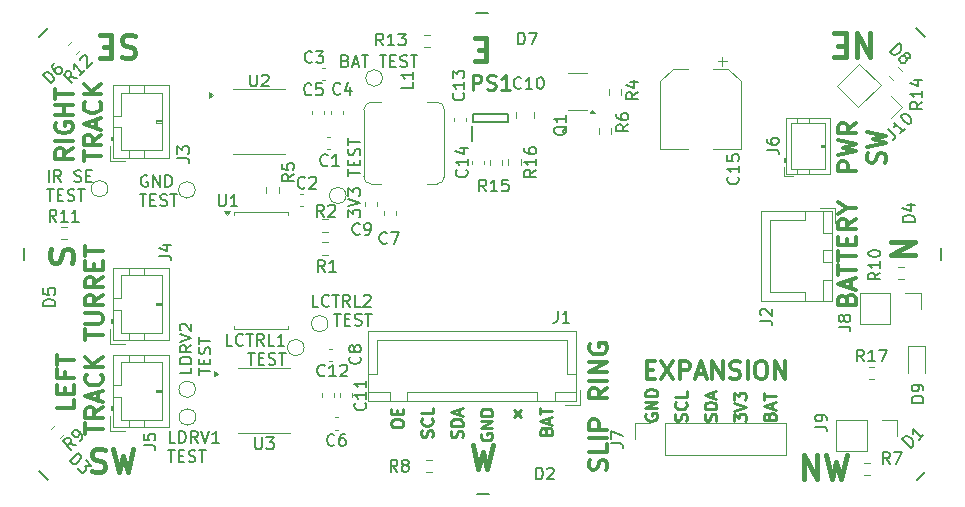
<source format=gbr>
%TF.GenerationSoftware,KiCad,Pcbnew,9.0.0*%
%TF.CreationDate,2025-06-23T21:36:03+01:00*%
%TF.ProjectId,TankHull,54616e6b-4875-46c6-9c2e-6b696361645f,rev?*%
%TF.SameCoordinates,Original*%
%TF.FileFunction,Legend,Top*%
%TF.FilePolarity,Positive*%
%FSLAX46Y46*%
G04 Gerber Fmt 4.6, Leading zero omitted, Abs format (unit mm)*
G04 Created by KiCad (PCBNEW 9.0.0) date 2025-06-23 21:36:03*
%MOMM*%
%LPD*%
G01*
G04 APERTURE LIST*
%ADD10C,0.300000*%
%ADD11C,0.400000*%
%ADD12C,0.150000*%
%ADD13C,0.250000*%
%ADD14C,0.254000*%
%ADD15C,0.120000*%
%ADD16C,0.127000*%
%ADD17C,0.200000*%
G04 APERTURE END LIST*
D10*
X150074296Y-95650000D02*
X148524296Y-95650000D01*
X148524296Y-95650000D02*
X148524296Y-95078571D01*
X148524296Y-95078571D02*
X148598106Y-94935714D01*
X148598106Y-94935714D02*
X148671915Y-94864285D01*
X148671915Y-94864285D02*
X148819534Y-94792857D01*
X148819534Y-94792857D02*
X149040963Y-94792857D01*
X149040963Y-94792857D02*
X149188582Y-94864285D01*
X149188582Y-94864285D02*
X149262391Y-94935714D01*
X149262391Y-94935714D02*
X149336201Y-95078571D01*
X149336201Y-95078571D02*
X149336201Y-95650000D01*
X148524296Y-94292857D02*
X150074296Y-93935714D01*
X150074296Y-93935714D02*
X148967153Y-93650000D01*
X148967153Y-93650000D02*
X150074296Y-93364285D01*
X150074296Y-93364285D02*
X148524296Y-93007143D01*
X150074296Y-91578571D02*
X149336201Y-92078571D01*
X150074296Y-92435714D02*
X148524296Y-92435714D01*
X148524296Y-92435714D02*
X148524296Y-91864285D01*
X148524296Y-91864285D02*
X148598106Y-91721428D01*
X148598106Y-91721428D02*
X148671915Y-91649999D01*
X148671915Y-91649999D02*
X148819534Y-91578571D01*
X148819534Y-91578571D02*
X149040963Y-91578571D01*
X149040963Y-91578571D02*
X149188582Y-91649999D01*
X149188582Y-91649999D02*
X149262391Y-91721428D01*
X149262391Y-91721428D02*
X149336201Y-91864285D01*
X149336201Y-91864285D02*
X149336201Y-92435714D01*
X152495900Y-94935713D02*
X152569709Y-94721428D01*
X152569709Y-94721428D02*
X152569709Y-94364285D01*
X152569709Y-94364285D02*
X152495900Y-94221428D01*
X152495900Y-94221428D02*
X152422090Y-94149999D01*
X152422090Y-94149999D02*
X152274471Y-94078570D01*
X152274471Y-94078570D02*
X152126852Y-94078570D01*
X152126852Y-94078570D02*
X151979233Y-94149999D01*
X151979233Y-94149999D02*
X151905423Y-94221428D01*
X151905423Y-94221428D02*
X151831614Y-94364285D01*
X151831614Y-94364285D02*
X151757804Y-94649999D01*
X151757804Y-94649999D02*
X151683995Y-94792856D01*
X151683995Y-94792856D02*
X151610185Y-94864285D01*
X151610185Y-94864285D02*
X151462566Y-94935713D01*
X151462566Y-94935713D02*
X151314947Y-94935713D01*
X151314947Y-94935713D02*
X151167328Y-94864285D01*
X151167328Y-94864285D02*
X151093519Y-94792856D01*
X151093519Y-94792856D02*
X151019709Y-94649999D01*
X151019709Y-94649999D02*
X151019709Y-94292856D01*
X151019709Y-94292856D02*
X151093519Y-94078570D01*
X151019709Y-93578571D02*
X152569709Y-93221428D01*
X152569709Y-93221428D02*
X151462566Y-92935714D01*
X151462566Y-92935714D02*
X152569709Y-92649999D01*
X152569709Y-92649999D02*
X151019709Y-92292857D01*
D11*
X155055438Y-102765652D02*
X153055438Y-102765652D01*
X153055438Y-102765652D02*
X155055438Y-101622795D01*
X155055438Y-101622795D02*
X153055438Y-101622795D01*
D12*
X93784875Y-112262030D02*
X93784875Y-112738220D01*
X93784875Y-112738220D02*
X92784875Y-112738220D01*
X93784875Y-111928696D02*
X92784875Y-111928696D01*
X92784875Y-111928696D02*
X92784875Y-111690601D01*
X92784875Y-111690601D02*
X92832494Y-111547744D01*
X92832494Y-111547744D02*
X92927732Y-111452506D01*
X92927732Y-111452506D02*
X93022970Y-111404887D01*
X93022970Y-111404887D02*
X93213446Y-111357268D01*
X93213446Y-111357268D02*
X93356303Y-111357268D01*
X93356303Y-111357268D02*
X93546779Y-111404887D01*
X93546779Y-111404887D02*
X93642017Y-111452506D01*
X93642017Y-111452506D02*
X93737256Y-111547744D01*
X93737256Y-111547744D02*
X93784875Y-111690601D01*
X93784875Y-111690601D02*
X93784875Y-111928696D01*
X93784875Y-110357268D02*
X93308684Y-110690601D01*
X93784875Y-110928696D02*
X92784875Y-110928696D01*
X92784875Y-110928696D02*
X92784875Y-110547744D01*
X92784875Y-110547744D02*
X92832494Y-110452506D01*
X92832494Y-110452506D02*
X92880113Y-110404887D01*
X92880113Y-110404887D02*
X92975351Y-110357268D01*
X92975351Y-110357268D02*
X93118208Y-110357268D01*
X93118208Y-110357268D02*
X93213446Y-110404887D01*
X93213446Y-110404887D02*
X93261065Y-110452506D01*
X93261065Y-110452506D02*
X93308684Y-110547744D01*
X93308684Y-110547744D02*
X93308684Y-110928696D01*
X92784875Y-110071553D02*
X93784875Y-109738220D01*
X93784875Y-109738220D02*
X92784875Y-109404887D01*
X92880113Y-109119172D02*
X92832494Y-109071553D01*
X92832494Y-109071553D02*
X92784875Y-108976315D01*
X92784875Y-108976315D02*
X92784875Y-108738220D01*
X92784875Y-108738220D02*
X92832494Y-108642982D01*
X92832494Y-108642982D02*
X92880113Y-108595363D01*
X92880113Y-108595363D02*
X92975351Y-108547744D01*
X92975351Y-108547744D02*
X93070589Y-108547744D01*
X93070589Y-108547744D02*
X93213446Y-108595363D01*
X93213446Y-108595363D02*
X93784875Y-109166791D01*
X93784875Y-109166791D02*
X93784875Y-108547744D01*
X94394819Y-112881077D02*
X94394819Y-112309649D01*
X95394819Y-112595363D02*
X94394819Y-112595363D01*
X94871009Y-111976315D02*
X94871009Y-111642982D01*
X95394819Y-111500125D02*
X95394819Y-111976315D01*
X95394819Y-111976315D02*
X94394819Y-111976315D01*
X94394819Y-111976315D02*
X94394819Y-111500125D01*
X95347200Y-111119172D02*
X95394819Y-110976315D01*
X95394819Y-110976315D02*
X95394819Y-110738220D01*
X95394819Y-110738220D02*
X95347200Y-110642982D01*
X95347200Y-110642982D02*
X95299580Y-110595363D01*
X95299580Y-110595363D02*
X95204342Y-110547744D01*
X95204342Y-110547744D02*
X95109104Y-110547744D01*
X95109104Y-110547744D02*
X95013866Y-110595363D01*
X95013866Y-110595363D02*
X94966247Y-110642982D01*
X94966247Y-110642982D02*
X94918628Y-110738220D01*
X94918628Y-110738220D02*
X94871009Y-110928696D01*
X94871009Y-110928696D02*
X94823390Y-111023934D01*
X94823390Y-111023934D02*
X94775771Y-111071553D01*
X94775771Y-111071553D02*
X94680533Y-111119172D01*
X94680533Y-111119172D02*
X94585295Y-111119172D01*
X94585295Y-111119172D02*
X94490057Y-111071553D01*
X94490057Y-111071553D02*
X94442438Y-111023934D01*
X94442438Y-111023934D02*
X94394819Y-110928696D01*
X94394819Y-110928696D02*
X94394819Y-110690601D01*
X94394819Y-110690601D02*
X94442438Y-110547744D01*
X94394819Y-110262029D02*
X94394819Y-109690601D01*
X95394819Y-109976315D02*
X94394819Y-109976315D01*
X97232267Y-110409875D02*
X96756077Y-110409875D01*
X96756077Y-110409875D02*
X96756077Y-109409875D01*
X98137029Y-110314636D02*
X98089410Y-110362256D01*
X98089410Y-110362256D02*
X97946553Y-110409875D01*
X97946553Y-110409875D02*
X97851315Y-110409875D01*
X97851315Y-110409875D02*
X97708458Y-110362256D01*
X97708458Y-110362256D02*
X97613220Y-110267017D01*
X97613220Y-110267017D02*
X97565601Y-110171779D01*
X97565601Y-110171779D02*
X97517982Y-109981303D01*
X97517982Y-109981303D02*
X97517982Y-109838446D01*
X97517982Y-109838446D02*
X97565601Y-109647970D01*
X97565601Y-109647970D02*
X97613220Y-109552732D01*
X97613220Y-109552732D02*
X97708458Y-109457494D01*
X97708458Y-109457494D02*
X97851315Y-109409875D01*
X97851315Y-109409875D02*
X97946553Y-109409875D01*
X97946553Y-109409875D02*
X98089410Y-109457494D01*
X98089410Y-109457494D02*
X98137029Y-109505113D01*
X98422744Y-109409875D02*
X98994172Y-109409875D01*
X98708458Y-110409875D02*
X98708458Y-109409875D01*
X99898934Y-110409875D02*
X99565601Y-109933684D01*
X99327506Y-110409875D02*
X99327506Y-109409875D01*
X99327506Y-109409875D02*
X99708458Y-109409875D01*
X99708458Y-109409875D02*
X99803696Y-109457494D01*
X99803696Y-109457494D02*
X99851315Y-109505113D01*
X99851315Y-109505113D02*
X99898934Y-109600351D01*
X99898934Y-109600351D02*
X99898934Y-109743208D01*
X99898934Y-109743208D02*
X99851315Y-109838446D01*
X99851315Y-109838446D02*
X99803696Y-109886065D01*
X99803696Y-109886065D02*
X99708458Y-109933684D01*
X99708458Y-109933684D02*
X99327506Y-109933684D01*
X100803696Y-110409875D02*
X100327506Y-110409875D01*
X100327506Y-110409875D02*
X100327506Y-109409875D01*
X101660839Y-110409875D02*
X101089411Y-110409875D01*
X101375125Y-110409875D02*
X101375125Y-109409875D01*
X101375125Y-109409875D02*
X101279887Y-109552732D01*
X101279887Y-109552732D02*
X101184649Y-109647970D01*
X101184649Y-109647970D02*
X101089411Y-109695589D01*
X98565601Y-111019819D02*
X99137029Y-111019819D01*
X98851315Y-112019819D02*
X98851315Y-111019819D01*
X99470363Y-111496009D02*
X99803696Y-111496009D01*
X99946553Y-112019819D02*
X99470363Y-112019819D01*
X99470363Y-112019819D02*
X99470363Y-111019819D01*
X99470363Y-111019819D02*
X99946553Y-111019819D01*
X100327506Y-111972200D02*
X100470363Y-112019819D01*
X100470363Y-112019819D02*
X100708458Y-112019819D01*
X100708458Y-112019819D02*
X100803696Y-111972200D01*
X100803696Y-111972200D02*
X100851315Y-111924580D01*
X100851315Y-111924580D02*
X100898934Y-111829342D01*
X100898934Y-111829342D02*
X100898934Y-111734104D01*
X100898934Y-111734104D02*
X100851315Y-111638866D01*
X100851315Y-111638866D02*
X100803696Y-111591247D01*
X100803696Y-111591247D02*
X100708458Y-111543628D01*
X100708458Y-111543628D02*
X100517982Y-111496009D01*
X100517982Y-111496009D02*
X100422744Y-111448390D01*
X100422744Y-111448390D02*
X100375125Y-111400771D01*
X100375125Y-111400771D02*
X100327506Y-111305533D01*
X100327506Y-111305533D02*
X100327506Y-111210295D01*
X100327506Y-111210295D02*
X100375125Y-111115057D01*
X100375125Y-111115057D02*
X100422744Y-111067438D01*
X100422744Y-111067438D02*
X100517982Y-111019819D01*
X100517982Y-111019819D02*
X100756077Y-111019819D01*
X100756077Y-111019819D02*
X100898934Y-111067438D01*
X101184649Y-111019819D02*
X101756077Y-111019819D01*
X101470363Y-112019819D02*
X101470363Y-111019819D01*
D11*
X85353109Y-121051200D02*
X85638823Y-121146438D01*
X85638823Y-121146438D02*
X86115014Y-121146438D01*
X86115014Y-121146438D02*
X86305490Y-121051200D01*
X86305490Y-121051200D02*
X86400728Y-120955961D01*
X86400728Y-120955961D02*
X86495966Y-120765485D01*
X86495966Y-120765485D02*
X86495966Y-120575009D01*
X86495966Y-120575009D02*
X86400728Y-120384533D01*
X86400728Y-120384533D02*
X86305490Y-120289295D01*
X86305490Y-120289295D02*
X86115014Y-120194057D01*
X86115014Y-120194057D02*
X85734061Y-120098819D01*
X85734061Y-120098819D02*
X85543585Y-120003580D01*
X85543585Y-120003580D02*
X85448347Y-119908342D01*
X85448347Y-119908342D02*
X85353109Y-119717866D01*
X85353109Y-119717866D02*
X85353109Y-119527390D01*
X85353109Y-119527390D02*
X85448347Y-119336914D01*
X85448347Y-119336914D02*
X85543585Y-119241676D01*
X85543585Y-119241676D02*
X85734061Y-119146438D01*
X85734061Y-119146438D02*
X86210252Y-119146438D01*
X86210252Y-119146438D02*
X86495966Y-119241676D01*
X87162633Y-119146438D02*
X87638823Y-121146438D01*
X87638823Y-121146438D02*
X88019776Y-119717866D01*
X88019776Y-119717866D02*
X88400728Y-121146438D01*
X88400728Y-121146438D02*
X88876919Y-119146438D01*
D13*
X138179500Y-116760901D02*
X138227119Y-116618044D01*
X138227119Y-116618044D02*
X138227119Y-116379949D01*
X138227119Y-116379949D02*
X138179500Y-116284711D01*
X138179500Y-116284711D02*
X138131880Y-116237092D01*
X138131880Y-116237092D02*
X138036642Y-116189473D01*
X138036642Y-116189473D02*
X137941404Y-116189473D01*
X137941404Y-116189473D02*
X137846166Y-116237092D01*
X137846166Y-116237092D02*
X137798547Y-116284711D01*
X137798547Y-116284711D02*
X137750928Y-116379949D01*
X137750928Y-116379949D02*
X137703309Y-116570425D01*
X137703309Y-116570425D02*
X137655690Y-116665663D01*
X137655690Y-116665663D02*
X137608071Y-116713282D01*
X137608071Y-116713282D02*
X137512833Y-116760901D01*
X137512833Y-116760901D02*
X137417595Y-116760901D01*
X137417595Y-116760901D02*
X137322357Y-116713282D01*
X137322357Y-116713282D02*
X137274738Y-116665663D01*
X137274738Y-116665663D02*
X137227119Y-116570425D01*
X137227119Y-116570425D02*
X137227119Y-116332330D01*
X137227119Y-116332330D02*
X137274738Y-116189473D01*
X138227119Y-115760901D02*
X137227119Y-115760901D01*
X137227119Y-115760901D02*
X137227119Y-115522806D01*
X137227119Y-115522806D02*
X137274738Y-115379949D01*
X137274738Y-115379949D02*
X137369976Y-115284711D01*
X137369976Y-115284711D02*
X137465214Y-115237092D01*
X137465214Y-115237092D02*
X137655690Y-115189473D01*
X137655690Y-115189473D02*
X137798547Y-115189473D01*
X137798547Y-115189473D02*
X137989023Y-115237092D01*
X137989023Y-115237092D02*
X138084261Y-115284711D01*
X138084261Y-115284711D02*
X138179500Y-115379949D01*
X138179500Y-115379949D02*
X138227119Y-115522806D01*
X138227119Y-115522806D02*
X138227119Y-115760901D01*
X137941404Y-114808520D02*
X137941404Y-114332330D01*
X138227119Y-114903758D02*
X137227119Y-114570425D01*
X137227119Y-114570425D02*
X138227119Y-114237092D01*
D11*
X117598871Y-118859438D02*
X118075061Y-120859438D01*
X118075061Y-120859438D02*
X118456014Y-119430866D01*
X118456014Y-119430866D02*
X118836966Y-120859438D01*
X118836966Y-120859438D02*
X119313157Y-118859438D01*
D12*
X81686779Y-96534875D02*
X81686779Y-95534875D01*
X82734397Y-96534875D02*
X82401064Y-96058684D01*
X82162969Y-96534875D02*
X82162969Y-95534875D01*
X82162969Y-95534875D02*
X82543921Y-95534875D01*
X82543921Y-95534875D02*
X82639159Y-95582494D01*
X82639159Y-95582494D02*
X82686778Y-95630113D01*
X82686778Y-95630113D02*
X82734397Y-95725351D01*
X82734397Y-95725351D02*
X82734397Y-95868208D01*
X82734397Y-95868208D02*
X82686778Y-95963446D01*
X82686778Y-95963446D02*
X82639159Y-96011065D01*
X82639159Y-96011065D02*
X82543921Y-96058684D01*
X82543921Y-96058684D02*
X82162969Y-96058684D01*
X83877255Y-96487256D02*
X84020112Y-96534875D01*
X84020112Y-96534875D02*
X84258207Y-96534875D01*
X84258207Y-96534875D02*
X84353445Y-96487256D01*
X84353445Y-96487256D02*
X84401064Y-96439636D01*
X84401064Y-96439636D02*
X84448683Y-96344398D01*
X84448683Y-96344398D02*
X84448683Y-96249160D01*
X84448683Y-96249160D02*
X84401064Y-96153922D01*
X84401064Y-96153922D02*
X84353445Y-96106303D01*
X84353445Y-96106303D02*
X84258207Y-96058684D01*
X84258207Y-96058684D02*
X84067731Y-96011065D01*
X84067731Y-96011065D02*
X83972493Y-95963446D01*
X83972493Y-95963446D02*
X83924874Y-95915827D01*
X83924874Y-95915827D02*
X83877255Y-95820589D01*
X83877255Y-95820589D02*
X83877255Y-95725351D01*
X83877255Y-95725351D02*
X83924874Y-95630113D01*
X83924874Y-95630113D02*
X83972493Y-95582494D01*
X83972493Y-95582494D02*
X84067731Y-95534875D01*
X84067731Y-95534875D02*
X84305826Y-95534875D01*
X84305826Y-95534875D02*
X84448683Y-95582494D01*
X84877255Y-96011065D02*
X85210588Y-96011065D01*
X85353445Y-96534875D02*
X84877255Y-96534875D01*
X84877255Y-96534875D02*
X84877255Y-95534875D01*
X84877255Y-95534875D02*
X85353445Y-95534875D01*
X81543922Y-97144819D02*
X82115350Y-97144819D01*
X81829636Y-98144819D02*
X81829636Y-97144819D01*
X82448684Y-97621009D02*
X82782017Y-97621009D01*
X82924874Y-98144819D02*
X82448684Y-98144819D01*
X82448684Y-98144819D02*
X82448684Y-97144819D01*
X82448684Y-97144819D02*
X82924874Y-97144819D01*
X83305827Y-98097200D02*
X83448684Y-98144819D01*
X83448684Y-98144819D02*
X83686779Y-98144819D01*
X83686779Y-98144819D02*
X83782017Y-98097200D01*
X83782017Y-98097200D02*
X83829636Y-98049580D01*
X83829636Y-98049580D02*
X83877255Y-97954342D01*
X83877255Y-97954342D02*
X83877255Y-97859104D01*
X83877255Y-97859104D02*
X83829636Y-97763866D01*
X83829636Y-97763866D02*
X83782017Y-97716247D01*
X83782017Y-97716247D02*
X83686779Y-97668628D01*
X83686779Y-97668628D02*
X83496303Y-97621009D01*
X83496303Y-97621009D02*
X83401065Y-97573390D01*
X83401065Y-97573390D02*
X83353446Y-97525771D01*
X83353446Y-97525771D02*
X83305827Y-97430533D01*
X83305827Y-97430533D02*
X83305827Y-97335295D01*
X83305827Y-97335295D02*
X83353446Y-97240057D01*
X83353446Y-97240057D02*
X83401065Y-97192438D01*
X83401065Y-97192438D02*
X83496303Y-97144819D01*
X83496303Y-97144819D02*
X83734398Y-97144819D01*
X83734398Y-97144819D02*
X83877255Y-97192438D01*
X84162970Y-97144819D02*
X84734398Y-97144819D01*
X84448684Y-98144819D02*
X84448684Y-97144819D01*
D11*
X118767652Y-85387180D02*
X118100985Y-85387180D01*
X117815271Y-84339561D02*
X118767652Y-84339561D01*
X118767652Y-84339561D02*
X118767652Y-86339561D01*
X118767652Y-86339561D02*
X117815271Y-86339561D01*
D13*
X132262238Y-116189473D02*
X132214619Y-116284711D01*
X132214619Y-116284711D02*
X132214619Y-116427568D01*
X132214619Y-116427568D02*
X132262238Y-116570425D01*
X132262238Y-116570425D02*
X132357476Y-116665663D01*
X132357476Y-116665663D02*
X132452714Y-116713282D01*
X132452714Y-116713282D02*
X132643190Y-116760901D01*
X132643190Y-116760901D02*
X132786047Y-116760901D01*
X132786047Y-116760901D02*
X132976523Y-116713282D01*
X132976523Y-116713282D02*
X133071761Y-116665663D01*
X133071761Y-116665663D02*
X133167000Y-116570425D01*
X133167000Y-116570425D02*
X133214619Y-116427568D01*
X133214619Y-116427568D02*
X133214619Y-116332330D01*
X133214619Y-116332330D02*
X133167000Y-116189473D01*
X133167000Y-116189473D02*
X133119380Y-116141854D01*
X133119380Y-116141854D02*
X132786047Y-116141854D01*
X132786047Y-116141854D02*
X132786047Y-116332330D01*
X133214619Y-115713282D02*
X132214619Y-115713282D01*
X132214619Y-115713282D02*
X133214619Y-115141854D01*
X133214619Y-115141854D02*
X132214619Y-115141854D01*
X133214619Y-114665663D02*
X132214619Y-114665663D01*
X132214619Y-114665663D02*
X132214619Y-114427568D01*
X132214619Y-114427568D02*
X132262238Y-114284711D01*
X132262238Y-114284711D02*
X132357476Y-114189473D01*
X132357476Y-114189473D02*
X132452714Y-114141854D01*
X132452714Y-114141854D02*
X132643190Y-114094235D01*
X132643190Y-114094235D02*
X132786047Y-114094235D01*
X132786047Y-114094235D02*
X132976523Y-114141854D01*
X132976523Y-114141854D02*
X133071761Y-114189473D01*
X133071761Y-114189473D02*
X133167000Y-114284711D01*
X133167000Y-114284711D02*
X133214619Y-114427568D01*
X133214619Y-114427568D02*
X133214619Y-114665663D01*
D11*
X145639347Y-121709438D02*
X145639347Y-119709438D01*
X145639347Y-119709438D02*
X146782204Y-121709438D01*
X146782204Y-121709438D02*
X146782204Y-119709438D01*
X147544109Y-119709438D02*
X148020299Y-121709438D01*
X148020299Y-121709438D02*
X148401252Y-120280866D01*
X148401252Y-120280866D02*
X148782204Y-121709438D01*
X148782204Y-121709438D02*
X149258395Y-119709438D01*
D10*
X128920900Y-120941917D02*
X128994709Y-120727632D01*
X128994709Y-120727632D02*
X128994709Y-120370489D01*
X128994709Y-120370489D02*
X128920900Y-120227632D01*
X128920900Y-120227632D02*
X128847090Y-120156203D01*
X128847090Y-120156203D02*
X128699471Y-120084774D01*
X128699471Y-120084774D02*
X128551852Y-120084774D01*
X128551852Y-120084774D02*
X128404233Y-120156203D01*
X128404233Y-120156203D02*
X128330423Y-120227632D01*
X128330423Y-120227632D02*
X128256614Y-120370489D01*
X128256614Y-120370489D02*
X128182804Y-120656203D01*
X128182804Y-120656203D02*
X128108995Y-120799060D01*
X128108995Y-120799060D02*
X128035185Y-120870489D01*
X128035185Y-120870489D02*
X127887566Y-120941917D01*
X127887566Y-120941917D02*
X127739947Y-120941917D01*
X127739947Y-120941917D02*
X127592328Y-120870489D01*
X127592328Y-120870489D02*
X127518519Y-120799060D01*
X127518519Y-120799060D02*
X127444709Y-120656203D01*
X127444709Y-120656203D02*
X127444709Y-120299060D01*
X127444709Y-120299060D02*
X127518519Y-120084774D01*
X128994709Y-118727632D02*
X128994709Y-119441918D01*
X128994709Y-119441918D02*
X127444709Y-119441918D01*
X128994709Y-118227632D02*
X127444709Y-118227632D01*
X128994709Y-117513346D02*
X127444709Y-117513346D01*
X127444709Y-117513346D02*
X127444709Y-116941917D01*
X127444709Y-116941917D02*
X127518519Y-116799060D01*
X127518519Y-116799060D02*
X127592328Y-116727631D01*
X127592328Y-116727631D02*
X127739947Y-116656203D01*
X127739947Y-116656203D02*
X127961376Y-116656203D01*
X127961376Y-116656203D02*
X128108995Y-116727631D01*
X128108995Y-116727631D02*
X128182804Y-116799060D01*
X128182804Y-116799060D02*
X128256614Y-116941917D01*
X128256614Y-116941917D02*
X128256614Y-117513346D01*
X128994709Y-114013346D02*
X128256614Y-114513346D01*
X128994709Y-114870489D02*
X127444709Y-114870489D01*
X127444709Y-114870489D02*
X127444709Y-114299060D01*
X127444709Y-114299060D02*
X127518519Y-114156203D01*
X127518519Y-114156203D02*
X127592328Y-114084774D01*
X127592328Y-114084774D02*
X127739947Y-114013346D01*
X127739947Y-114013346D02*
X127961376Y-114013346D01*
X127961376Y-114013346D02*
X128108995Y-114084774D01*
X128108995Y-114084774D02*
X128182804Y-114156203D01*
X128182804Y-114156203D02*
X128256614Y-114299060D01*
X128256614Y-114299060D02*
X128256614Y-114870489D01*
X128994709Y-113370489D02*
X127444709Y-113370489D01*
X128994709Y-112656203D02*
X127444709Y-112656203D01*
X127444709Y-112656203D02*
X128994709Y-111799060D01*
X128994709Y-111799060D02*
X127444709Y-111799060D01*
X127518519Y-110299059D02*
X127444709Y-110441917D01*
X127444709Y-110441917D02*
X127444709Y-110656202D01*
X127444709Y-110656202D02*
X127518519Y-110870488D01*
X127518519Y-110870488D02*
X127666138Y-111013345D01*
X127666138Y-111013345D02*
X127813757Y-111084774D01*
X127813757Y-111084774D02*
X128108995Y-111156202D01*
X128108995Y-111156202D02*
X128330423Y-111156202D01*
X128330423Y-111156202D02*
X128625661Y-111084774D01*
X128625661Y-111084774D02*
X128773280Y-111013345D01*
X128773280Y-111013345D02*
X128920900Y-110870488D01*
X128920900Y-110870488D02*
X128994709Y-110656202D01*
X128994709Y-110656202D02*
X128994709Y-110513345D01*
X128994709Y-110513345D02*
X128920900Y-110299059D01*
X128920900Y-110299059D02*
X128847090Y-110227631D01*
X128847090Y-110227631D02*
X128330423Y-110227631D01*
X128330423Y-110227631D02*
X128330423Y-110513345D01*
D13*
X118322238Y-117849187D02*
X118274619Y-117944425D01*
X118274619Y-117944425D02*
X118274619Y-118087282D01*
X118274619Y-118087282D02*
X118322238Y-118230139D01*
X118322238Y-118230139D02*
X118417476Y-118325377D01*
X118417476Y-118325377D02*
X118512714Y-118372996D01*
X118512714Y-118372996D02*
X118703190Y-118420615D01*
X118703190Y-118420615D02*
X118846047Y-118420615D01*
X118846047Y-118420615D02*
X119036523Y-118372996D01*
X119036523Y-118372996D02*
X119131761Y-118325377D01*
X119131761Y-118325377D02*
X119227000Y-118230139D01*
X119227000Y-118230139D02*
X119274619Y-118087282D01*
X119274619Y-118087282D02*
X119274619Y-117992044D01*
X119274619Y-117992044D02*
X119227000Y-117849187D01*
X119227000Y-117849187D02*
X119179380Y-117801568D01*
X119179380Y-117801568D02*
X118846047Y-117801568D01*
X118846047Y-117801568D02*
X118846047Y-117992044D01*
X119274619Y-117372996D02*
X118274619Y-117372996D01*
X118274619Y-117372996D02*
X119274619Y-116801568D01*
X119274619Y-116801568D02*
X118274619Y-116801568D01*
X119274619Y-116325377D02*
X118274619Y-116325377D01*
X118274619Y-116325377D02*
X118274619Y-116087282D01*
X118274619Y-116087282D02*
X118322238Y-115944425D01*
X118322238Y-115944425D02*
X118417476Y-115849187D01*
X118417476Y-115849187D02*
X118512714Y-115801568D01*
X118512714Y-115801568D02*
X118703190Y-115753949D01*
X118703190Y-115753949D02*
X118846047Y-115753949D01*
X118846047Y-115753949D02*
X119036523Y-115801568D01*
X119036523Y-115801568D02*
X119131761Y-115849187D01*
X119131761Y-115849187D02*
X119227000Y-115944425D01*
X119227000Y-115944425D02*
X119274619Y-116087282D01*
X119274619Y-116087282D02*
X119274619Y-116325377D01*
X123790809Y-117611092D02*
X123838428Y-117468235D01*
X123838428Y-117468235D02*
X123886047Y-117420616D01*
X123886047Y-117420616D02*
X123981285Y-117372997D01*
X123981285Y-117372997D02*
X124124142Y-117372997D01*
X124124142Y-117372997D02*
X124219380Y-117420616D01*
X124219380Y-117420616D02*
X124267000Y-117468235D01*
X124267000Y-117468235D02*
X124314619Y-117563473D01*
X124314619Y-117563473D02*
X124314619Y-117944425D01*
X124314619Y-117944425D02*
X123314619Y-117944425D01*
X123314619Y-117944425D02*
X123314619Y-117611092D01*
X123314619Y-117611092D02*
X123362238Y-117515854D01*
X123362238Y-117515854D02*
X123409857Y-117468235D01*
X123409857Y-117468235D02*
X123505095Y-117420616D01*
X123505095Y-117420616D02*
X123600333Y-117420616D01*
X123600333Y-117420616D02*
X123695571Y-117468235D01*
X123695571Y-117468235D02*
X123743190Y-117515854D01*
X123743190Y-117515854D02*
X123790809Y-117611092D01*
X123790809Y-117611092D02*
X123790809Y-117944425D01*
X124028904Y-116992044D02*
X124028904Y-116515854D01*
X124314619Y-117087282D02*
X123314619Y-116753949D01*
X123314619Y-116753949D02*
X124314619Y-116420616D01*
X123314619Y-116230139D02*
X123314619Y-115658711D01*
X124314619Y-115944425D02*
X123314619Y-115944425D01*
X114187000Y-118134901D02*
X114234619Y-117992044D01*
X114234619Y-117992044D02*
X114234619Y-117753949D01*
X114234619Y-117753949D02*
X114187000Y-117658711D01*
X114187000Y-117658711D02*
X114139380Y-117611092D01*
X114139380Y-117611092D02*
X114044142Y-117563473D01*
X114044142Y-117563473D02*
X113948904Y-117563473D01*
X113948904Y-117563473D02*
X113853666Y-117611092D01*
X113853666Y-117611092D02*
X113806047Y-117658711D01*
X113806047Y-117658711D02*
X113758428Y-117753949D01*
X113758428Y-117753949D02*
X113710809Y-117944425D01*
X113710809Y-117944425D02*
X113663190Y-118039663D01*
X113663190Y-118039663D02*
X113615571Y-118087282D01*
X113615571Y-118087282D02*
X113520333Y-118134901D01*
X113520333Y-118134901D02*
X113425095Y-118134901D01*
X113425095Y-118134901D02*
X113329857Y-118087282D01*
X113329857Y-118087282D02*
X113282238Y-118039663D01*
X113282238Y-118039663D02*
X113234619Y-117944425D01*
X113234619Y-117944425D02*
X113234619Y-117706330D01*
X113234619Y-117706330D02*
X113282238Y-117563473D01*
X114139380Y-116563473D02*
X114187000Y-116611092D01*
X114187000Y-116611092D02*
X114234619Y-116753949D01*
X114234619Y-116753949D02*
X114234619Y-116849187D01*
X114234619Y-116849187D02*
X114187000Y-116992044D01*
X114187000Y-116992044D02*
X114091761Y-117087282D01*
X114091761Y-117087282D02*
X113996523Y-117134901D01*
X113996523Y-117134901D02*
X113806047Y-117182520D01*
X113806047Y-117182520D02*
X113663190Y-117182520D01*
X113663190Y-117182520D02*
X113472714Y-117134901D01*
X113472714Y-117134901D02*
X113377476Y-117087282D01*
X113377476Y-117087282D02*
X113282238Y-116992044D01*
X113282238Y-116992044D02*
X113234619Y-116849187D01*
X113234619Y-116849187D02*
X113234619Y-116753949D01*
X113234619Y-116753949D02*
X113282238Y-116611092D01*
X113282238Y-116611092D02*
X113329857Y-116563473D01*
X114234619Y-115658711D02*
X114234619Y-116134901D01*
X114234619Y-116134901D02*
X113234619Y-116134901D01*
X110714619Y-117087282D02*
X110714619Y-116896806D01*
X110714619Y-116896806D02*
X110762238Y-116801568D01*
X110762238Y-116801568D02*
X110857476Y-116706330D01*
X110857476Y-116706330D02*
X111047952Y-116658711D01*
X111047952Y-116658711D02*
X111381285Y-116658711D01*
X111381285Y-116658711D02*
X111571761Y-116706330D01*
X111571761Y-116706330D02*
X111667000Y-116801568D01*
X111667000Y-116801568D02*
X111714619Y-116896806D01*
X111714619Y-116896806D02*
X111714619Y-117087282D01*
X111714619Y-117087282D02*
X111667000Y-117182520D01*
X111667000Y-117182520D02*
X111571761Y-117277758D01*
X111571761Y-117277758D02*
X111381285Y-117325377D01*
X111381285Y-117325377D02*
X111047952Y-117325377D01*
X111047952Y-117325377D02*
X110857476Y-117277758D01*
X110857476Y-117277758D02*
X110762238Y-117182520D01*
X110762238Y-117182520D02*
X110714619Y-117087282D01*
X111190809Y-116230139D02*
X111190809Y-115896806D01*
X111714619Y-115753949D02*
X111714619Y-116230139D01*
X111714619Y-116230139D02*
X110714619Y-116230139D01*
X110714619Y-116230139D02*
X110714619Y-115753949D01*
X142715809Y-116379949D02*
X142763428Y-116237092D01*
X142763428Y-116237092D02*
X142811047Y-116189473D01*
X142811047Y-116189473D02*
X142906285Y-116141854D01*
X142906285Y-116141854D02*
X143049142Y-116141854D01*
X143049142Y-116141854D02*
X143144380Y-116189473D01*
X143144380Y-116189473D02*
X143192000Y-116237092D01*
X143192000Y-116237092D02*
X143239619Y-116332330D01*
X143239619Y-116332330D02*
X143239619Y-116713282D01*
X143239619Y-116713282D02*
X142239619Y-116713282D01*
X142239619Y-116713282D02*
X142239619Y-116379949D01*
X142239619Y-116379949D02*
X142287238Y-116284711D01*
X142287238Y-116284711D02*
X142334857Y-116237092D01*
X142334857Y-116237092D02*
X142430095Y-116189473D01*
X142430095Y-116189473D02*
X142525333Y-116189473D01*
X142525333Y-116189473D02*
X142620571Y-116237092D01*
X142620571Y-116237092D02*
X142668190Y-116284711D01*
X142668190Y-116284711D02*
X142715809Y-116379949D01*
X142715809Y-116379949D02*
X142715809Y-116713282D01*
X142953904Y-115760901D02*
X142953904Y-115284711D01*
X143239619Y-115856139D02*
X142239619Y-115522806D01*
X142239619Y-115522806D02*
X143239619Y-115189473D01*
X142239619Y-114998996D02*
X142239619Y-114427568D01*
X143239619Y-114713282D02*
X142239619Y-114713282D01*
X135673250Y-116760901D02*
X135720869Y-116618044D01*
X135720869Y-116618044D02*
X135720869Y-116379949D01*
X135720869Y-116379949D02*
X135673250Y-116284711D01*
X135673250Y-116284711D02*
X135625630Y-116237092D01*
X135625630Y-116237092D02*
X135530392Y-116189473D01*
X135530392Y-116189473D02*
X135435154Y-116189473D01*
X135435154Y-116189473D02*
X135339916Y-116237092D01*
X135339916Y-116237092D02*
X135292297Y-116284711D01*
X135292297Y-116284711D02*
X135244678Y-116379949D01*
X135244678Y-116379949D02*
X135197059Y-116570425D01*
X135197059Y-116570425D02*
X135149440Y-116665663D01*
X135149440Y-116665663D02*
X135101821Y-116713282D01*
X135101821Y-116713282D02*
X135006583Y-116760901D01*
X135006583Y-116760901D02*
X134911345Y-116760901D01*
X134911345Y-116760901D02*
X134816107Y-116713282D01*
X134816107Y-116713282D02*
X134768488Y-116665663D01*
X134768488Y-116665663D02*
X134720869Y-116570425D01*
X134720869Y-116570425D02*
X134720869Y-116332330D01*
X134720869Y-116332330D02*
X134768488Y-116189473D01*
X135625630Y-115189473D02*
X135673250Y-115237092D01*
X135673250Y-115237092D02*
X135720869Y-115379949D01*
X135720869Y-115379949D02*
X135720869Y-115475187D01*
X135720869Y-115475187D02*
X135673250Y-115618044D01*
X135673250Y-115618044D02*
X135578011Y-115713282D01*
X135578011Y-115713282D02*
X135482773Y-115760901D01*
X135482773Y-115760901D02*
X135292297Y-115808520D01*
X135292297Y-115808520D02*
X135149440Y-115808520D01*
X135149440Y-115808520D02*
X134958964Y-115760901D01*
X134958964Y-115760901D02*
X134863726Y-115713282D01*
X134863726Y-115713282D02*
X134768488Y-115618044D01*
X134768488Y-115618044D02*
X134720869Y-115475187D01*
X134720869Y-115475187D02*
X134720869Y-115379949D01*
X134720869Y-115379949D02*
X134768488Y-115237092D01*
X134768488Y-115237092D02*
X134816107Y-115189473D01*
X135720869Y-114284711D02*
X135720869Y-114760901D01*
X135720869Y-114760901D02*
X134720869Y-114760901D01*
D10*
X149257804Y-106470489D02*
X149331614Y-106256203D01*
X149331614Y-106256203D02*
X149405423Y-106184774D01*
X149405423Y-106184774D02*
X149553042Y-106113346D01*
X149553042Y-106113346D02*
X149774471Y-106113346D01*
X149774471Y-106113346D02*
X149922090Y-106184774D01*
X149922090Y-106184774D02*
X149995900Y-106256203D01*
X149995900Y-106256203D02*
X150069709Y-106399060D01*
X150069709Y-106399060D02*
X150069709Y-106970489D01*
X150069709Y-106970489D02*
X148519709Y-106970489D01*
X148519709Y-106970489D02*
X148519709Y-106470489D01*
X148519709Y-106470489D02*
X148593519Y-106327632D01*
X148593519Y-106327632D02*
X148667328Y-106256203D01*
X148667328Y-106256203D02*
X148814947Y-106184774D01*
X148814947Y-106184774D02*
X148962566Y-106184774D01*
X148962566Y-106184774D02*
X149110185Y-106256203D01*
X149110185Y-106256203D02*
X149183995Y-106327632D01*
X149183995Y-106327632D02*
X149257804Y-106470489D01*
X149257804Y-106470489D02*
X149257804Y-106970489D01*
X149626852Y-105541917D02*
X149626852Y-104827632D01*
X150069709Y-105684774D02*
X148519709Y-105184774D01*
X148519709Y-105184774D02*
X150069709Y-104684774D01*
X148519709Y-104399060D02*
X148519709Y-103541918D01*
X150069709Y-103970489D02*
X148519709Y-103970489D01*
X148519709Y-103256203D02*
X148519709Y-102399061D01*
X150069709Y-102827632D02*
X148519709Y-102827632D01*
X149257804Y-101899061D02*
X149257804Y-101399061D01*
X150069709Y-101184775D02*
X150069709Y-101899061D01*
X150069709Y-101899061D02*
X148519709Y-101899061D01*
X148519709Y-101899061D02*
X148519709Y-101184775D01*
X150069709Y-99684775D02*
X149331614Y-100184775D01*
X150069709Y-100541918D02*
X148519709Y-100541918D01*
X148519709Y-100541918D02*
X148519709Y-99970489D01*
X148519709Y-99970489D02*
X148593519Y-99827632D01*
X148593519Y-99827632D02*
X148667328Y-99756203D01*
X148667328Y-99756203D02*
X148814947Y-99684775D01*
X148814947Y-99684775D02*
X149036376Y-99684775D01*
X149036376Y-99684775D02*
X149183995Y-99756203D01*
X149183995Y-99756203D02*
X149257804Y-99827632D01*
X149257804Y-99827632D02*
X149331614Y-99970489D01*
X149331614Y-99970489D02*
X149331614Y-100541918D01*
X149331614Y-98756203D02*
X150069709Y-98756203D01*
X148519709Y-99256203D02*
X149331614Y-98756203D01*
X149331614Y-98756203D02*
X148519709Y-98256203D01*
X84787828Y-109895774D02*
X84787828Y-109038632D01*
X86287828Y-109467203D02*
X84787828Y-109467203D01*
X84787828Y-108538632D02*
X86002114Y-108538632D01*
X86002114Y-108538632D02*
X86144971Y-108467203D01*
X86144971Y-108467203D02*
X86216400Y-108395775D01*
X86216400Y-108395775D02*
X86287828Y-108252917D01*
X86287828Y-108252917D02*
X86287828Y-107967203D01*
X86287828Y-107967203D02*
X86216400Y-107824346D01*
X86216400Y-107824346D02*
X86144971Y-107752917D01*
X86144971Y-107752917D02*
X86002114Y-107681489D01*
X86002114Y-107681489D02*
X84787828Y-107681489D01*
X86287828Y-106110060D02*
X85573542Y-106610060D01*
X86287828Y-106967203D02*
X84787828Y-106967203D01*
X84787828Y-106967203D02*
X84787828Y-106395774D01*
X84787828Y-106395774D02*
X84859257Y-106252917D01*
X84859257Y-106252917D02*
X84930685Y-106181488D01*
X84930685Y-106181488D02*
X85073542Y-106110060D01*
X85073542Y-106110060D02*
X85287828Y-106110060D01*
X85287828Y-106110060D02*
X85430685Y-106181488D01*
X85430685Y-106181488D02*
X85502114Y-106252917D01*
X85502114Y-106252917D02*
X85573542Y-106395774D01*
X85573542Y-106395774D02*
X85573542Y-106967203D01*
X86287828Y-104610060D02*
X85573542Y-105110060D01*
X86287828Y-105467203D02*
X84787828Y-105467203D01*
X84787828Y-105467203D02*
X84787828Y-104895774D01*
X84787828Y-104895774D02*
X84859257Y-104752917D01*
X84859257Y-104752917D02*
X84930685Y-104681488D01*
X84930685Y-104681488D02*
X85073542Y-104610060D01*
X85073542Y-104610060D02*
X85287828Y-104610060D01*
X85287828Y-104610060D02*
X85430685Y-104681488D01*
X85430685Y-104681488D02*
X85502114Y-104752917D01*
X85502114Y-104752917D02*
X85573542Y-104895774D01*
X85573542Y-104895774D02*
X85573542Y-105467203D01*
X85502114Y-103967203D02*
X85502114Y-103467203D01*
X86287828Y-103252917D02*
X86287828Y-103967203D01*
X86287828Y-103967203D02*
X84787828Y-103967203D01*
X84787828Y-103967203D02*
X84787828Y-103252917D01*
X84787828Y-102824345D02*
X84787828Y-101967203D01*
X86287828Y-102395774D02*
X84787828Y-102395774D01*
D12*
X107069819Y-99533458D02*
X107069819Y-98914411D01*
X107069819Y-98914411D02*
X107450771Y-99247744D01*
X107450771Y-99247744D02*
X107450771Y-99104887D01*
X107450771Y-99104887D02*
X107498390Y-99009649D01*
X107498390Y-99009649D02*
X107546009Y-98962030D01*
X107546009Y-98962030D02*
X107641247Y-98914411D01*
X107641247Y-98914411D02*
X107879342Y-98914411D01*
X107879342Y-98914411D02*
X107974580Y-98962030D01*
X107974580Y-98962030D02*
X108022200Y-99009649D01*
X108022200Y-99009649D02*
X108069819Y-99104887D01*
X108069819Y-99104887D02*
X108069819Y-99390601D01*
X108069819Y-99390601D02*
X108022200Y-99485839D01*
X108022200Y-99485839D02*
X107974580Y-99533458D01*
X107069819Y-98628696D02*
X108069819Y-98295363D01*
X108069819Y-98295363D02*
X107069819Y-97962030D01*
X107069819Y-97723934D02*
X107069819Y-97104887D01*
X107069819Y-97104887D02*
X107450771Y-97438220D01*
X107450771Y-97438220D02*
X107450771Y-97295363D01*
X107450771Y-97295363D02*
X107498390Y-97200125D01*
X107498390Y-97200125D02*
X107546009Y-97152506D01*
X107546009Y-97152506D02*
X107641247Y-97104887D01*
X107641247Y-97104887D02*
X107879342Y-97104887D01*
X107879342Y-97104887D02*
X107974580Y-97152506D01*
X107974580Y-97152506D02*
X108022200Y-97200125D01*
X108022200Y-97200125D02*
X108069819Y-97295363D01*
X108069819Y-97295363D02*
X108069819Y-97581077D01*
X108069819Y-97581077D02*
X108022200Y-97676315D01*
X108022200Y-97676315D02*
X107974580Y-97723934D01*
X107069819Y-96057267D02*
X107069819Y-95485839D01*
X108069819Y-95771553D02*
X107069819Y-95771553D01*
X107546009Y-95152505D02*
X107546009Y-94819172D01*
X108069819Y-94676315D02*
X108069819Y-95152505D01*
X108069819Y-95152505D02*
X107069819Y-95152505D01*
X107069819Y-95152505D02*
X107069819Y-94676315D01*
X108022200Y-94295362D02*
X108069819Y-94152505D01*
X108069819Y-94152505D02*
X108069819Y-93914410D01*
X108069819Y-93914410D02*
X108022200Y-93819172D01*
X108022200Y-93819172D02*
X107974580Y-93771553D01*
X107974580Y-93771553D02*
X107879342Y-93723934D01*
X107879342Y-93723934D02*
X107784104Y-93723934D01*
X107784104Y-93723934D02*
X107688866Y-93771553D01*
X107688866Y-93771553D02*
X107641247Y-93819172D01*
X107641247Y-93819172D02*
X107593628Y-93914410D01*
X107593628Y-93914410D02*
X107546009Y-94104886D01*
X107546009Y-94104886D02*
X107498390Y-94200124D01*
X107498390Y-94200124D02*
X107450771Y-94247743D01*
X107450771Y-94247743D02*
X107355533Y-94295362D01*
X107355533Y-94295362D02*
X107260295Y-94295362D01*
X107260295Y-94295362D02*
X107165057Y-94247743D01*
X107165057Y-94247743D02*
X107117438Y-94200124D01*
X107117438Y-94200124D02*
X107069819Y-94104886D01*
X107069819Y-94104886D02*
X107069819Y-93866791D01*
X107069819Y-93866791D02*
X107117438Y-93723934D01*
X107069819Y-93438219D02*
X107069819Y-92866791D01*
X108069819Y-93152505D02*
X107069819Y-93152505D01*
X104532267Y-107109875D02*
X104056077Y-107109875D01*
X104056077Y-107109875D02*
X104056077Y-106109875D01*
X105437029Y-107014636D02*
X105389410Y-107062256D01*
X105389410Y-107062256D02*
X105246553Y-107109875D01*
X105246553Y-107109875D02*
X105151315Y-107109875D01*
X105151315Y-107109875D02*
X105008458Y-107062256D01*
X105008458Y-107062256D02*
X104913220Y-106967017D01*
X104913220Y-106967017D02*
X104865601Y-106871779D01*
X104865601Y-106871779D02*
X104817982Y-106681303D01*
X104817982Y-106681303D02*
X104817982Y-106538446D01*
X104817982Y-106538446D02*
X104865601Y-106347970D01*
X104865601Y-106347970D02*
X104913220Y-106252732D01*
X104913220Y-106252732D02*
X105008458Y-106157494D01*
X105008458Y-106157494D02*
X105151315Y-106109875D01*
X105151315Y-106109875D02*
X105246553Y-106109875D01*
X105246553Y-106109875D02*
X105389410Y-106157494D01*
X105389410Y-106157494D02*
X105437029Y-106205113D01*
X105722744Y-106109875D02*
X106294172Y-106109875D01*
X106008458Y-107109875D02*
X106008458Y-106109875D01*
X107198934Y-107109875D02*
X106865601Y-106633684D01*
X106627506Y-107109875D02*
X106627506Y-106109875D01*
X106627506Y-106109875D02*
X107008458Y-106109875D01*
X107008458Y-106109875D02*
X107103696Y-106157494D01*
X107103696Y-106157494D02*
X107151315Y-106205113D01*
X107151315Y-106205113D02*
X107198934Y-106300351D01*
X107198934Y-106300351D02*
X107198934Y-106443208D01*
X107198934Y-106443208D02*
X107151315Y-106538446D01*
X107151315Y-106538446D02*
X107103696Y-106586065D01*
X107103696Y-106586065D02*
X107008458Y-106633684D01*
X107008458Y-106633684D02*
X106627506Y-106633684D01*
X108103696Y-107109875D02*
X107627506Y-107109875D01*
X107627506Y-107109875D02*
X107627506Y-106109875D01*
X108389411Y-106205113D02*
X108437030Y-106157494D01*
X108437030Y-106157494D02*
X108532268Y-106109875D01*
X108532268Y-106109875D02*
X108770363Y-106109875D01*
X108770363Y-106109875D02*
X108865601Y-106157494D01*
X108865601Y-106157494D02*
X108913220Y-106205113D01*
X108913220Y-106205113D02*
X108960839Y-106300351D01*
X108960839Y-106300351D02*
X108960839Y-106395589D01*
X108960839Y-106395589D02*
X108913220Y-106538446D01*
X108913220Y-106538446D02*
X108341792Y-107109875D01*
X108341792Y-107109875D02*
X108960839Y-107109875D01*
X105865601Y-107719819D02*
X106437029Y-107719819D01*
X106151315Y-108719819D02*
X106151315Y-107719819D01*
X106770363Y-108196009D02*
X107103696Y-108196009D01*
X107246553Y-108719819D02*
X106770363Y-108719819D01*
X106770363Y-108719819D02*
X106770363Y-107719819D01*
X106770363Y-107719819D02*
X107246553Y-107719819D01*
X107627506Y-108672200D02*
X107770363Y-108719819D01*
X107770363Y-108719819D02*
X108008458Y-108719819D01*
X108008458Y-108719819D02*
X108103696Y-108672200D01*
X108103696Y-108672200D02*
X108151315Y-108624580D01*
X108151315Y-108624580D02*
X108198934Y-108529342D01*
X108198934Y-108529342D02*
X108198934Y-108434104D01*
X108198934Y-108434104D02*
X108151315Y-108338866D01*
X108151315Y-108338866D02*
X108103696Y-108291247D01*
X108103696Y-108291247D02*
X108008458Y-108243628D01*
X108008458Y-108243628D02*
X107817982Y-108196009D01*
X107817982Y-108196009D02*
X107722744Y-108148390D01*
X107722744Y-108148390D02*
X107675125Y-108100771D01*
X107675125Y-108100771D02*
X107627506Y-108005533D01*
X107627506Y-108005533D02*
X107627506Y-107910295D01*
X107627506Y-107910295D02*
X107675125Y-107815057D01*
X107675125Y-107815057D02*
X107722744Y-107767438D01*
X107722744Y-107767438D02*
X107817982Y-107719819D01*
X107817982Y-107719819D02*
X108056077Y-107719819D01*
X108056077Y-107719819D02*
X108198934Y-107767438D01*
X108484649Y-107719819D02*
X109056077Y-107719819D01*
X108770363Y-108719819D02*
X108770363Y-107719819D01*
X106820112Y-86296009D02*
X106962969Y-86343628D01*
X106962969Y-86343628D02*
X107010588Y-86391247D01*
X107010588Y-86391247D02*
X107058207Y-86486485D01*
X107058207Y-86486485D02*
X107058207Y-86629342D01*
X107058207Y-86629342D02*
X107010588Y-86724580D01*
X107010588Y-86724580D02*
X106962969Y-86772200D01*
X106962969Y-86772200D02*
X106867731Y-86819819D01*
X106867731Y-86819819D02*
X106486779Y-86819819D01*
X106486779Y-86819819D02*
X106486779Y-85819819D01*
X106486779Y-85819819D02*
X106820112Y-85819819D01*
X106820112Y-85819819D02*
X106915350Y-85867438D01*
X106915350Y-85867438D02*
X106962969Y-85915057D01*
X106962969Y-85915057D02*
X107010588Y-86010295D01*
X107010588Y-86010295D02*
X107010588Y-86105533D01*
X107010588Y-86105533D02*
X106962969Y-86200771D01*
X106962969Y-86200771D02*
X106915350Y-86248390D01*
X106915350Y-86248390D02*
X106820112Y-86296009D01*
X106820112Y-86296009D02*
X106486779Y-86296009D01*
X107439160Y-86534104D02*
X107915350Y-86534104D01*
X107343922Y-86819819D02*
X107677255Y-85819819D01*
X107677255Y-85819819D02*
X108010588Y-86819819D01*
X108201065Y-85819819D02*
X108772493Y-85819819D01*
X108486779Y-86819819D02*
X108486779Y-85819819D01*
X109724875Y-85819819D02*
X110296303Y-85819819D01*
X110010589Y-86819819D02*
X110010589Y-85819819D01*
X110629637Y-86296009D02*
X110962970Y-86296009D01*
X111105827Y-86819819D02*
X110629637Y-86819819D01*
X110629637Y-86819819D02*
X110629637Y-85819819D01*
X110629637Y-85819819D02*
X111105827Y-85819819D01*
X111486780Y-86772200D02*
X111629637Y-86819819D01*
X111629637Y-86819819D02*
X111867732Y-86819819D01*
X111867732Y-86819819D02*
X111962970Y-86772200D01*
X111962970Y-86772200D02*
X112010589Y-86724580D01*
X112010589Y-86724580D02*
X112058208Y-86629342D01*
X112058208Y-86629342D02*
X112058208Y-86534104D01*
X112058208Y-86534104D02*
X112010589Y-86438866D01*
X112010589Y-86438866D02*
X111962970Y-86391247D01*
X111962970Y-86391247D02*
X111867732Y-86343628D01*
X111867732Y-86343628D02*
X111677256Y-86296009D01*
X111677256Y-86296009D02*
X111582018Y-86248390D01*
X111582018Y-86248390D02*
X111534399Y-86200771D01*
X111534399Y-86200771D02*
X111486780Y-86105533D01*
X111486780Y-86105533D02*
X111486780Y-86010295D01*
X111486780Y-86010295D02*
X111534399Y-85915057D01*
X111534399Y-85915057D02*
X111582018Y-85867438D01*
X111582018Y-85867438D02*
X111677256Y-85819819D01*
X111677256Y-85819819D02*
X111915351Y-85819819D01*
X111915351Y-85819819D02*
X112058208Y-85867438D01*
X112343923Y-85819819D02*
X112915351Y-85819819D01*
X112629637Y-86819819D02*
X112629637Y-85819819D01*
D10*
X83872912Y-114996939D02*
X83872912Y-115711225D01*
X83872912Y-115711225D02*
X82372912Y-115711225D01*
X83087198Y-114496939D02*
X83087198Y-113996939D01*
X83872912Y-113782653D02*
X83872912Y-114496939D01*
X83872912Y-114496939D02*
X82372912Y-114496939D01*
X82372912Y-114496939D02*
X82372912Y-113782653D01*
X83087198Y-112639796D02*
X83087198Y-113139796D01*
X83872912Y-113139796D02*
X82372912Y-113139796D01*
X82372912Y-113139796D02*
X82372912Y-112425510D01*
X82372912Y-112068367D02*
X82372912Y-111211225D01*
X83872912Y-111639796D02*
X82372912Y-111639796D01*
X84787828Y-117854081D02*
X84787828Y-116996939D01*
X86287828Y-117425510D02*
X84787828Y-117425510D01*
X86287828Y-115639796D02*
X85573542Y-116139796D01*
X86287828Y-116496939D02*
X84787828Y-116496939D01*
X84787828Y-116496939D02*
X84787828Y-115925510D01*
X84787828Y-115925510D02*
X84859257Y-115782653D01*
X84859257Y-115782653D02*
X84930685Y-115711224D01*
X84930685Y-115711224D02*
X85073542Y-115639796D01*
X85073542Y-115639796D02*
X85287828Y-115639796D01*
X85287828Y-115639796D02*
X85430685Y-115711224D01*
X85430685Y-115711224D02*
X85502114Y-115782653D01*
X85502114Y-115782653D02*
X85573542Y-115925510D01*
X85573542Y-115925510D02*
X85573542Y-116496939D01*
X85859257Y-115068367D02*
X85859257Y-114354082D01*
X86287828Y-115211224D02*
X84787828Y-114711224D01*
X84787828Y-114711224D02*
X86287828Y-114211224D01*
X86144971Y-112854082D02*
X86216400Y-112925510D01*
X86216400Y-112925510D02*
X86287828Y-113139796D01*
X86287828Y-113139796D02*
X86287828Y-113282653D01*
X86287828Y-113282653D02*
X86216400Y-113496939D01*
X86216400Y-113496939D02*
X86073542Y-113639796D01*
X86073542Y-113639796D02*
X85930685Y-113711225D01*
X85930685Y-113711225D02*
X85644971Y-113782653D01*
X85644971Y-113782653D02*
X85430685Y-113782653D01*
X85430685Y-113782653D02*
X85144971Y-113711225D01*
X85144971Y-113711225D02*
X85002114Y-113639796D01*
X85002114Y-113639796D02*
X84859257Y-113496939D01*
X84859257Y-113496939D02*
X84787828Y-113282653D01*
X84787828Y-113282653D02*
X84787828Y-113139796D01*
X84787828Y-113139796D02*
X84859257Y-112925510D01*
X84859257Y-112925510D02*
X84930685Y-112854082D01*
X86287828Y-112211225D02*
X84787828Y-112211225D01*
X86287828Y-111354082D02*
X85430685Y-111996939D01*
X84787828Y-111354082D02*
X85644971Y-112211225D01*
X132329510Y-112432804D02*
X132829510Y-112432804D01*
X133043796Y-113244709D02*
X132329510Y-113244709D01*
X132329510Y-113244709D02*
X132329510Y-111694709D01*
X132329510Y-111694709D02*
X133043796Y-111694709D01*
X133543796Y-111694709D02*
X134543796Y-113244709D01*
X134543796Y-111694709D02*
X133543796Y-113244709D01*
X135115224Y-113244709D02*
X135115224Y-111694709D01*
X135115224Y-111694709D02*
X135686653Y-111694709D01*
X135686653Y-111694709D02*
X135829510Y-111768519D01*
X135829510Y-111768519D02*
X135900939Y-111842328D01*
X135900939Y-111842328D02*
X135972367Y-111989947D01*
X135972367Y-111989947D02*
X135972367Y-112211376D01*
X135972367Y-112211376D02*
X135900939Y-112358995D01*
X135900939Y-112358995D02*
X135829510Y-112432804D01*
X135829510Y-112432804D02*
X135686653Y-112506614D01*
X135686653Y-112506614D02*
X135115224Y-112506614D01*
X136543796Y-112801852D02*
X137258082Y-112801852D01*
X136400939Y-113244709D02*
X136900939Y-111694709D01*
X136900939Y-111694709D02*
X137400939Y-113244709D01*
X137900938Y-113244709D02*
X137900938Y-111694709D01*
X137900938Y-111694709D02*
X138758081Y-113244709D01*
X138758081Y-113244709D02*
X138758081Y-111694709D01*
X139400939Y-113170900D02*
X139615225Y-113244709D01*
X139615225Y-113244709D02*
X139972367Y-113244709D01*
X139972367Y-113244709D02*
X140115225Y-113170900D01*
X140115225Y-113170900D02*
X140186653Y-113097090D01*
X140186653Y-113097090D02*
X140258082Y-112949471D01*
X140258082Y-112949471D02*
X140258082Y-112801852D01*
X140258082Y-112801852D02*
X140186653Y-112654233D01*
X140186653Y-112654233D02*
X140115225Y-112580423D01*
X140115225Y-112580423D02*
X139972367Y-112506614D01*
X139972367Y-112506614D02*
X139686653Y-112432804D01*
X139686653Y-112432804D02*
X139543796Y-112358995D01*
X139543796Y-112358995D02*
X139472367Y-112285185D01*
X139472367Y-112285185D02*
X139400939Y-112137566D01*
X139400939Y-112137566D02*
X139400939Y-111989947D01*
X139400939Y-111989947D02*
X139472367Y-111842328D01*
X139472367Y-111842328D02*
X139543796Y-111768519D01*
X139543796Y-111768519D02*
X139686653Y-111694709D01*
X139686653Y-111694709D02*
X140043796Y-111694709D01*
X140043796Y-111694709D02*
X140258082Y-111768519D01*
X140900938Y-113244709D02*
X140900938Y-111694709D01*
X141900939Y-111694709D02*
X142186653Y-111694709D01*
X142186653Y-111694709D02*
X142329510Y-111768519D01*
X142329510Y-111768519D02*
X142472367Y-111916138D01*
X142472367Y-111916138D02*
X142543796Y-112211376D01*
X142543796Y-112211376D02*
X142543796Y-112728042D01*
X142543796Y-112728042D02*
X142472367Y-113023280D01*
X142472367Y-113023280D02*
X142329510Y-113170900D01*
X142329510Y-113170900D02*
X142186653Y-113244709D01*
X142186653Y-113244709D02*
X141900939Y-113244709D01*
X141900939Y-113244709D02*
X141758082Y-113170900D01*
X141758082Y-113170900D02*
X141615224Y-113023280D01*
X141615224Y-113023280D02*
X141543796Y-112728042D01*
X141543796Y-112728042D02*
X141543796Y-112211376D01*
X141543796Y-112211376D02*
X141615224Y-111916138D01*
X141615224Y-111916138D02*
X141758082Y-111768519D01*
X141758082Y-111768519D02*
X141900939Y-111694709D01*
X143186653Y-113244709D02*
X143186653Y-111694709D01*
X143186653Y-111694709D02*
X144043796Y-113244709D01*
X144043796Y-113244709D02*
X144043796Y-111694709D01*
D13*
X139733369Y-116808520D02*
X139733369Y-116189473D01*
X139733369Y-116189473D02*
X140114321Y-116522806D01*
X140114321Y-116522806D02*
X140114321Y-116379949D01*
X140114321Y-116379949D02*
X140161940Y-116284711D01*
X140161940Y-116284711D02*
X140209559Y-116237092D01*
X140209559Y-116237092D02*
X140304797Y-116189473D01*
X140304797Y-116189473D02*
X140542892Y-116189473D01*
X140542892Y-116189473D02*
X140638130Y-116237092D01*
X140638130Y-116237092D02*
X140685750Y-116284711D01*
X140685750Y-116284711D02*
X140733369Y-116379949D01*
X140733369Y-116379949D02*
X140733369Y-116665663D01*
X140733369Y-116665663D02*
X140685750Y-116760901D01*
X140685750Y-116760901D02*
X140638130Y-116808520D01*
X139733369Y-115903758D02*
X140733369Y-115570425D01*
X140733369Y-115570425D02*
X139733369Y-115237092D01*
X139733369Y-114998996D02*
X139733369Y-114379949D01*
X139733369Y-114379949D02*
X140114321Y-114713282D01*
X140114321Y-114713282D02*
X140114321Y-114570425D01*
X140114321Y-114570425D02*
X140161940Y-114475187D01*
X140161940Y-114475187D02*
X140209559Y-114427568D01*
X140209559Y-114427568D02*
X140304797Y-114379949D01*
X140304797Y-114379949D02*
X140542892Y-114379949D01*
X140542892Y-114379949D02*
X140638130Y-114427568D01*
X140638130Y-114427568D02*
X140685750Y-114475187D01*
X140685750Y-114475187D02*
X140733369Y-114570425D01*
X140733369Y-114570425D02*
X140733369Y-114856139D01*
X140733369Y-114856139D02*
X140685750Y-114951377D01*
X140685750Y-114951377D02*
X140638130Y-114998996D01*
D11*
X81894800Y-102244109D02*
X81799561Y-102529823D01*
X81799561Y-102529823D02*
X81799561Y-103006014D01*
X81799561Y-103006014D02*
X81894800Y-103196490D01*
X81894800Y-103196490D02*
X81990038Y-103291728D01*
X81990038Y-103291728D02*
X82180514Y-103386966D01*
X82180514Y-103386966D02*
X82370990Y-103386966D01*
X82370990Y-103386966D02*
X82561466Y-103291728D01*
X82561466Y-103291728D02*
X82656704Y-103196490D01*
X82656704Y-103196490D02*
X82751942Y-103006014D01*
X82751942Y-103006014D02*
X82847180Y-102625061D01*
X82847180Y-102625061D02*
X82942419Y-102434585D01*
X82942419Y-102434585D02*
X83037657Y-102339347D01*
X83037657Y-102339347D02*
X83228133Y-102244109D01*
X83228133Y-102244109D02*
X83418609Y-102244109D01*
X83418609Y-102244109D02*
X83609085Y-102339347D01*
X83609085Y-102339347D02*
X83704323Y-102434585D01*
X83704323Y-102434585D02*
X83799561Y-102625061D01*
X83799561Y-102625061D02*
X83799561Y-103101252D01*
X83799561Y-103101252D02*
X83704323Y-103386966D01*
X89017890Y-84180800D02*
X88732176Y-84085561D01*
X88732176Y-84085561D02*
X88255985Y-84085561D01*
X88255985Y-84085561D02*
X88065509Y-84180800D01*
X88065509Y-84180800D02*
X87970271Y-84276038D01*
X87970271Y-84276038D02*
X87875033Y-84466514D01*
X87875033Y-84466514D02*
X87875033Y-84656990D01*
X87875033Y-84656990D02*
X87970271Y-84847466D01*
X87970271Y-84847466D02*
X88065509Y-84942704D01*
X88065509Y-84942704D02*
X88255985Y-85037942D01*
X88255985Y-85037942D02*
X88636938Y-85133180D01*
X88636938Y-85133180D02*
X88827414Y-85228419D01*
X88827414Y-85228419D02*
X88922652Y-85323657D01*
X88922652Y-85323657D02*
X89017890Y-85514133D01*
X89017890Y-85514133D02*
X89017890Y-85704609D01*
X89017890Y-85704609D02*
X88922652Y-85895085D01*
X88922652Y-85895085D02*
X88827414Y-85990323D01*
X88827414Y-85990323D02*
X88636938Y-86085561D01*
X88636938Y-86085561D02*
X88160747Y-86085561D01*
X88160747Y-86085561D02*
X87875033Y-85990323D01*
X87017890Y-85133180D02*
X86351223Y-85133180D01*
X86065509Y-84085561D02*
X87017890Y-84085561D01*
X87017890Y-84085561D02*
X87017890Y-86085561D01*
X87017890Y-86085561D02*
X86065509Y-86085561D01*
D12*
X90060588Y-96007494D02*
X89965350Y-95959875D01*
X89965350Y-95959875D02*
X89822493Y-95959875D01*
X89822493Y-95959875D02*
X89679636Y-96007494D01*
X89679636Y-96007494D02*
X89584398Y-96102732D01*
X89584398Y-96102732D02*
X89536779Y-96197970D01*
X89536779Y-96197970D02*
X89489160Y-96388446D01*
X89489160Y-96388446D02*
X89489160Y-96531303D01*
X89489160Y-96531303D02*
X89536779Y-96721779D01*
X89536779Y-96721779D02*
X89584398Y-96817017D01*
X89584398Y-96817017D02*
X89679636Y-96912256D01*
X89679636Y-96912256D02*
X89822493Y-96959875D01*
X89822493Y-96959875D02*
X89917731Y-96959875D01*
X89917731Y-96959875D02*
X90060588Y-96912256D01*
X90060588Y-96912256D02*
X90108207Y-96864636D01*
X90108207Y-96864636D02*
X90108207Y-96531303D01*
X90108207Y-96531303D02*
X89917731Y-96531303D01*
X90536779Y-96959875D02*
X90536779Y-95959875D01*
X90536779Y-95959875D02*
X91108207Y-96959875D01*
X91108207Y-96959875D02*
X91108207Y-95959875D01*
X91584398Y-96959875D02*
X91584398Y-95959875D01*
X91584398Y-95959875D02*
X91822493Y-95959875D01*
X91822493Y-95959875D02*
X91965350Y-96007494D01*
X91965350Y-96007494D02*
X92060588Y-96102732D01*
X92060588Y-96102732D02*
X92108207Y-96197970D01*
X92108207Y-96197970D02*
X92155826Y-96388446D01*
X92155826Y-96388446D02*
X92155826Y-96531303D01*
X92155826Y-96531303D02*
X92108207Y-96721779D01*
X92108207Y-96721779D02*
X92060588Y-96817017D01*
X92060588Y-96817017D02*
X91965350Y-96912256D01*
X91965350Y-96912256D02*
X91822493Y-96959875D01*
X91822493Y-96959875D02*
X91584398Y-96959875D01*
X89393922Y-97569819D02*
X89965350Y-97569819D01*
X89679636Y-98569819D02*
X89679636Y-97569819D01*
X90298684Y-98046009D02*
X90632017Y-98046009D01*
X90774874Y-98569819D02*
X90298684Y-98569819D01*
X90298684Y-98569819D02*
X90298684Y-97569819D01*
X90298684Y-97569819D02*
X90774874Y-97569819D01*
X91155827Y-98522200D02*
X91298684Y-98569819D01*
X91298684Y-98569819D02*
X91536779Y-98569819D01*
X91536779Y-98569819D02*
X91632017Y-98522200D01*
X91632017Y-98522200D02*
X91679636Y-98474580D01*
X91679636Y-98474580D02*
X91727255Y-98379342D01*
X91727255Y-98379342D02*
X91727255Y-98284104D01*
X91727255Y-98284104D02*
X91679636Y-98188866D01*
X91679636Y-98188866D02*
X91632017Y-98141247D01*
X91632017Y-98141247D02*
X91536779Y-98093628D01*
X91536779Y-98093628D02*
X91346303Y-98046009D01*
X91346303Y-98046009D02*
X91251065Y-97998390D01*
X91251065Y-97998390D02*
X91203446Y-97950771D01*
X91203446Y-97950771D02*
X91155827Y-97855533D01*
X91155827Y-97855533D02*
X91155827Y-97760295D01*
X91155827Y-97760295D02*
X91203446Y-97665057D01*
X91203446Y-97665057D02*
X91251065Y-97617438D01*
X91251065Y-97617438D02*
X91346303Y-97569819D01*
X91346303Y-97569819D02*
X91584398Y-97569819D01*
X91584398Y-97569819D02*
X91727255Y-97617438D01*
X92012970Y-97569819D02*
X92584398Y-97569819D01*
X92298684Y-98569819D02*
X92298684Y-97569819D01*
D10*
X83745912Y-93711346D02*
X83031626Y-94211346D01*
X83745912Y-94568489D02*
X82245912Y-94568489D01*
X82245912Y-94568489D02*
X82245912Y-93997060D01*
X82245912Y-93997060D02*
X82317341Y-93854203D01*
X82317341Y-93854203D02*
X82388769Y-93782774D01*
X82388769Y-93782774D02*
X82531626Y-93711346D01*
X82531626Y-93711346D02*
X82745912Y-93711346D01*
X82745912Y-93711346D02*
X82888769Y-93782774D01*
X82888769Y-93782774D02*
X82960198Y-93854203D01*
X82960198Y-93854203D02*
X83031626Y-93997060D01*
X83031626Y-93997060D02*
X83031626Y-94568489D01*
X83745912Y-93068489D02*
X82245912Y-93068489D01*
X82317341Y-91568488D02*
X82245912Y-91711346D01*
X82245912Y-91711346D02*
X82245912Y-91925631D01*
X82245912Y-91925631D02*
X82317341Y-92139917D01*
X82317341Y-92139917D02*
X82460198Y-92282774D01*
X82460198Y-92282774D02*
X82603055Y-92354203D01*
X82603055Y-92354203D02*
X82888769Y-92425631D01*
X82888769Y-92425631D02*
X83103055Y-92425631D01*
X83103055Y-92425631D02*
X83388769Y-92354203D01*
X83388769Y-92354203D02*
X83531626Y-92282774D01*
X83531626Y-92282774D02*
X83674484Y-92139917D01*
X83674484Y-92139917D02*
X83745912Y-91925631D01*
X83745912Y-91925631D02*
X83745912Y-91782774D01*
X83745912Y-91782774D02*
X83674484Y-91568488D01*
X83674484Y-91568488D02*
X83603055Y-91497060D01*
X83603055Y-91497060D02*
X83103055Y-91497060D01*
X83103055Y-91497060D02*
X83103055Y-91782774D01*
X83745912Y-90854203D02*
X82245912Y-90854203D01*
X82960198Y-90854203D02*
X82960198Y-89997060D01*
X83745912Y-89997060D02*
X82245912Y-89997060D01*
X82245912Y-89497059D02*
X82245912Y-88639917D01*
X83745912Y-89068488D02*
X82245912Y-89068488D01*
X84660828Y-94782774D02*
X84660828Y-93925632D01*
X86160828Y-94354203D02*
X84660828Y-94354203D01*
X86160828Y-92568489D02*
X85446542Y-93068489D01*
X86160828Y-93425632D02*
X84660828Y-93425632D01*
X84660828Y-93425632D02*
X84660828Y-92854203D01*
X84660828Y-92854203D02*
X84732257Y-92711346D01*
X84732257Y-92711346D02*
X84803685Y-92639917D01*
X84803685Y-92639917D02*
X84946542Y-92568489D01*
X84946542Y-92568489D02*
X85160828Y-92568489D01*
X85160828Y-92568489D02*
X85303685Y-92639917D01*
X85303685Y-92639917D02*
X85375114Y-92711346D01*
X85375114Y-92711346D02*
X85446542Y-92854203D01*
X85446542Y-92854203D02*
X85446542Y-93425632D01*
X85732257Y-91997060D02*
X85732257Y-91282775D01*
X86160828Y-92139917D02*
X84660828Y-91639917D01*
X84660828Y-91639917D02*
X86160828Y-91139917D01*
X86017971Y-89782775D02*
X86089400Y-89854203D01*
X86089400Y-89854203D02*
X86160828Y-90068489D01*
X86160828Y-90068489D02*
X86160828Y-90211346D01*
X86160828Y-90211346D02*
X86089400Y-90425632D01*
X86089400Y-90425632D02*
X85946542Y-90568489D01*
X85946542Y-90568489D02*
X85803685Y-90639918D01*
X85803685Y-90639918D02*
X85517971Y-90711346D01*
X85517971Y-90711346D02*
X85303685Y-90711346D01*
X85303685Y-90711346D02*
X85017971Y-90639918D01*
X85017971Y-90639918D02*
X84875114Y-90568489D01*
X84875114Y-90568489D02*
X84732257Y-90425632D01*
X84732257Y-90425632D02*
X84660828Y-90211346D01*
X84660828Y-90211346D02*
X84660828Y-90068489D01*
X84660828Y-90068489D02*
X84732257Y-89854203D01*
X84732257Y-89854203D02*
X84803685Y-89782775D01*
X86160828Y-89139918D02*
X84660828Y-89139918D01*
X86160828Y-88282775D02*
X85303685Y-88925632D01*
X84660828Y-88282775D02*
X85517971Y-89139918D01*
D12*
X92412969Y-118634875D02*
X91936779Y-118634875D01*
X91936779Y-118634875D02*
X91936779Y-117634875D01*
X92746303Y-118634875D02*
X92746303Y-117634875D01*
X92746303Y-117634875D02*
X92984398Y-117634875D01*
X92984398Y-117634875D02*
X93127255Y-117682494D01*
X93127255Y-117682494D02*
X93222493Y-117777732D01*
X93222493Y-117777732D02*
X93270112Y-117872970D01*
X93270112Y-117872970D02*
X93317731Y-118063446D01*
X93317731Y-118063446D02*
X93317731Y-118206303D01*
X93317731Y-118206303D02*
X93270112Y-118396779D01*
X93270112Y-118396779D02*
X93222493Y-118492017D01*
X93222493Y-118492017D02*
X93127255Y-118587256D01*
X93127255Y-118587256D02*
X92984398Y-118634875D01*
X92984398Y-118634875D02*
X92746303Y-118634875D01*
X94317731Y-118634875D02*
X93984398Y-118158684D01*
X93746303Y-118634875D02*
X93746303Y-117634875D01*
X93746303Y-117634875D02*
X94127255Y-117634875D01*
X94127255Y-117634875D02*
X94222493Y-117682494D01*
X94222493Y-117682494D02*
X94270112Y-117730113D01*
X94270112Y-117730113D02*
X94317731Y-117825351D01*
X94317731Y-117825351D02*
X94317731Y-117968208D01*
X94317731Y-117968208D02*
X94270112Y-118063446D01*
X94270112Y-118063446D02*
X94222493Y-118111065D01*
X94222493Y-118111065D02*
X94127255Y-118158684D01*
X94127255Y-118158684D02*
X93746303Y-118158684D01*
X94603446Y-117634875D02*
X94936779Y-118634875D01*
X94936779Y-118634875D02*
X95270112Y-117634875D01*
X96127255Y-118634875D02*
X95555827Y-118634875D01*
X95841541Y-118634875D02*
X95841541Y-117634875D01*
X95841541Y-117634875D02*
X95746303Y-117777732D01*
X95746303Y-117777732D02*
X95651065Y-117872970D01*
X95651065Y-117872970D02*
X95555827Y-117920589D01*
X91793922Y-119244819D02*
X92365350Y-119244819D01*
X92079636Y-120244819D02*
X92079636Y-119244819D01*
X92698684Y-119721009D02*
X93032017Y-119721009D01*
X93174874Y-120244819D02*
X92698684Y-120244819D01*
X92698684Y-120244819D02*
X92698684Y-119244819D01*
X92698684Y-119244819D02*
X93174874Y-119244819D01*
X93555827Y-120197200D02*
X93698684Y-120244819D01*
X93698684Y-120244819D02*
X93936779Y-120244819D01*
X93936779Y-120244819D02*
X94032017Y-120197200D01*
X94032017Y-120197200D02*
X94079636Y-120149580D01*
X94079636Y-120149580D02*
X94127255Y-120054342D01*
X94127255Y-120054342D02*
X94127255Y-119959104D01*
X94127255Y-119959104D02*
X94079636Y-119863866D01*
X94079636Y-119863866D02*
X94032017Y-119816247D01*
X94032017Y-119816247D02*
X93936779Y-119768628D01*
X93936779Y-119768628D02*
X93746303Y-119721009D01*
X93746303Y-119721009D02*
X93651065Y-119673390D01*
X93651065Y-119673390D02*
X93603446Y-119625771D01*
X93603446Y-119625771D02*
X93555827Y-119530533D01*
X93555827Y-119530533D02*
X93555827Y-119435295D01*
X93555827Y-119435295D02*
X93603446Y-119340057D01*
X93603446Y-119340057D02*
X93651065Y-119292438D01*
X93651065Y-119292438D02*
X93746303Y-119244819D01*
X93746303Y-119244819D02*
X93984398Y-119244819D01*
X93984398Y-119244819D02*
X94127255Y-119292438D01*
X94412970Y-119244819D02*
X94984398Y-119244819D01*
X94698684Y-120244819D02*
X94698684Y-119244819D01*
D13*
X121127952Y-116468234D02*
X121699380Y-115896806D01*
X121127952Y-115896806D02*
X121699380Y-116468234D01*
X116707000Y-118182520D02*
X116754619Y-118039663D01*
X116754619Y-118039663D02*
X116754619Y-117801568D01*
X116754619Y-117801568D02*
X116707000Y-117706330D01*
X116707000Y-117706330D02*
X116659380Y-117658711D01*
X116659380Y-117658711D02*
X116564142Y-117611092D01*
X116564142Y-117611092D02*
X116468904Y-117611092D01*
X116468904Y-117611092D02*
X116373666Y-117658711D01*
X116373666Y-117658711D02*
X116326047Y-117706330D01*
X116326047Y-117706330D02*
X116278428Y-117801568D01*
X116278428Y-117801568D02*
X116230809Y-117992044D01*
X116230809Y-117992044D02*
X116183190Y-118087282D01*
X116183190Y-118087282D02*
X116135571Y-118134901D01*
X116135571Y-118134901D02*
X116040333Y-118182520D01*
X116040333Y-118182520D02*
X115945095Y-118182520D01*
X115945095Y-118182520D02*
X115849857Y-118134901D01*
X115849857Y-118134901D02*
X115802238Y-118087282D01*
X115802238Y-118087282D02*
X115754619Y-117992044D01*
X115754619Y-117992044D02*
X115754619Y-117753949D01*
X115754619Y-117753949D02*
X115802238Y-117611092D01*
X116754619Y-117182520D02*
X115754619Y-117182520D01*
X115754619Y-117182520D02*
X115754619Y-116944425D01*
X115754619Y-116944425D02*
X115802238Y-116801568D01*
X115802238Y-116801568D02*
X115897476Y-116706330D01*
X115897476Y-116706330D02*
X115992714Y-116658711D01*
X115992714Y-116658711D02*
X116183190Y-116611092D01*
X116183190Y-116611092D02*
X116326047Y-116611092D01*
X116326047Y-116611092D02*
X116516523Y-116658711D01*
X116516523Y-116658711D02*
X116611761Y-116706330D01*
X116611761Y-116706330D02*
X116707000Y-116801568D01*
X116707000Y-116801568D02*
X116754619Y-116944425D01*
X116754619Y-116944425D02*
X116754619Y-117182520D01*
X116468904Y-116230139D02*
X116468904Y-115753949D01*
X116754619Y-116325377D02*
X115754619Y-115992044D01*
X115754619Y-115992044D02*
X116754619Y-115658711D01*
D11*
X151279652Y-83958561D02*
X151279652Y-85958561D01*
X151279652Y-85958561D02*
X150136795Y-83958561D01*
X150136795Y-83958561D02*
X150136795Y-85958561D01*
X149184414Y-85006180D02*
X148517747Y-85006180D01*
X148232033Y-83958561D02*
X149184414Y-83958561D01*
X149184414Y-83958561D02*
X149184414Y-85958561D01*
X149184414Y-85958561D02*
X148232033Y-85958561D01*
D12*
X129334819Y-118658333D02*
X130049104Y-118658333D01*
X130049104Y-118658333D02*
X130191961Y-118705952D01*
X130191961Y-118705952D02*
X130287200Y-118801190D01*
X130287200Y-118801190D02*
X130334819Y-118944047D01*
X130334819Y-118944047D02*
X130334819Y-119039285D01*
X129334819Y-118277380D02*
X129334819Y-117610714D01*
X129334819Y-117610714D02*
X130334819Y-118039285D01*
X152789638Y-92034477D02*
X153294714Y-92539553D01*
X153294714Y-92539553D02*
X153362058Y-92674240D01*
X153362058Y-92674240D02*
X153362058Y-92808927D01*
X153362058Y-92808927D02*
X153294714Y-92943614D01*
X153294714Y-92943614D02*
X153227371Y-93010958D01*
X154203852Y-92034477D02*
X153799791Y-92438538D01*
X154001821Y-92236507D02*
X153294714Y-91529400D01*
X153294714Y-91529400D02*
X153328386Y-91697759D01*
X153328386Y-91697759D02*
X153328386Y-91832446D01*
X153328386Y-91832446D02*
X153294714Y-91933461D01*
X153934478Y-90889637D02*
X154001821Y-90822294D01*
X154001821Y-90822294D02*
X154102836Y-90788622D01*
X154102836Y-90788622D02*
X154170180Y-90788622D01*
X154170180Y-90788622D02*
X154271195Y-90822294D01*
X154271195Y-90822294D02*
X154439554Y-90923309D01*
X154439554Y-90923309D02*
X154607913Y-91091668D01*
X154607913Y-91091668D02*
X154708928Y-91260026D01*
X154708928Y-91260026D02*
X154742600Y-91361042D01*
X154742600Y-91361042D02*
X154742600Y-91428385D01*
X154742600Y-91428385D02*
X154708928Y-91529400D01*
X154708928Y-91529400D02*
X154641584Y-91596744D01*
X154641584Y-91596744D02*
X154540569Y-91630416D01*
X154540569Y-91630416D02*
X154473226Y-91630416D01*
X154473226Y-91630416D02*
X154372210Y-91596744D01*
X154372210Y-91596744D02*
X154203852Y-91495729D01*
X154203852Y-91495729D02*
X154035493Y-91327370D01*
X154035493Y-91327370D02*
X153934478Y-91159011D01*
X153934478Y-91159011D02*
X153900806Y-91057996D01*
X153900806Y-91057996D02*
X153900806Y-90990652D01*
X153900806Y-90990652D02*
X153934478Y-90889637D01*
X146579819Y-117258333D02*
X147294104Y-117258333D01*
X147294104Y-117258333D02*
X147436961Y-117305952D01*
X147436961Y-117305952D02*
X147532200Y-117401190D01*
X147532200Y-117401190D02*
X147579819Y-117544047D01*
X147579819Y-117544047D02*
X147579819Y-117639285D01*
X147579819Y-116734523D02*
X147579819Y-116544047D01*
X147579819Y-116544047D02*
X147532200Y-116448809D01*
X147532200Y-116448809D02*
X147484580Y-116401190D01*
X147484580Y-116401190D02*
X147341723Y-116305952D01*
X147341723Y-116305952D02*
X147151247Y-116258333D01*
X147151247Y-116258333D02*
X146770295Y-116258333D01*
X146770295Y-116258333D02*
X146675057Y-116305952D01*
X146675057Y-116305952D02*
X146627438Y-116353571D01*
X146627438Y-116353571D02*
X146579819Y-116448809D01*
X146579819Y-116448809D02*
X146579819Y-116639285D01*
X146579819Y-116639285D02*
X146627438Y-116734523D01*
X146627438Y-116734523D02*
X146675057Y-116782142D01*
X146675057Y-116782142D02*
X146770295Y-116829761D01*
X146770295Y-116829761D02*
X147008390Y-116829761D01*
X147008390Y-116829761D02*
X147103628Y-116782142D01*
X147103628Y-116782142D02*
X147151247Y-116734523D01*
X147151247Y-116734523D02*
X147198866Y-116639285D01*
X147198866Y-116639285D02*
X147198866Y-116448809D01*
X147198866Y-116448809D02*
X147151247Y-116353571D01*
X147151247Y-116353571D02*
X147103628Y-116305952D01*
X147103628Y-116305952D02*
X147008390Y-116258333D01*
X148579819Y-108808333D02*
X149294104Y-108808333D01*
X149294104Y-108808333D02*
X149436961Y-108855952D01*
X149436961Y-108855952D02*
X149532200Y-108951190D01*
X149532200Y-108951190D02*
X149579819Y-109094047D01*
X149579819Y-109094047D02*
X149579819Y-109189285D01*
X149008390Y-108189285D02*
X148960771Y-108284523D01*
X148960771Y-108284523D02*
X148913152Y-108332142D01*
X148913152Y-108332142D02*
X148817914Y-108379761D01*
X148817914Y-108379761D02*
X148770295Y-108379761D01*
X148770295Y-108379761D02*
X148675057Y-108332142D01*
X148675057Y-108332142D02*
X148627438Y-108284523D01*
X148627438Y-108284523D02*
X148579819Y-108189285D01*
X148579819Y-108189285D02*
X148579819Y-107998809D01*
X148579819Y-107998809D02*
X148627438Y-107903571D01*
X148627438Y-107903571D02*
X148675057Y-107855952D01*
X148675057Y-107855952D02*
X148770295Y-107808333D01*
X148770295Y-107808333D02*
X148817914Y-107808333D01*
X148817914Y-107808333D02*
X148913152Y-107855952D01*
X148913152Y-107855952D02*
X148960771Y-107903571D01*
X148960771Y-107903571D02*
X149008390Y-107998809D01*
X149008390Y-107998809D02*
X149008390Y-108189285D01*
X149008390Y-108189285D02*
X149056009Y-108284523D01*
X149056009Y-108284523D02*
X149103628Y-108332142D01*
X149103628Y-108332142D02*
X149198866Y-108379761D01*
X149198866Y-108379761D02*
X149389342Y-108379761D01*
X149389342Y-108379761D02*
X149484580Y-108332142D01*
X149484580Y-108332142D02*
X149532200Y-108284523D01*
X149532200Y-108284523D02*
X149579819Y-108189285D01*
X149579819Y-108189285D02*
X149579819Y-107998809D01*
X149579819Y-107998809D02*
X149532200Y-107903571D01*
X149532200Y-107903571D02*
X149484580Y-107855952D01*
X149484580Y-107855952D02*
X149389342Y-107808333D01*
X149389342Y-107808333D02*
X149198866Y-107808333D01*
X149198866Y-107808333D02*
X149103628Y-107855952D01*
X149103628Y-107855952D02*
X149056009Y-107903571D01*
X149056009Y-107903571D02*
X149008390Y-107998809D01*
X83484482Y-120195693D02*
X84191589Y-119488587D01*
X84191589Y-119488587D02*
X84359948Y-119656945D01*
X84359948Y-119656945D02*
X84427291Y-119791632D01*
X84427291Y-119791632D02*
X84427291Y-119926319D01*
X84427291Y-119926319D02*
X84393619Y-120027335D01*
X84393619Y-120027335D02*
X84292604Y-120195693D01*
X84292604Y-120195693D02*
X84191589Y-120296709D01*
X84191589Y-120296709D02*
X84023230Y-120397724D01*
X84023230Y-120397724D02*
X83922215Y-120431396D01*
X83922215Y-120431396D02*
X83787528Y-120431396D01*
X83787528Y-120431396D02*
X83652841Y-120364052D01*
X83652841Y-120364052D02*
X83484482Y-120195693D01*
X84831352Y-120128350D02*
X85269085Y-120566083D01*
X85269085Y-120566083D02*
X84764009Y-120599754D01*
X84764009Y-120599754D02*
X84865024Y-120700770D01*
X84865024Y-120700770D02*
X84898696Y-120801785D01*
X84898696Y-120801785D02*
X84898696Y-120869128D01*
X84898696Y-120869128D02*
X84865024Y-120970144D01*
X84865024Y-120970144D02*
X84696665Y-121138502D01*
X84696665Y-121138502D02*
X84595650Y-121172174D01*
X84595650Y-121172174D02*
X84528306Y-121172174D01*
X84528306Y-121172174D02*
X84427291Y-121138502D01*
X84427291Y-121138502D02*
X84225261Y-120936472D01*
X84225261Y-120936472D02*
X84191589Y-120835457D01*
X84191589Y-120835457D02*
X84191589Y-120768113D01*
X152908333Y-120429819D02*
X152575000Y-119953628D01*
X152336905Y-120429819D02*
X152336905Y-119429819D01*
X152336905Y-119429819D02*
X152717857Y-119429819D01*
X152717857Y-119429819D02*
X152813095Y-119477438D01*
X152813095Y-119477438D02*
X152860714Y-119525057D01*
X152860714Y-119525057D02*
X152908333Y-119620295D01*
X152908333Y-119620295D02*
X152908333Y-119763152D01*
X152908333Y-119763152D02*
X152860714Y-119858390D01*
X152860714Y-119858390D02*
X152813095Y-119906009D01*
X152813095Y-119906009D02*
X152717857Y-119953628D01*
X152717857Y-119953628D02*
X152336905Y-119953628D01*
X153241667Y-119429819D02*
X153908333Y-119429819D01*
X153908333Y-119429819D02*
X153479762Y-120429819D01*
X141948819Y-108283333D02*
X142663104Y-108283333D01*
X142663104Y-108283333D02*
X142805961Y-108330952D01*
X142805961Y-108330952D02*
X142901200Y-108426190D01*
X142901200Y-108426190D02*
X142948819Y-108569047D01*
X142948819Y-108569047D02*
X142948819Y-108664285D01*
X142044057Y-107854761D02*
X141996438Y-107807142D01*
X141996438Y-107807142D02*
X141948819Y-107711904D01*
X141948819Y-107711904D02*
X141948819Y-107473809D01*
X141948819Y-107473809D02*
X141996438Y-107378571D01*
X141996438Y-107378571D02*
X142044057Y-107330952D01*
X142044057Y-107330952D02*
X142139295Y-107283333D01*
X142139295Y-107283333D02*
X142234533Y-107283333D01*
X142234533Y-107283333D02*
X142377390Y-107330952D01*
X142377390Y-107330952D02*
X142948819Y-107902380D01*
X142948819Y-107902380D02*
X142948819Y-107283333D01*
X152104819Y-104217857D02*
X151628628Y-104551190D01*
X152104819Y-104789285D02*
X151104819Y-104789285D01*
X151104819Y-104789285D02*
X151104819Y-104408333D01*
X151104819Y-104408333D02*
X151152438Y-104313095D01*
X151152438Y-104313095D02*
X151200057Y-104265476D01*
X151200057Y-104265476D02*
X151295295Y-104217857D01*
X151295295Y-104217857D02*
X151438152Y-104217857D01*
X151438152Y-104217857D02*
X151533390Y-104265476D01*
X151533390Y-104265476D02*
X151581009Y-104313095D01*
X151581009Y-104313095D02*
X151628628Y-104408333D01*
X151628628Y-104408333D02*
X151628628Y-104789285D01*
X152104819Y-103265476D02*
X152104819Y-103836904D01*
X152104819Y-103551190D02*
X151104819Y-103551190D01*
X151104819Y-103551190D02*
X151247676Y-103646428D01*
X151247676Y-103646428D02*
X151342914Y-103741666D01*
X151342914Y-103741666D02*
X151390533Y-103836904D01*
X151104819Y-102646428D02*
X151104819Y-102551190D01*
X151104819Y-102551190D02*
X151152438Y-102455952D01*
X151152438Y-102455952D02*
X151200057Y-102408333D01*
X151200057Y-102408333D02*
X151295295Y-102360714D01*
X151295295Y-102360714D02*
X151485771Y-102313095D01*
X151485771Y-102313095D02*
X151723866Y-102313095D01*
X151723866Y-102313095D02*
X151914342Y-102360714D01*
X151914342Y-102360714D02*
X152009580Y-102408333D01*
X152009580Y-102408333D02*
X152057200Y-102455952D01*
X152057200Y-102455952D02*
X152104819Y-102551190D01*
X152104819Y-102551190D02*
X152104819Y-102646428D01*
X152104819Y-102646428D02*
X152057200Y-102741666D01*
X152057200Y-102741666D02*
X152009580Y-102789285D01*
X152009580Y-102789285D02*
X151914342Y-102836904D01*
X151914342Y-102836904D02*
X151723866Y-102884523D01*
X151723866Y-102884523D02*
X151485771Y-102884523D01*
X151485771Y-102884523D02*
X151295295Y-102836904D01*
X151295295Y-102836904D02*
X151200057Y-102789285D01*
X151200057Y-102789285D02*
X151152438Y-102741666D01*
X151152438Y-102741666D02*
X151104819Y-102646428D01*
X150720142Y-111751819D02*
X150386809Y-111275628D01*
X150148714Y-111751819D02*
X150148714Y-110751819D01*
X150148714Y-110751819D02*
X150529666Y-110751819D01*
X150529666Y-110751819D02*
X150624904Y-110799438D01*
X150624904Y-110799438D02*
X150672523Y-110847057D01*
X150672523Y-110847057D02*
X150720142Y-110942295D01*
X150720142Y-110942295D02*
X150720142Y-111085152D01*
X150720142Y-111085152D02*
X150672523Y-111180390D01*
X150672523Y-111180390D02*
X150624904Y-111228009D01*
X150624904Y-111228009D02*
X150529666Y-111275628D01*
X150529666Y-111275628D02*
X150148714Y-111275628D01*
X151672523Y-111751819D02*
X151101095Y-111751819D01*
X151386809Y-111751819D02*
X151386809Y-110751819D01*
X151386809Y-110751819D02*
X151291571Y-110894676D01*
X151291571Y-110894676D02*
X151196333Y-110989914D01*
X151196333Y-110989914D02*
X151101095Y-111037533D01*
X152005857Y-110751819D02*
X152672523Y-110751819D01*
X152672523Y-110751819D02*
X152243952Y-111751819D01*
X122959905Y-121739819D02*
X122959905Y-120739819D01*
X122959905Y-120739819D02*
X123198000Y-120739819D01*
X123198000Y-120739819D02*
X123340857Y-120787438D01*
X123340857Y-120787438D02*
X123436095Y-120882676D01*
X123436095Y-120882676D02*
X123483714Y-120977914D01*
X123483714Y-120977914D02*
X123531333Y-121168390D01*
X123531333Y-121168390D02*
X123531333Y-121311247D01*
X123531333Y-121311247D02*
X123483714Y-121501723D01*
X123483714Y-121501723D02*
X123436095Y-121596961D01*
X123436095Y-121596961D02*
X123340857Y-121692200D01*
X123340857Y-121692200D02*
X123198000Y-121739819D01*
X123198000Y-121739819D02*
X122959905Y-121739819D01*
X123912286Y-120835057D02*
X123959905Y-120787438D01*
X123959905Y-120787438D02*
X124055143Y-120739819D01*
X124055143Y-120739819D02*
X124293238Y-120739819D01*
X124293238Y-120739819D02*
X124388476Y-120787438D01*
X124388476Y-120787438D02*
X124436095Y-120835057D01*
X124436095Y-120835057D02*
X124483714Y-120930295D01*
X124483714Y-120930295D02*
X124483714Y-121025533D01*
X124483714Y-121025533D02*
X124436095Y-121168390D01*
X124436095Y-121168390D02*
X123864667Y-121739819D01*
X123864667Y-121739819D02*
X124483714Y-121739819D01*
X105070142Y-112911580D02*
X105022523Y-112959200D01*
X105022523Y-112959200D02*
X104879666Y-113006819D01*
X104879666Y-113006819D02*
X104784428Y-113006819D01*
X104784428Y-113006819D02*
X104641571Y-112959200D01*
X104641571Y-112959200D02*
X104546333Y-112863961D01*
X104546333Y-112863961D02*
X104498714Y-112768723D01*
X104498714Y-112768723D02*
X104451095Y-112578247D01*
X104451095Y-112578247D02*
X104451095Y-112435390D01*
X104451095Y-112435390D02*
X104498714Y-112244914D01*
X104498714Y-112244914D02*
X104546333Y-112149676D01*
X104546333Y-112149676D02*
X104641571Y-112054438D01*
X104641571Y-112054438D02*
X104784428Y-112006819D01*
X104784428Y-112006819D02*
X104879666Y-112006819D01*
X104879666Y-112006819D02*
X105022523Y-112054438D01*
X105022523Y-112054438D02*
X105070142Y-112102057D01*
X106022523Y-113006819D02*
X105451095Y-113006819D01*
X105736809Y-113006819D02*
X105736809Y-112006819D01*
X105736809Y-112006819D02*
X105641571Y-112149676D01*
X105641571Y-112149676D02*
X105546333Y-112244914D01*
X105546333Y-112244914D02*
X105451095Y-112292533D01*
X106403476Y-112102057D02*
X106451095Y-112054438D01*
X106451095Y-112054438D02*
X106546333Y-112006819D01*
X106546333Y-112006819D02*
X106784428Y-112006819D01*
X106784428Y-112006819D02*
X106879666Y-112054438D01*
X106879666Y-112054438D02*
X106927285Y-112102057D01*
X106927285Y-112102057D02*
X106974904Y-112197295D01*
X106974904Y-112197295D02*
X106974904Y-112292533D01*
X106974904Y-112292533D02*
X106927285Y-112435390D01*
X106927285Y-112435390D02*
X106355857Y-113006819D01*
X106355857Y-113006819D02*
X106974904Y-113006819D01*
X154674693Y-119043517D02*
X153967587Y-118336410D01*
X153967587Y-118336410D02*
X154135945Y-118168051D01*
X154135945Y-118168051D02*
X154270632Y-118100708D01*
X154270632Y-118100708D02*
X154405319Y-118100708D01*
X154405319Y-118100708D02*
X154506335Y-118134380D01*
X154506335Y-118134380D02*
X154674693Y-118235395D01*
X154674693Y-118235395D02*
X154775709Y-118336410D01*
X154775709Y-118336410D02*
X154876724Y-118504769D01*
X154876724Y-118504769D02*
X154910396Y-118605784D01*
X154910396Y-118605784D02*
X154910396Y-118740471D01*
X154910396Y-118740471D02*
X154843052Y-118875158D01*
X154843052Y-118875158D02*
X154674693Y-119043517D01*
X155752189Y-117966021D02*
X155348128Y-118370082D01*
X155550159Y-118168051D02*
X154843052Y-117460945D01*
X154843052Y-117460945D02*
X154876724Y-117629303D01*
X154876724Y-117629303D02*
X154876724Y-117763990D01*
X154876724Y-117763990D02*
X154843052Y-117865006D01*
X102467819Y-95893666D02*
X101991628Y-96226999D01*
X102467819Y-96465094D02*
X101467819Y-96465094D01*
X101467819Y-96465094D02*
X101467819Y-96084142D01*
X101467819Y-96084142D02*
X101515438Y-95988904D01*
X101515438Y-95988904D02*
X101563057Y-95941285D01*
X101563057Y-95941285D02*
X101658295Y-95893666D01*
X101658295Y-95893666D02*
X101801152Y-95893666D01*
X101801152Y-95893666D02*
X101896390Y-95941285D01*
X101896390Y-95941285D02*
X101944009Y-95988904D01*
X101944009Y-95988904D02*
X101991628Y-96084142D01*
X101991628Y-96084142D02*
X101991628Y-96465094D01*
X101467819Y-94988904D02*
X101467819Y-95465094D01*
X101467819Y-95465094D02*
X101944009Y-95512713D01*
X101944009Y-95512713D02*
X101896390Y-95465094D01*
X101896390Y-95465094D02*
X101848771Y-95369856D01*
X101848771Y-95369856D02*
X101848771Y-95131761D01*
X101848771Y-95131761D02*
X101896390Y-95036523D01*
X101896390Y-95036523D02*
X101944009Y-94988904D01*
X101944009Y-94988904D02*
X102039247Y-94941285D01*
X102039247Y-94941285D02*
X102277342Y-94941285D01*
X102277342Y-94941285D02*
X102372580Y-94988904D01*
X102372580Y-94988904D02*
X102420200Y-95036523D01*
X102420200Y-95036523D02*
X102467819Y-95131761D01*
X102467819Y-95131761D02*
X102467819Y-95369856D01*
X102467819Y-95369856D02*
X102420200Y-95465094D01*
X102420200Y-95465094D02*
X102372580Y-95512713D01*
X116797580Y-89019857D02*
X116845200Y-89067476D01*
X116845200Y-89067476D02*
X116892819Y-89210333D01*
X116892819Y-89210333D02*
X116892819Y-89305571D01*
X116892819Y-89305571D02*
X116845200Y-89448428D01*
X116845200Y-89448428D02*
X116749961Y-89543666D01*
X116749961Y-89543666D02*
X116654723Y-89591285D01*
X116654723Y-89591285D02*
X116464247Y-89638904D01*
X116464247Y-89638904D02*
X116321390Y-89638904D01*
X116321390Y-89638904D02*
X116130914Y-89591285D01*
X116130914Y-89591285D02*
X116035676Y-89543666D01*
X116035676Y-89543666D02*
X115940438Y-89448428D01*
X115940438Y-89448428D02*
X115892819Y-89305571D01*
X115892819Y-89305571D02*
X115892819Y-89210333D01*
X115892819Y-89210333D02*
X115940438Y-89067476D01*
X115940438Y-89067476D02*
X115988057Y-89019857D01*
X116892819Y-88067476D02*
X116892819Y-88638904D01*
X116892819Y-88353190D02*
X115892819Y-88353190D01*
X115892819Y-88353190D02*
X116035676Y-88448428D01*
X116035676Y-88448428D02*
X116130914Y-88543666D01*
X116130914Y-88543666D02*
X116178533Y-88638904D01*
X115892819Y-87734142D02*
X115892819Y-87115095D01*
X115892819Y-87115095D02*
X116273771Y-87448428D01*
X116273771Y-87448428D02*
X116273771Y-87305571D01*
X116273771Y-87305571D02*
X116321390Y-87210333D01*
X116321390Y-87210333D02*
X116369009Y-87162714D01*
X116369009Y-87162714D02*
X116464247Y-87115095D01*
X116464247Y-87115095D02*
X116702342Y-87115095D01*
X116702342Y-87115095D02*
X116797580Y-87162714D01*
X116797580Y-87162714D02*
X116845200Y-87210333D01*
X116845200Y-87210333D02*
X116892819Y-87305571D01*
X116892819Y-87305571D02*
X116892819Y-87591285D01*
X116892819Y-87591285D02*
X116845200Y-87686523D01*
X116845200Y-87686523D02*
X116797580Y-87734142D01*
X117072580Y-95519857D02*
X117120200Y-95567476D01*
X117120200Y-95567476D02*
X117167819Y-95710333D01*
X117167819Y-95710333D02*
X117167819Y-95805571D01*
X117167819Y-95805571D02*
X117120200Y-95948428D01*
X117120200Y-95948428D02*
X117024961Y-96043666D01*
X117024961Y-96043666D02*
X116929723Y-96091285D01*
X116929723Y-96091285D02*
X116739247Y-96138904D01*
X116739247Y-96138904D02*
X116596390Y-96138904D01*
X116596390Y-96138904D02*
X116405914Y-96091285D01*
X116405914Y-96091285D02*
X116310676Y-96043666D01*
X116310676Y-96043666D02*
X116215438Y-95948428D01*
X116215438Y-95948428D02*
X116167819Y-95805571D01*
X116167819Y-95805571D02*
X116167819Y-95710333D01*
X116167819Y-95710333D02*
X116215438Y-95567476D01*
X116215438Y-95567476D02*
X116263057Y-95519857D01*
X117167819Y-94567476D02*
X117167819Y-95138904D01*
X117167819Y-94853190D02*
X116167819Y-94853190D01*
X116167819Y-94853190D02*
X116310676Y-94948428D01*
X116310676Y-94948428D02*
X116405914Y-95043666D01*
X116405914Y-95043666D02*
X116453533Y-95138904D01*
X116501152Y-93710333D02*
X117167819Y-93710333D01*
X116120200Y-93948428D02*
X116834485Y-94186523D01*
X116834485Y-94186523D02*
X116834485Y-93567476D01*
X130767819Y-91668666D02*
X130291628Y-92001999D01*
X130767819Y-92240094D02*
X129767819Y-92240094D01*
X129767819Y-92240094D02*
X129767819Y-91859142D01*
X129767819Y-91859142D02*
X129815438Y-91763904D01*
X129815438Y-91763904D02*
X129863057Y-91716285D01*
X129863057Y-91716285D02*
X129958295Y-91668666D01*
X129958295Y-91668666D02*
X130101152Y-91668666D01*
X130101152Y-91668666D02*
X130196390Y-91716285D01*
X130196390Y-91716285D02*
X130244009Y-91763904D01*
X130244009Y-91763904D02*
X130291628Y-91859142D01*
X130291628Y-91859142D02*
X130291628Y-92240094D01*
X129767819Y-90811523D02*
X129767819Y-91001999D01*
X129767819Y-91001999D02*
X129815438Y-91097237D01*
X129815438Y-91097237D02*
X129863057Y-91144856D01*
X129863057Y-91144856D02*
X130005914Y-91240094D01*
X130005914Y-91240094D02*
X130196390Y-91287713D01*
X130196390Y-91287713D02*
X130577342Y-91287713D01*
X130577342Y-91287713D02*
X130672580Y-91240094D01*
X130672580Y-91240094D02*
X130720200Y-91192475D01*
X130720200Y-91192475D02*
X130767819Y-91097237D01*
X130767819Y-91097237D02*
X130767819Y-90906761D01*
X130767819Y-90906761D02*
X130720200Y-90811523D01*
X130720200Y-90811523D02*
X130672580Y-90763904D01*
X130672580Y-90763904D02*
X130577342Y-90716285D01*
X130577342Y-90716285D02*
X130339247Y-90716285D01*
X130339247Y-90716285D02*
X130244009Y-90763904D01*
X130244009Y-90763904D02*
X130196390Y-90811523D01*
X130196390Y-90811523D02*
X130148771Y-90906761D01*
X130148771Y-90906761D02*
X130148771Y-91097237D01*
X130148771Y-91097237D02*
X130196390Y-91192475D01*
X130196390Y-91192475D02*
X130244009Y-91240094D01*
X130244009Y-91240094D02*
X130339247Y-91287713D01*
X105071333Y-104156819D02*
X104738000Y-103680628D01*
X104499905Y-104156819D02*
X104499905Y-103156819D01*
X104499905Y-103156819D02*
X104880857Y-103156819D01*
X104880857Y-103156819D02*
X104976095Y-103204438D01*
X104976095Y-103204438D02*
X105023714Y-103252057D01*
X105023714Y-103252057D02*
X105071333Y-103347295D01*
X105071333Y-103347295D02*
X105071333Y-103490152D01*
X105071333Y-103490152D02*
X105023714Y-103585390D01*
X105023714Y-103585390D02*
X104976095Y-103633009D01*
X104976095Y-103633009D02*
X104880857Y-103680628D01*
X104880857Y-103680628D02*
X104499905Y-103680628D01*
X106023714Y-104156819D02*
X105452286Y-104156819D01*
X105738000Y-104156819D02*
X105738000Y-103156819D01*
X105738000Y-103156819D02*
X105642762Y-103299676D01*
X105642762Y-103299676D02*
X105547524Y-103394914D01*
X105547524Y-103394914D02*
X105452286Y-103442533D01*
X103396333Y-97011580D02*
X103348714Y-97059200D01*
X103348714Y-97059200D02*
X103205857Y-97106819D01*
X103205857Y-97106819D02*
X103110619Y-97106819D01*
X103110619Y-97106819D02*
X102967762Y-97059200D01*
X102967762Y-97059200D02*
X102872524Y-96963961D01*
X102872524Y-96963961D02*
X102824905Y-96868723D01*
X102824905Y-96868723D02*
X102777286Y-96678247D01*
X102777286Y-96678247D02*
X102777286Y-96535390D01*
X102777286Y-96535390D02*
X102824905Y-96344914D01*
X102824905Y-96344914D02*
X102872524Y-96249676D01*
X102872524Y-96249676D02*
X102967762Y-96154438D01*
X102967762Y-96154438D02*
X103110619Y-96106819D01*
X103110619Y-96106819D02*
X103205857Y-96106819D01*
X103205857Y-96106819D02*
X103348714Y-96154438D01*
X103348714Y-96154438D02*
X103396333Y-96202057D01*
X103777286Y-96202057D02*
X103824905Y-96154438D01*
X103824905Y-96154438D02*
X103920143Y-96106819D01*
X103920143Y-96106819D02*
X104158238Y-96106819D01*
X104158238Y-96106819D02*
X104253476Y-96154438D01*
X104253476Y-96154438D02*
X104301095Y-96202057D01*
X104301095Y-96202057D02*
X104348714Y-96297295D01*
X104348714Y-96297295D02*
X104348714Y-96392533D01*
X104348714Y-96392533D02*
X104301095Y-96535390D01*
X104301095Y-96535390D02*
X103729667Y-97106819D01*
X103729667Y-97106819D02*
X104348714Y-97106819D01*
D14*
X117595856Y-88751318D02*
X117595856Y-87481318D01*
X117595856Y-87481318D02*
X118079666Y-87481318D01*
X118079666Y-87481318D02*
X118200618Y-87541794D01*
X118200618Y-87541794D02*
X118261095Y-87602270D01*
X118261095Y-87602270D02*
X118321571Y-87723222D01*
X118321571Y-87723222D02*
X118321571Y-87904651D01*
X118321571Y-87904651D02*
X118261095Y-88025603D01*
X118261095Y-88025603D02*
X118200618Y-88086080D01*
X118200618Y-88086080D02*
X118079666Y-88146556D01*
X118079666Y-88146556D02*
X117595856Y-88146556D01*
X118805380Y-88690842D02*
X118986809Y-88751318D01*
X118986809Y-88751318D02*
X119289190Y-88751318D01*
X119289190Y-88751318D02*
X119410142Y-88690842D01*
X119410142Y-88690842D02*
X119470618Y-88630365D01*
X119470618Y-88630365D02*
X119531095Y-88509413D01*
X119531095Y-88509413D02*
X119531095Y-88388461D01*
X119531095Y-88388461D02*
X119470618Y-88267508D01*
X119470618Y-88267508D02*
X119410142Y-88207032D01*
X119410142Y-88207032D02*
X119289190Y-88146556D01*
X119289190Y-88146556D02*
X119047285Y-88086080D01*
X119047285Y-88086080D02*
X118926333Y-88025603D01*
X118926333Y-88025603D02*
X118865856Y-87965127D01*
X118865856Y-87965127D02*
X118805380Y-87844175D01*
X118805380Y-87844175D02*
X118805380Y-87723222D01*
X118805380Y-87723222D02*
X118865856Y-87602270D01*
X118865856Y-87602270D02*
X118926333Y-87541794D01*
X118926333Y-87541794D02*
X119047285Y-87481318D01*
X119047285Y-87481318D02*
X119349666Y-87481318D01*
X119349666Y-87481318D02*
X119531095Y-87541794D01*
X120740619Y-88751318D02*
X120014904Y-88751318D01*
X120377761Y-88751318D02*
X120377761Y-87481318D01*
X120377761Y-87481318D02*
X120256809Y-87662746D01*
X120256809Y-87662746D02*
X120135857Y-87783699D01*
X120135857Y-87783699D02*
X120014904Y-87844175D01*
D12*
X92604819Y-94533333D02*
X93319104Y-94533333D01*
X93319104Y-94533333D02*
X93461961Y-94580952D01*
X93461961Y-94580952D02*
X93557200Y-94676190D01*
X93557200Y-94676190D02*
X93604819Y-94819047D01*
X93604819Y-94819047D02*
X93604819Y-94914285D01*
X92604819Y-94152380D02*
X92604819Y-93533333D01*
X92604819Y-93533333D02*
X92985771Y-93866666D01*
X92985771Y-93866666D02*
X92985771Y-93723809D01*
X92985771Y-93723809D02*
X93033390Y-93628571D01*
X93033390Y-93628571D02*
X93081009Y-93580952D01*
X93081009Y-93580952D02*
X93176247Y-93533333D01*
X93176247Y-93533333D02*
X93414342Y-93533333D01*
X93414342Y-93533333D02*
X93509580Y-93580952D01*
X93509580Y-93580952D02*
X93557200Y-93628571D01*
X93557200Y-93628571D02*
X93604819Y-93723809D01*
X93604819Y-93723809D02*
X93604819Y-94009523D01*
X93604819Y-94009523D02*
X93557200Y-94104761D01*
X93557200Y-94104761D02*
X93509580Y-94152380D01*
X96101095Y-97606819D02*
X96101095Y-98416342D01*
X96101095Y-98416342D02*
X96148714Y-98511580D01*
X96148714Y-98511580D02*
X96196333Y-98559200D01*
X96196333Y-98559200D02*
X96291571Y-98606819D01*
X96291571Y-98606819D02*
X96482047Y-98606819D01*
X96482047Y-98606819D02*
X96577285Y-98559200D01*
X96577285Y-98559200D02*
X96624904Y-98511580D01*
X96624904Y-98511580D02*
X96672523Y-98416342D01*
X96672523Y-98416342D02*
X96672523Y-97606819D01*
X97672523Y-98606819D02*
X97101095Y-98606819D01*
X97386809Y-98606819D02*
X97386809Y-97606819D01*
X97386809Y-97606819D02*
X97291571Y-97749676D01*
X97291571Y-97749676D02*
X97196333Y-97844914D01*
X97196333Y-97844914D02*
X97101095Y-97892533D01*
X125588057Y-91822238D02*
X125540438Y-91917476D01*
X125540438Y-91917476D02*
X125445200Y-92012714D01*
X125445200Y-92012714D02*
X125302342Y-92155571D01*
X125302342Y-92155571D02*
X125254723Y-92250809D01*
X125254723Y-92250809D02*
X125254723Y-92346047D01*
X125492819Y-92298428D02*
X125445200Y-92393666D01*
X125445200Y-92393666D02*
X125349961Y-92488904D01*
X125349961Y-92488904D02*
X125159485Y-92536523D01*
X125159485Y-92536523D02*
X124826152Y-92536523D01*
X124826152Y-92536523D02*
X124635676Y-92488904D01*
X124635676Y-92488904D02*
X124540438Y-92393666D01*
X124540438Y-92393666D02*
X124492819Y-92298428D01*
X124492819Y-92298428D02*
X124492819Y-92107952D01*
X124492819Y-92107952D02*
X124540438Y-92012714D01*
X124540438Y-92012714D02*
X124635676Y-91917476D01*
X124635676Y-91917476D02*
X124826152Y-91869857D01*
X124826152Y-91869857D02*
X125159485Y-91869857D01*
X125159485Y-91869857D02*
X125349961Y-91917476D01*
X125349961Y-91917476D02*
X125445200Y-92012714D01*
X125445200Y-92012714D02*
X125492819Y-92107952D01*
X125492819Y-92107952D02*
X125492819Y-92298428D01*
X125492819Y-90917476D02*
X125492819Y-91488904D01*
X125492819Y-91203190D02*
X124492819Y-91203190D01*
X124492819Y-91203190D02*
X124635676Y-91298428D01*
X124635676Y-91298428D02*
X124730914Y-91393666D01*
X124730914Y-91393666D02*
X124778533Y-91488904D01*
X98751095Y-87456819D02*
X98751095Y-88266342D01*
X98751095Y-88266342D02*
X98798714Y-88361580D01*
X98798714Y-88361580D02*
X98846333Y-88409200D01*
X98846333Y-88409200D02*
X98941571Y-88456819D01*
X98941571Y-88456819D02*
X99132047Y-88456819D01*
X99132047Y-88456819D02*
X99227285Y-88409200D01*
X99227285Y-88409200D02*
X99274904Y-88361580D01*
X99274904Y-88361580D02*
X99322523Y-88266342D01*
X99322523Y-88266342D02*
X99322523Y-87456819D01*
X99751095Y-87552057D02*
X99798714Y-87504438D01*
X99798714Y-87504438D02*
X99893952Y-87456819D01*
X99893952Y-87456819D02*
X100132047Y-87456819D01*
X100132047Y-87456819D02*
X100227285Y-87504438D01*
X100227285Y-87504438D02*
X100274904Y-87552057D01*
X100274904Y-87552057D02*
X100322523Y-87647295D01*
X100322523Y-87647295D02*
X100322523Y-87742533D01*
X100322523Y-87742533D02*
X100274904Y-87885390D01*
X100274904Y-87885390D02*
X99703476Y-88456819D01*
X99703476Y-88456819D02*
X100322523Y-88456819D01*
X152953482Y-85524693D02*
X153660589Y-84817587D01*
X153660589Y-84817587D02*
X153828948Y-84985945D01*
X153828948Y-84985945D02*
X153896291Y-85120632D01*
X153896291Y-85120632D02*
X153896291Y-85255319D01*
X153896291Y-85255319D02*
X153862619Y-85356335D01*
X153862619Y-85356335D02*
X153761604Y-85524693D01*
X153761604Y-85524693D02*
X153660589Y-85625709D01*
X153660589Y-85625709D02*
X153492230Y-85726724D01*
X153492230Y-85726724D02*
X153391215Y-85760396D01*
X153391215Y-85760396D02*
X153256528Y-85760396D01*
X153256528Y-85760396D02*
X153121841Y-85693052D01*
X153121841Y-85693052D02*
X152953482Y-85524693D01*
X154165665Y-85928754D02*
X154131993Y-85827739D01*
X154131993Y-85827739D02*
X154131993Y-85760396D01*
X154131993Y-85760396D02*
X154165665Y-85659380D01*
X154165665Y-85659380D02*
X154199337Y-85625709D01*
X154199337Y-85625709D02*
X154300352Y-85592037D01*
X154300352Y-85592037D02*
X154367696Y-85592037D01*
X154367696Y-85592037D02*
X154468711Y-85625709D01*
X154468711Y-85625709D02*
X154603398Y-85760396D01*
X154603398Y-85760396D02*
X154637070Y-85861411D01*
X154637070Y-85861411D02*
X154637070Y-85928754D01*
X154637070Y-85928754D02*
X154603398Y-86029770D01*
X154603398Y-86029770D02*
X154569726Y-86063441D01*
X154569726Y-86063441D02*
X154468711Y-86097113D01*
X154468711Y-86097113D02*
X154401367Y-86097113D01*
X154401367Y-86097113D02*
X154300352Y-86063441D01*
X154300352Y-86063441D02*
X154165665Y-85928754D01*
X154165665Y-85928754D02*
X154064650Y-85895083D01*
X154064650Y-85895083D02*
X153997306Y-85895083D01*
X153997306Y-85895083D02*
X153896291Y-85928754D01*
X153896291Y-85928754D02*
X153761604Y-86063441D01*
X153761604Y-86063441D02*
X153727932Y-86164457D01*
X153727932Y-86164457D02*
X153727932Y-86231800D01*
X153727932Y-86231800D02*
X153761604Y-86332815D01*
X153761604Y-86332815D02*
X153896291Y-86467502D01*
X153896291Y-86467502D02*
X153997306Y-86501174D01*
X153997306Y-86501174D02*
X154064650Y-86501174D01*
X154064650Y-86501174D02*
X154165665Y-86467502D01*
X154165665Y-86467502D02*
X154300352Y-86332815D01*
X154300352Y-86332815D02*
X154334024Y-86231800D01*
X154334024Y-86231800D02*
X154334024Y-86164457D01*
X154334024Y-86164457D02*
X154300352Y-86063441D01*
X103946333Y-89111580D02*
X103898714Y-89159200D01*
X103898714Y-89159200D02*
X103755857Y-89206819D01*
X103755857Y-89206819D02*
X103660619Y-89206819D01*
X103660619Y-89206819D02*
X103517762Y-89159200D01*
X103517762Y-89159200D02*
X103422524Y-89063961D01*
X103422524Y-89063961D02*
X103374905Y-88968723D01*
X103374905Y-88968723D02*
X103327286Y-88778247D01*
X103327286Y-88778247D02*
X103327286Y-88635390D01*
X103327286Y-88635390D02*
X103374905Y-88444914D01*
X103374905Y-88444914D02*
X103422524Y-88349676D01*
X103422524Y-88349676D02*
X103517762Y-88254438D01*
X103517762Y-88254438D02*
X103660619Y-88206819D01*
X103660619Y-88206819D02*
X103755857Y-88206819D01*
X103755857Y-88206819D02*
X103898714Y-88254438D01*
X103898714Y-88254438D02*
X103946333Y-88302057D01*
X104851095Y-88206819D02*
X104374905Y-88206819D01*
X104374905Y-88206819D02*
X104327286Y-88683009D01*
X104327286Y-88683009D02*
X104374905Y-88635390D01*
X104374905Y-88635390D02*
X104470143Y-88587771D01*
X104470143Y-88587771D02*
X104708238Y-88587771D01*
X104708238Y-88587771D02*
X104803476Y-88635390D01*
X104803476Y-88635390D02*
X104851095Y-88683009D01*
X104851095Y-88683009D02*
X104898714Y-88778247D01*
X104898714Y-88778247D02*
X104898714Y-89016342D01*
X104898714Y-89016342D02*
X104851095Y-89111580D01*
X104851095Y-89111580D02*
X104803476Y-89159200D01*
X104803476Y-89159200D02*
X104708238Y-89206819D01*
X104708238Y-89206819D02*
X104470143Y-89206819D01*
X104470143Y-89206819D02*
X104374905Y-89159200D01*
X104374905Y-89159200D02*
X104327286Y-89111580D01*
X91067819Y-102810333D02*
X91782104Y-102810333D01*
X91782104Y-102810333D02*
X91924961Y-102857952D01*
X91924961Y-102857952D02*
X92020200Y-102953190D01*
X92020200Y-102953190D02*
X92067819Y-103096047D01*
X92067819Y-103096047D02*
X92067819Y-103191285D01*
X91401152Y-101905571D02*
X92067819Y-101905571D01*
X91020200Y-102143666D02*
X91734485Y-102381761D01*
X91734485Y-102381761D02*
X91734485Y-101762714D01*
X89729819Y-118858333D02*
X90444104Y-118858333D01*
X90444104Y-118858333D02*
X90586961Y-118905952D01*
X90586961Y-118905952D02*
X90682200Y-119001190D01*
X90682200Y-119001190D02*
X90729819Y-119144047D01*
X90729819Y-119144047D02*
X90729819Y-119239285D01*
X89729819Y-117905952D02*
X89729819Y-118382142D01*
X89729819Y-118382142D02*
X90206009Y-118429761D01*
X90206009Y-118429761D02*
X90158390Y-118382142D01*
X90158390Y-118382142D02*
X90110771Y-118286904D01*
X90110771Y-118286904D02*
X90110771Y-118048809D01*
X90110771Y-118048809D02*
X90158390Y-117953571D01*
X90158390Y-117953571D02*
X90206009Y-117905952D01*
X90206009Y-117905952D02*
X90301247Y-117858333D01*
X90301247Y-117858333D02*
X90539342Y-117858333D01*
X90539342Y-117858333D02*
X90634580Y-117905952D01*
X90634580Y-117905952D02*
X90682200Y-117953571D01*
X90682200Y-117953571D02*
X90729819Y-118048809D01*
X90729819Y-118048809D02*
X90729819Y-118286904D01*
X90729819Y-118286904D02*
X90682200Y-118382142D01*
X90682200Y-118382142D02*
X90634580Y-118429761D01*
X108484580Y-115267857D02*
X108532200Y-115315476D01*
X108532200Y-115315476D02*
X108579819Y-115458333D01*
X108579819Y-115458333D02*
X108579819Y-115553571D01*
X108579819Y-115553571D02*
X108532200Y-115696428D01*
X108532200Y-115696428D02*
X108436961Y-115791666D01*
X108436961Y-115791666D02*
X108341723Y-115839285D01*
X108341723Y-115839285D02*
X108151247Y-115886904D01*
X108151247Y-115886904D02*
X108008390Y-115886904D01*
X108008390Y-115886904D02*
X107817914Y-115839285D01*
X107817914Y-115839285D02*
X107722676Y-115791666D01*
X107722676Y-115791666D02*
X107627438Y-115696428D01*
X107627438Y-115696428D02*
X107579819Y-115553571D01*
X107579819Y-115553571D02*
X107579819Y-115458333D01*
X107579819Y-115458333D02*
X107627438Y-115315476D01*
X107627438Y-115315476D02*
X107675057Y-115267857D01*
X108579819Y-114315476D02*
X108579819Y-114886904D01*
X108579819Y-114601190D02*
X107579819Y-114601190D01*
X107579819Y-114601190D02*
X107722676Y-114696428D01*
X107722676Y-114696428D02*
X107817914Y-114791666D01*
X107817914Y-114791666D02*
X107865533Y-114886904D01*
X108579819Y-113363095D02*
X108579819Y-113934523D01*
X108579819Y-113648809D02*
X107579819Y-113648809D01*
X107579819Y-113648809D02*
X107722676Y-113744047D01*
X107722676Y-113744047D02*
X107817914Y-113839285D01*
X107817914Y-113839285D02*
X107865533Y-113934523D01*
X142496819Y-93817333D02*
X143211104Y-93817333D01*
X143211104Y-93817333D02*
X143353961Y-93864952D01*
X143353961Y-93864952D02*
X143449200Y-93960190D01*
X143449200Y-93960190D02*
X143496819Y-94103047D01*
X143496819Y-94103047D02*
X143496819Y-94198285D01*
X142496819Y-92912571D02*
X142496819Y-93103047D01*
X142496819Y-93103047D02*
X142544438Y-93198285D01*
X142544438Y-93198285D02*
X142592057Y-93245904D01*
X142592057Y-93245904D02*
X142734914Y-93341142D01*
X142734914Y-93341142D02*
X142925390Y-93388761D01*
X142925390Y-93388761D02*
X143306342Y-93388761D01*
X143306342Y-93388761D02*
X143401580Y-93341142D01*
X143401580Y-93341142D02*
X143449200Y-93293523D01*
X143449200Y-93293523D02*
X143496819Y-93198285D01*
X143496819Y-93198285D02*
X143496819Y-93007809D01*
X143496819Y-93007809D02*
X143449200Y-92912571D01*
X143449200Y-92912571D02*
X143401580Y-92864952D01*
X143401580Y-92864952D02*
X143306342Y-92817333D01*
X143306342Y-92817333D02*
X143068247Y-92817333D01*
X143068247Y-92817333D02*
X142973009Y-92864952D01*
X142973009Y-92864952D02*
X142925390Y-92912571D01*
X142925390Y-92912571D02*
X142877771Y-93007809D01*
X142877771Y-93007809D02*
X142877771Y-93198285D01*
X142877771Y-93198285D02*
X142925390Y-93293523D01*
X142925390Y-93293523D02*
X142973009Y-93341142D01*
X142973009Y-93341142D02*
X143068247Y-93388761D01*
X84068036Y-87771174D02*
X83495617Y-87670159D01*
X83663975Y-88175235D02*
X82956869Y-87468128D01*
X82956869Y-87468128D02*
X83226243Y-87198754D01*
X83226243Y-87198754D02*
X83327258Y-87165082D01*
X83327258Y-87165082D02*
X83394601Y-87165082D01*
X83394601Y-87165082D02*
X83495617Y-87198754D01*
X83495617Y-87198754D02*
X83596632Y-87299769D01*
X83596632Y-87299769D02*
X83630304Y-87400785D01*
X83630304Y-87400785D02*
X83630304Y-87468128D01*
X83630304Y-87468128D02*
X83596632Y-87569143D01*
X83596632Y-87569143D02*
X83327258Y-87838517D01*
X84741471Y-87097739D02*
X84337410Y-87501800D01*
X84539441Y-87299769D02*
X83832334Y-86592663D01*
X83832334Y-86592663D02*
X83866006Y-86761021D01*
X83866006Y-86761021D02*
X83866006Y-86895708D01*
X83866006Y-86895708D02*
X83832334Y-86996724D01*
X84371082Y-86188601D02*
X84371082Y-86121258D01*
X84371082Y-86121258D02*
X84404754Y-86020243D01*
X84404754Y-86020243D02*
X84573113Y-85851884D01*
X84573113Y-85851884D02*
X84674128Y-85818212D01*
X84674128Y-85818212D02*
X84741472Y-85818212D01*
X84741472Y-85818212D02*
X84842487Y-85851884D01*
X84842487Y-85851884D02*
X84909830Y-85919227D01*
X84909830Y-85919227D02*
X84977174Y-86053914D01*
X84977174Y-86053914D02*
X84977174Y-86862036D01*
X84977174Y-86862036D02*
X85414907Y-86424304D01*
X84023754Y-118803456D02*
X83451335Y-118702441D01*
X83619693Y-119207517D02*
X82912587Y-118500410D01*
X82912587Y-118500410D02*
X83181961Y-118231036D01*
X83181961Y-118231036D02*
X83282976Y-118197364D01*
X83282976Y-118197364D02*
X83350319Y-118197364D01*
X83350319Y-118197364D02*
X83451335Y-118231036D01*
X83451335Y-118231036D02*
X83552350Y-118332051D01*
X83552350Y-118332051D02*
X83586022Y-118433067D01*
X83586022Y-118433067D02*
X83586022Y-118500410D01*
X83586022Y-118500410D02*
X83552350Y-118601425D01*
X83552350Y-118601425D02*
X83282976Y-118870799D01*
X84360472Y-118466738D02*
X84495159Y-118332051D01*
X84495159Y-118332051D02*
X84528831Y-118231036D01*
X84528831Y-118231036D02*
X84528831Y-118163693D01*
X84528831Y-118163693D02*
X84495159Y-117995334D01*
X84495159Y-117995334D02*
X84394144Y-117826975D01*
X84394144Y-117826975D02*
X84124770Y-117557601D01*
X84124770Y-117557601D02*
X84023754Y-117523929D01*
X84023754Y-117523929D02*
X83956411Y-117523929D01*
X83956411Y-117523929D02*
X83855396Y-117557601D01*
X83855396Y-117557601D02*
X83720709Y-117692288D01*
X83720709Y-117692288D02*
X83687037Y-117793303D01*
X83687037Y-117793303D02*
X83687037Y-117860647D01*
X83687037Y-117860647D02*
X83720709Y-117961662D01*
X83720709Y-117961662D02*
X83889067Y-118130021D01*
X83889067Y-118130021D02*
X83990083Y-118163693D01*
X83990083Y-118163693D02*
X84057426Y-118163693D01*
X84057426Y-118163693D02*
X84158441Y-118130021D01*
X84158441Y-118130021D02*
X84293128Y-117995334D01*
X84293128Y-117995334D02*
X84326800Y-117894319D01*
X84326800Y-117894319D02*
X84326800Y-117826975D01*
X84326800Y-117826975D02*
X84293128Y-117725960D01*
X105008333Y-99479819D02*
X104675000Y-99003628D01*
X104436905Y-99479819D02*
X104436905Y-98479819D01*
X104436905Y-98479819D02*
X104817857Y-98479819D01*
X104817857Y-98479819D02*
X104913095Y-98527438D01*
X104913095Y-98527438D02*
X104960714Y-98575057D01*
X104960714Y-98575057D02*
X105008333Y-98670295D01*
X105008333Y-98670295D02*
X105008333Y-98813152D01*
X105008333Y-98813152D02*
X104960714Y-98908390D01*
X104960714Y-98908390D02*
X104913095Y-98956009D01*
X104913095Y-98956009D02*
X104817857Y-99003628D01*
X104817857Y-99003628D02*
X104436905Y-99003628D01*
X105389286Y-98575057D02*
X105436905Y-98527438D01*
X105436905Y-98527438D02*
X105532143Y-98479819D01*
X105532143Y-98479819D02*
X105770238Y-98479819D01*
X105770238Y-98479819D02*
X105865476Y-98527438D01*
X105865476Y-98527438D02*
X105913095Y-98575057D01*
X105913095Y-98575057D02*
X105960714Y-98670295D01*
X105960714Y-98670295D02*
X105960714Y-98765533D01*
X105960714Y-98765533D02*
X105913095Y-98908390D01*
X105913095Y-98908390D02*
X105341667Y-99479819D01*
X105341667Y-99479819D02*
X105960714Y-99479819D01*
X108047580Y-111343666D02*
X108095200Y-111391285D01*
X108095200Y-111391285D02*
X108142819Y-111534142D01*
X108142819Y-111534142D02*
X108142819Y-111629380D01*
X108142819Y-111629380D02*
X108095200Y-111772237D01*
X108095200Y-111772237D02*
X107999961Y-111867475D01*
X107999961Y-111867475D02*
X107904723Y-111915094D01*
X107904723Y-111915094D02*
X107714247Y-111962713D01*
X107714247Y-111962713D02*
X107571390Y-111962713D01*
X107571390Y-111962713D02*
X107380914Y-111915094D01*
X107380914Y-111915094D02*
X107285676Y-111867475D01*
X107285676Y-111867475D02*
X107190438Y-111772237D01*
X107190438Y-111772237D02*
X107142819Y-111629380D01*
X107142819Y-111629380D02*
X107142819Y-111534142D01*
X107142819Y-111534142D02*
X107190438Y-111391285D01*
X107190438Y-111391285D02*
X107238057Y-111343666D01*
X107571390Y-110772237D02*
X107523771Y-110867475D01*
X107523771Y-110867475D02*
X107476152Y-110915094D01*
X107476152Y-110915094D02*
X107380914Y-110962713D01*
X107380914Y-110962713D02*
X107333295Y-110962713D01*
X107333295Y-110962713D02*
X107238057Y-110915094D01*
X107238057Y-110915094D02*
X107190438Y-110867475D01*
X107190438Y-110867475D02*
X107142819Y-110772237D01*
X107142819Y-110772237D02*
X107142819Y-110581761D01*
X107142819Y-110581761D02*
X107190438Y-110486523D01*
X107190438Y-110486523D02*
X107238057Y-110438904D01*
X107238057Y-110438904D02*
X107333295Y-110391285D01*
X107333295Y-110391285D02*
X107380914Y-110391285D01*
X107380914Y-110391285D02*
X107476152Y-110438904D01*
X107476152Y-110438904D02*
X107523771Y-110486523D01*
X107523771Y-110486523D02*
X107571390Y-110581761D01*
X107571390Y-110581761D02*
X107571390Y-110772237D01*
X107571390Y-110772237D02*
X107619009Y-110867475D01*
X107619009Y-110867475D02*
X107666628Y-110915094D01*
X107666628Y-110915094D02*
X107761866Y-110962713D01*
X107761866Y-110962713D02*
X107952342Y-110962713D01*
X107952342Y-110962713D02*
X108047580Y-110915094D01*
X108047580Y-110915094D02*
X108095200Y-110867475D01*
X108095200Y-110867475D02*
X108142819Y-110772237D01*
X108142819Y-110772237D02*
X108142819Y-110581761D01*
X108142819Y-110581761D02*
X108095200Y-110486523D01*
X108095200Y-110486523D02*
X108047580Y-110438904D01*
X108047580Y-110438904D02*
X107952342Y-110391285D01*
X107952342Y-110391285D02*
X107761866Y-110391285D01*
X107761866Y-110391285D02*
X107666628Y-110438904D01*
X107666628Y-110438904D02*
X107619009Y-110486523D01*
X107619009Y-110486523D02*
X107571390Y-110581761D01*
X140047580Y-96119857D02*
X140095200Y-96167476D01*
X140095200Y-96167476D02*
X140142819Y-96310333D01*
X140142819Y-96310333D02*
X140142819Y-96405571D01*
X140142819Y-96405571D02*
X140095200Y-96548428D01*
X140095200Y-96548428D02*
X139999961Y-96643666D01*
X139999961Y-96643666D02*
X139904723Y-96691285D01*
X139904723Y-96691285D02*
X139714247Y-96738904D01*
X139714247Y-96738904D02*
X139571390Y-96738904D01*
X139571390Y-96738904D02*
X139380914Y-96691285D01*
X139380914Y-96691285D02*
X139285676Y-96643666D01*
X139285676Y-96643666D02*
X139190438Y-96548428D01*
X139190438Y-96548428D02*
X139142819Y-96405571D01*
X139142819Y-96405571D02*
X139142819Y-96310333D01*
X139142819Y-96310333D02*
X139190438Y-96167476D01*
X139190438Y-96167476D02*
X139238057Y-96119857D01*
X140142819Y-95167476D02*
X140142819Y-95738904D01*
X140142819Y-95453190D02*
X139142819Y-95453190D01*
X139142819Y-95453190D02*
X139285676Y-95548428D01*
X139285676Y-95548428D02*
X139380914Y-95643666D01*
X139380914Y-95643666D02*
X139428533Y-95738904D01*
X139142819Y-94262714D02*
X139142819Y-94738904D01*
X139142819Y-94738904D02*
X139619009Y-94786523D01*
X139619009Y-94786523D02*
X139571390Y-94738904D01*
X139571390Y-94738904D02*
X139523771Y-94643666D01*
X139523771Y-94643666D02*
X139523771Y-94405571D01*
X139523771Y-94405571D02*
X139571390Y-94310333D01*
X139571390Y-94310333D02*
X139619009Y-94262714D01*
X139619009Y-94262714D02*
X139714247Y-94215095D01*
X139714247Y-94215095D02*
X139952342Y-94215095D01*
X139952342Y-94215095D02*
X140047580Y-94262714D01*
X140047580Y-94262714D02*
X140095200Y-94310333D01*
X140095200Y-94310333D02*
X140142819Y-94405571D01*
X140142819Y-94405571D02*
X140142819Y-94643666D01*
X140142819Y-94643666D02*
X140095200Y-94738904D01*
X140095200Y-94738904D02*
X140047580Y-94786523D01*
X82242819Y-107037094D02*
X81242819Y-107037094D01*
X81242819Y-107037094D02*
X81242819Y-106798999D01*
X81242819Y-106798999D02*
X81290438Y-106656142D01*
X81290438Y-106656142D02*
X81385676Y-106560904D01*
X81385676Y-106560904D02*
X81480914Y-106513285D01*
X81480914Y-106513285D02*
X81671390Y-106465666D01*
X81671390Y-106465666D02*
X81814247Y-106465666D01*
X81814247Y-106465666D02*
X82004723Y-106513285D01*
X82004723Y-106513285D02*
X82099961Y-106560904D01*
X82099961Y-106560904D02*
X82195200Y-106656142D01*
X82195200Y-106656142D02*
X82242819Y-106798999D01*
X82242819Y-106798999D02*
X82242819Y-107037094D01*
X81242819Y-105560904D02*
X81242819Y-106037094D01*
X81242819Y-106037094D02*
X81719009Y-106084713D01*
X81719009Y-106084713D02*
X81671390Y-106037094D01*
X81671390Y-106037094D02*
X81623771Y-105941856D01*
X81623771Y-105941856D02*
X81623771Y-105703761D01*
X81623771Y-105703761D02*
X81671390Y-105608523D01*
X81671390Y-105608523D02*
X81719009Y-105560904D01*
X81719009Y-105560904D02*
X81814247Y-105513285D01*
X81814247Y-105513285D02*
X82052342Y-105513285D01*
X82052342Y-105513285D02*
X82147580Y-105560904D01*
X82147580Y-105560904D02*
X82195200Y-105608523D01*
X82195200Y-105608523D02*
X82242819Y-105703761D01*
X82242819Y-105703761D02*
X82242819Y-105941856D01*
X82242819Y-105941856D02*
X82195200Y-106037094D01*
X82195200Y-106037094D02*
X82147580Y-106084713D01*
X110323333Y-101705580D02*
X110275714Y-101753200D01*
X110275714Y-101753200D02*
X110132857Y-101800819D01*
X110132857Y-101800819D02*
X110037619Y-101800819D01*
X110037619Y-101800819D02*
X109894762Y-101753200D01*
X109894762Y-101753200D02*
X109799524Y-101657961D01*
X109799524Y-101657961D02*
X109751905Y-101562723D01*
X109751905Y-101562723D02*
X109704286Y-101372247D01*
X109704286Y-101372247D02*
X109704286Y-101229390D01*
X109704286Y-101229390D02*
X109751905Y-101038914D01*
X109751905Y-101038914D02*
X109799524Y-100943676D01*
X109799524Y-100943676D02*
X109894762Y-100848438D01*
X109894762Y-100848438D02*
X110037619Y-100800819D01*
X110037619Y-100800819D02*
X110132857Y-100800819D01*
X110132857Y-100800819D02*
X110275714Y-100848438D01*
X110275714Y-100848438D02*
X110323333Y-100896057D01*
X110656667Y-100800819D02*
X111323333Y-100800819D01*
X111323333Y-100800819D02*
X110894762Y-101800819D01*
X108037333Y-100943580D02*
X107989714Y-100991200D01*
X107989714Y-100991200D02*
X107846857Y-101038819D01*
X107846857Y-101038819D02*
X107751619Y-101038819D01*
X107751619Y-101038819D02*
X107608762Y-100991200D01*
X107608762Y-100991200D02*
X107513524Y-100895961D01*
X107513524Y-100895961D02*
X107465905Y-100800723D01*
X107465905Y-100800723D02*
X107418286Y-100610247D01*
X107418286Y-100610247D02*
X107418286Y-100467390D01*
X107418286Y-100467390D02*
X107465905Y-100276914D01*
X107465905Y-100276914D02*
X107513524Y-100181676D01*
X107513524Y-100181676D02*
X107608762Y-100086438D01*
X107608762Y-100086438D02*
X107751619Y-100038819D01*
X107751619Y-100038819D02*
X107846857Y-100038819D01*
X107846857Y-100038819D02*
X107989714Y-100086438D01*
X107989714Y-100086438D02*
X108037333Y-100134057D01*
X108513524Y-101038819D02*
X108704000Y-101038819D01*
X108704000Y-101038819D02*
X108799238Y-100991200D01*
X108799238Y-100991200D02*
X108846857Y-100943580D01*
X108846857Y-100943580D02*
X108942095Y-100800723D01*
X108942095Y-100800723D02*
X108989714Y-100610247D01*
X108989714Y-100610247D02*
X108989714Y-100229295D01*
X108989714Y-100229295D02*
X108942095Y-100134057D01*
X108942095Y-100134057D02*
X108894476Y-100086438D01*
X108894476Y-100086438D02*
X108799238Y-100038819D01*
X108799238Y-100038819D02*
X108608762Y-100038819D01*
X108608762Y-100038819D02*
X108513524Y-100086438D01*
X108513524Y-100086438D02*
X108465905Y-100134057D01*
X108465905Y-100134057D02*
X108418286Y-100229295D01*
X108418286Y-100229295D02*
X108418286Y-100467390D01*
X108418286Y-100467390D02*
X108465905Y-100562628D01*
X108465905Y-100562628D02*
X108513524Y-100610247D01*
X108513524Y-100610247D02*
X108608762Y-100657866D01*
X108608762Y-100657866D02*
X108799238Y-100657866D01*
X108799238Y-100657866D02*
X108894476Y-100610247D01*
X108894476Y-100610247D02*
X108942095Y-100562628D01*
X108942095Y-100562628D02*
X108989714Y-100467390D01*
X122967819Y-95519857D02*
X122491628Y-95853190D01*
X122967819Y-96091285D02*
X121967819Y-96091285D01*
X121967819Y-96091285D02*
X121967819Y-95710333D01*
X121967819Y-95710333D02*
X122015438Y-95615095D01*
X122015438Y-95615095D02*
X122063057Y-95567476D01*
X122063057Y-95567476D02*
X122158295Y-95519857D01*
X122158295Y-95519857D02*
X122301152Y-95519857D01*
X122301152Y-95519857D02*
X122396390Y-95567476D01*
X122396390Y-95567476D02*
X122444009Y-95615095D01*
X122444009Y-95615095D02*
X122491628Y-95710333D01*
X122491628Y-95710333D02*
X122491628Y-96091285D01*
X122967819Y-94567476D02*
X122967819Y-95138904D01*
X122967819Y-94853190D02*
X121967819Y-94853190D01*
X121967819Y-94853190D02*
X122110676Y-94948428D01*
X122110676Y-94948428D02*
X122205914Y-95043666D01*
X122205914Y-95043666D02*
X122253533Y-95138904D01*
X121967819Y-93710333D02*
X121967819Y-93900809D01*
X121967819Y-93900809D02*
X122015438Y-93996047D01*
X122015438Y-93996047D02*
X122063057Y-94043666D01*
X122063057Y-94043666D02*
X122205914Y-94138904D01*
X122205914Y-94138904D02*
X122396390Y-94186523D01*
X122396390Y-94186523D02*
X122777342Y-94186523D01*
X122777342Y-94186523D02*
X122872580Y-94138904D01*
X122872580Y-94138904D02*
X122920200Y-94091285D01*
X122920200Y-94091285D02*
X122967819Y-93996047D01*
X122967819Y-93996047D02*
X122967819Y-93805571D01*
X122967819Y-93805571D02*
X122920200Y-93710333D01*
X122920200Y-93710333D02*
X122872580Y-93662714D01*
X122872580Y-93662714D02*
X122777342Y-93615095D01*
X122777342Y-93615095D02*
X122539247Y-93615095D01*
X122539247Y-93615095D02*
X122444009Y-93662714D01*
X122444009Y-93662714D02*
X122396390Y-93710333D01*
X122396390Y-93710333D02*
X122348771Y-93805571D01*
X122348771Y-93805571D02*
X122348771Y-93996047D01*
X122348771Y-93996047D02*
X122396390Y-94091285D01*
X122396390Y-94091285D02*
X122444009Y-94138904D01*
X122444009Y-94138904D02*
X122539247Y-94186523D01*
X121695142Y-88586580D02*
X121647523Y-88634200D01*
X121647523Y-88634200D02*
X121504666Y-88681819D01*
X121504666Y-88681819D02*
X121409428Y-88681819D01*
X121409428Y-88681819D02*
X121266571Y-88634200D01*
X121266571Y-88634200D02*
X121171333Y-88538961D01*
X121171333Y-88538961D02*
X121123714Y-88443723D01*
X121123714Y-88443723D02*
X121076095Y-88253247D01*
X121076095Y-88253247D02*
X121076095Y-88110390D01*
X121076095Y-88110390D02*
X121123714Y-87919914D01*
X121123714Y-87919914D02*
X121171333Y-87824676D01*
X121171333Y-87824676D02*
X121266571Y-87729438D01*
X121266571Y-87729438D02*
X121409428Y-87681819D01*
X121409428Y-87681819D02*
X121504666Y-87681819D01*
X121504666Y-87681819D02*
X121647523Y-87729438D01*
X121647523Y-87729438D02*
X121695142Y-87777057D01*
X122647523Y-88681819D02*
X122076095Y-88681819D01*
X122361809Y-88681819D02*
X122361809Y-87681819D01*
X122361809Y-87681819D02*
X122266571Y-87824676D01*
X122266571Y-87824676D02*
X122171333Y-87919914D01*
X122171333Y-87919914D02*
X122076095Y-87967533D01*
X123266571Y-87681819D02*
X123361809Y-87681819D01*
X123361809Y-87681819D02*
X123457047Y-87729438D01*
X123457047Y-87729438D02*
X123504666Y-87777057D01*
X123504666Y-87777057D02*
X123552285Y-87872295D01*
X123552285Y-87872295D02*
X123599904Y-88062771D01*
X123599904Y-88062771D02*
X123599904Y-88300866D01*
X123599904Y-88300866D02*
X123552285Y-88491342D01*
X123552285Y-88491342D02*
X123504666Y-88586580D01*
X123504666Y-88586580D02*
X123457047Y-88634200D01*
X123457047Y-88634200D02*
X123361809Y-88681819D01*
X123361809Y-88681819D02*
X123266571Y-88681819D01*
X123266571Y-88681819D02*
X123171333Y-88634200D01*
X123171333Y-88634200D02*
X123123714Y-88586580D01*
X123123714Y-88586580D02*
X123076095Y-88491342D01*
X123076095Y-88491342D02*
X123028476Y-88300866D01*
X123028476Y-88300866D02*
X123028476Y-88062771D01*
X123028476Y-88062771D02*
X123076095Y-87872295D01*
X123076095Y-87872295D02*
X123123714Y-87777057D01*
X123123714Y-87777057D02*
X123171333Y-87729438D01*
X123171333Y-87729438D02*
X123266571Y-87681819D01*
X124791666Y-107453819D02*
X124791666Y-108168104D01*
X124791666Y-108168104D02*
X124744047Y-108310961D01*
X124744047Y-108310961D02*
X124648809Y-108406200D01*
X124648809Y-108406200D02*
X124505952Y-108453819D01*
X124505952Y-108453819D02*
X124410714Y-108453819D01*
X125791666Y-108453819D02*
X125220238Y-108453819D01*
X125505952Y-108453819D02*
X125505952Y-107453819D01*
X125505952Y-107453819D02*
X125410714Y-107596676D01*
X125410714Y-107596676D02*
X125315476Y-107691914D01*
X125315476Y-107691914D02*
X125220238Y-107739533D01*
X82345142Y-99901819D02*
X82011809Y-99425628D01*
X81773714Y-99901819D02*
X81773714Y-98901819D01*
X81773714Y-98901819D02*
X82154666Y-98901819D01*
X82154666Y-98901819D02*
X82249904Y-98949438D01*
X82249904Y-98949438D02*
X82297523Y-98997057D01*
X82297523Y-98997057D02*
X82345142Y-99092295D01*
X82345142Y-99092295D02*
X82345142Y-99235152D01*
X82345142Y-99235152D02*
X82297523Y-99330390D01*
X82297523Y-99330390D02*
X82249904Y-99378009D01*
X82249904Y-99378009D02*
X82154666Y-99425628D01*
X82154666Y-99425628D02*
X81773714Y-99425628D01*
X83297523Y-99901819D02*
X82726095Y-99901819D01*
X83011809Y-99901819D02*
X83011809Y-98901819D01*
X83011809Y-98901819D02*
X82916571Y-99044676D01*
X82916571Y-99044676D02*
X82821333Y-99139914D01*
X82821333Y-99139914D02*
X82726095Y-99187533D01*
X84249904Y-99901819D02*
X83678476Y-99901819D01*
X83964190Y-99901819D02*
X83964190Y-98901819D01*
X83964190Y-98901819D02*
X83868952Y-99044676D01*
X83868952Y-99044676D02*
X83773714Y-99139914D01*
X83773714Y-99139914D02*
X83678476Y-99187533D01*
X81887693Y-88195517D02*
X81180587Y-87488410D01*
X81180587Y-87488410D02*
X81348945Y-87320051D01*
X81348945Y-87320051D02*
X81483632Y-87252708D01*
X81483632Y-87252708D02*
X81618319Y-87252708D01*
X81618319Y-87252708D02*
X81719335Y-87286380D01*
X81719335Y-87286380D02*
X81887693Y-87387395D01*
X81887693Y-87387395D02*
X81988709Y-87488410D01*
X81988709Y-87488410D02*
X82089724Y-87656769D01*
X82089724Y-87656769D02*
X82123396Y-87757784D01*
X82123396Y-87757784D02*
X82123396Y-87892471D01*
X82123396Y-87892471D02*
X82056052Y-88027158D01*
X82056052Y-88027158D02*
X81887693Y-88195517D01*
X82190739Y-86478258D02*
X82056052Y-86612945D01*
X82056052Y-86612945D02*
X82022380Y-86713960D01*
X82022380Y-86713960D02*
X82022380Y-86781303D01*
X82022380Y-86781303D02*
X82056052Y-86949662D01*
X82056052Y-86949662D02*
X82157067Y-87118021D01*
X82157067Y-87118021D02*
X82426441Y-87387395D01*
X82426441Y-87387395D02*
X82527457Y-87421067D01*
X82527457Y-87421067D02*
X82594800Y-87421067D01*
X82594800Y-87421067D02*
X82695815Y-87387395D01*
X82695815Y-87387395D02*
X82830502Y-87252708D01*
X82830502Y-87252708D02*
X82864174Y-87151693D01*
X82864174Y-87151693D02*
X82864174Y-87084349D01*
X82864174Y-87084349D02*
X82830502Y-86983334D01*
X82830502Y-86983334D02*
X82662144Y-86814975D01*
X82662144Y-86814975D02*
X82561128Y-86781303D01*
X82561128Y-86781303D02*
X82493785Y-86781303D01*
X82493785Y-86781303D02*
X82392770Y-86814975D01*
X82392770Y-86814975D02*
X82258083Y-86949662D01*
X82258083Y-86949662D02*
X82224411Y-87050677D01*
X82224411Y-87050677D02*
X82224411Y-87118021D01*
X82224411Y-87118021D02*
X82258083Y-87219036D01*
X105321333Y-95111580D02*
X105273714Y-95159200D01*
X105273714Y-95159200D02*
X105130857Y-95206819D01*
X105130857Y-95206819D02*
X105035619Y-95206819D01*
X105035619Y-95206819D02*
X104892762Y-95159200D01*
X104892762Y-95159200D02*
X104797524Y-95063961D01*
X104797524Y-95063961D02*
X104749905Y-94968723D01*
X104749905Y-94968723D02*
X104702286Y-94778247D01*
X104702286Y-94778247D02*
X104702286Y-94635390D01*
X104702286Y-94635390D02*
X104749905Y-94444914D01*
X104749905Y-94444914D02*
X104797524Y-94349676D01*
X104797524Y-94349676D02*
X104892762Y-94254438D01*
X104892762Y-94254438D02*
X105035619Y-94206819D01*
X105035619Y-94206819D02*
X105130857Y-94206819D01*
X105130857Y-94206819D02*
X105273714Y-94254438D01*
X105273714Y-94254438D02*
X105321333Y-94302057D01*
X106273714Y-95206819D02*
X105702286Y-95206819D01*
X105988000Y-95206819D02*
X105988000Y-94206819D01*
X105988000Y-94206819D02*
X105892762Y-94349676D01*
X105892762Y-94349676D02*
X105797524Y-94444914D01*
X105797524Y-94444914D02*
X105702286Y-94492533D01*
X112542819Y-88093666D02*
X112542819Y-88569856D01*
X112542819Y-88569856D02*
X111542819Y-88569856D01*
X112542819Y-87236523D02*
X112542819Y-87807951D01*
X112542819Y-87522237D02*
X111542819Y-87522237D01*
X111542819Y-87522237D02*
X111685676Y-87617475D01*
X111685676Y-87617475D02*
X111780914Y-87712713D01*
X111780914Y-87712713D02*
X111828533Y-87807951D01*
X118737142Y-97355819D02*
X118403809Y-96879628D01*
X118165714Y-97355819D02*
X118165714Y-96355819D01*
X118165714Y-96355819D02*
X118546666Y-96355819D01*
X118546666Y-96355819D02*
X118641904Y-96403438D01*
X118641904Y-96403438D02*
X118689523Y-96451057D01*
X118689523Y-96451057D02*
X118737142Y-96546295D01*
X118737142Y-96546295D02*
X118737142Y-96689152D01*
X118737142Y-96689152D02*
X118689523Y-96784390D01*
X118689523Y-96784390D02*
X118641904Y-96832009D01*
X118641904Y-96832009D02*
X118546666Y-96879628D01*
X118546666Y-96879628D02*
X118165714Y-96879628D01*
X119689523Y-97355819D02*
X119118095Y-97355819D01*
X119403809Y-97355819D02*
X119403809Y-96355819D01*
X119403809Y-96355819D02*
X119308571Y-96498676D01*
X119308571Y-96498676D02*
X119213333Y-96593914D01*
X119213333Y-96593914D02*
X119118095Y-96641533D01*
X120594285Y-96355819D02*
X120118095Y-96355819D01*
X120118095Y-96355819D02*
X120070476Y-96832009D01*
X120070476Y-96832009D02*
X120118095Y-96784390D01*
X120118095Y-96784390D02*
X120213333Y-96736771D01*
X120213333Y-96736771D02*
X120451428Y-96736771D01*
X120451428Y-96736771D02*
X120546666Y-96784390D01*
X120546666Y-96784390D02*
X120594285Y-96832009D01*
X120594285Y-96832009D02*
X120641904Y-96927247D01*
X120641904Y-96927247D02*
X120641904Y-97165342D01*
X120641904Y-97165342D02*
X120594285Y-97260580D01*
X120594285Y-97260580D02*
X120546666Y-97308200D01*
X120546666Y-97308200D02*
X120451428Y-97355819D01*
X120451428Y-97355819D02*
X120213333Y-97355819D01*
X120213333Y-97355819D02*
X120118095Y-97308200D01*
X120118095Y-97308200D02*
X120070476Y-97260580D01*
X99188095Y-118179819D02*
X99188095Y-118989342D01*
X99188095Y-118989342D02*
X99235714Y-119084580D01*
X99235714Y-119084580D02*
X99283333Y-119132200D01*
X99283333Y-119132200D02*
X99378571Y-119179819D01*
X99378571Y-119179819D02*
X99569047Y-119179819D01*
X99569047Y-119179819D02*
X99664285Y-119132200D01*
X99664285Y-119132200D02*
X99711904Y-119084580D01*
X99711904Y-119084580D02*
X99759523Y-118989342D01*
X99759523Y-118989342D02*
X99759523Y-118179819D01*
X100140476Y-118179819D02*
X100759523Y-118179819D01*
X100759523Y-118179819D02*
X100426190Y-118560771D01*
X100426190Y-118560771D02*
X100569047Y-118560771D01*
X100569047Y-118560771D02*
X100664285Y-118608390D01*
X100664285Y-118608390D02*
X100711904Y-118656009D01*
X100711904Y-118656009D02*
X100759523Y-118751247D01*
X100759523Y-118751247D02*
X100759523Y-118989342D01*
X100759523Y-118989342D02*
X100711904Y-119084580D01*
X100711904Y-119084580D02*
X100664285Y-119132200D01*
X100664285Y-119132200D02*
X100569047Y-119179819D01*
X100569047Y-119179819D02*
X100283333Y-119179819D01*
X100283333Y-119179819D02*
X100188095Y-119132200D01*
X100188095Y-119132200D02*
X100140476Y-119084580D01*
X155654819Y-89767857D02*
X155178628Y-90101190D01*
X155654819Y-90339285D02*
X154654819Y-90339285D01*
X154654819Y-90339285D02*
X154654819Y-89958333D01*
X154654819Y-89958333D02*
X154702438Y-89863095D01*
X154702438Y-89863095D02*
X154750057Y-89815476D01*
X154750057Y-89815476D02*
X154845295Y-89767857D01*
X154845295Y-89767857D02*
X154988152Y-89767857D01*
X154988152Y-89767857D02*
X155083390Y-89815476D01*
X155083390Y-89815476D02*
X155131009Y-89863095D01*
X155131009Y-89863095D02*
X155178628Y-89958333D01*
X155178628Y-89958333D02*
X155178628Y-90339285D01*
X155654819Y-88815476D02*
X155654819Y-89386904D01*
X155654819Y-89101190D02*
X154654819Y-89101190D01*
X154654819Y-89101190D02*
X154797676Y-89196428D01*
X154797676Y-89196428D02*
X154892914Y-89291666D01*
X154892914Y-89291666D02*
X154940533Y-89386904D01*
X154988152Y-87958333D02*
X155654819Y-87958333D01*
X154607200Y-88196428D02*
X155321485Y-88434523D01*
X155321485Y-88434523D02*
X155321485Y-87815476D01*
X121435905Y-84909819D02*
X121435905Y-83909819D01*
X121435905Y-83909819D02*
X121674000Y-83909819D01*
X121674000Y-83909819D02*
X121816857Y-83957438D01*
X121816857Y-83957438D02*
X121912095Y-84052676D01*
X121912095Y-84052676D02*
X121959714Y-84147914D01*
X121959714Y-84147914D02*
X122007333Y-84338390D01*
X122007333Y-84338390D02*
X122007333Y-84481247D01*
X122007333Y-84481247D02*
X121959714Y-84671723D01*
X121959714Y-84671723D02*
X121912095Y-84766961D01*
X121912095Y-84766961D02*
X121816857Y-84862200D01*
X121816857Y-84862200D02*
X121674000Y-84909819D01*
X121674000Y-84909819D02*
X121435905Y-84909819D01*
X122340667Y-83909819D02*
X123007333Y-83909819D01*
X123007333Y-83909819D02*
X122578762Y-84909819D01*
X105896333Y-118791580D02*
X105848714Y-118839200D01*
X105848714Y-118839200D02*
X105705857Y-118886819D01*
X105705857Y-118886819D02*
X105610619Y-118886819D01*
X105610619Y-118886819D02*
X105467762Y-118839200D01*
X105467762Y-118839200D02*
X105372524Y-118743961D01*
X105372524Y-118743961D02*
X105324905Y-118648723D01*
X105324905Y-118648723D02*
X105277286Y-118458247D01*
X105277286Y-118458247D02*
X105277286Y-118315390D01*
X105277286Y-118315390D02*
X105324905Y-118124914D01*
X105324905Y-118124914D02*
X105372524Y-118029676D01*
X105372524Y-118029676D02*
X105467762Y-117934438D01*
X105467762Y-117934438D02*
X105610619Y-117886819D01*
X105610619Y-117886819D02*
X105705857Y-117886819D01*
X105705857Y-117886819D02*
X105848714Y-117934438D01*
X105848714Y-117934438D02*
X105896333Y-117982057D01*
X106753476Y-117886819D02*
X106563000Y-117886819D01*
X106563000Y-117886819D02*
X106467762Y-117934438D01*
X106467762Y-117934438D02*
X106420143Y-117982057D01*
X106420143Y-117982057D02*
X106324905Y-118124914D01*
X106324905Y-118124914D02*
X106277286Y-118315390D01*
X106277286Y-118315390D02*
X106277286Y-118696342D01*
X106277286Y-118696342D02*
X106324905Y-118791580D01*
X106324905Y-118791580D02*
X106372524Y-118839200D01*
X106372524Y-118839200D02*
X106467762Y-118886819D01*
X106467762Y-118886819D02*
X106658238Y-118886819D01*
X106658238Y-118886819D02*
X106753476Y-118839200D01*
X106753476Y-118839200D02*
X106801095Y-118791580D01*
X106801095Y-118791580D02*
X106848714Y-118696342D01*
X106848714Y-118696342D02*
X106848714Y-118458247D01*
X106848714Y-118458247D02*
X106801095Y-118363009D01*
X106801095Y-118363009D02*
X106753476Y-118315390D01*
X106753476Y-118315390D02*
X106658238Y-118267771D01*
X106658238Y-118267771D02*
X106467762Y-118267771D01*
X106467762Y-118267771D02*
X106372524Y-118315390D01*
X106372524Y-118315390D02*
X106324905Y-118363009D01*
X106324905Y-118363009D02*
X106277286Y-118458247D01*
X103996333Y-86386580D02*
X103948714Y-86434200D01*
X103948714Y-86434200D02*
X103805857Y-86481819D01*
X103805857Y-86481819D02*
X103710619Y-86481819D01*
X103710619Y-86481819D02*
X103567762Y-86434200D01*
X103567762Y-86434200D02*
X103472524Y-86338961D01*
X103472524Y-86338961D02*
X103424905Y-86243723D01*
X103424905Y-86243723D02*
X103377286Y-86053247D01*
X103377286Y-86053247D02*
X103377286Y-85910390D01*
X103377286Y-85910390D02*
X103424905Y-85719914D01*
X103424905Y-85719914D02*
X103472524Y-85624676D01*
X103472524Y-85624676D02*
X103567762Y-85529438D01*
X103567762Y-85529438D02*
X103710619Y-85481819D01*
X103710619Y-85481819D02*
X103805857Y-85481819D01*
X103805857Y-85481819D02*
X103948714Y-85529438D01*
X103948714Y-85529438D02*
X103996333Y-85577057D01*
X104329667Y-85481819D02*
X104948714Y-85481819D01*
X104948714Y-85481819D02*
X104615381Y-85862771D01*
X104615381Y-85862771D02*
X104758238Y-85862771D01*
X104758238Y-85862771D02*
X104853476Y-85910390D01*
X104853476Y-85910390D02*
X104901095Y-85958009D01*
X104901095Y-85958009D02*
X104948714Y-86053247D01*
X104948714Y-86053247D02*
X104948714Y-86291342D01*
X104948714Y-86291342D02*
X104901095Y-86386580D01*
X104901095Y-86386580D02*
X104853476Y-86434200D01*
X104853476Y-86434200D02*
X104758238Y-86481819D01*
X104758238Y-86481819D02*
X104472524Y-86481819D01*
X104472524Y-86481819D02*
X104377286Y-86434200D01*
X104377286Y-86434200D02*
X104329667Y-86386580D01*
X155754819Y-115238094D02*
X154754819Y-115238094D01*
X154754819Y-115238094D02*
X154754819Y-114999999D01*
X154754819Y-114999999D02*
X154802438Y-114857142D01*
X154802438Y-114857142D02*
X154897676Y-114761904D01*
X154897676Y-114761904D02*
X154992914Y-114714285D01*
X154992914Y-114714285D02*
X155183390Y-114666666D01*
X155183390Y-114666666D02*
X155326247Y-114666666D01*
X155326247Y-114666666D02*
X155516723Y-114714285D01*
X155516723Y-114714285D02*
X155611961Y-114761904D01*
X155611961Y-114761904D02*
X155707200Y-114857142D01*
X155707200Y-114857142D02*
X155754819Y-114999999D01*
X155754819Y-114999999D02*
X155754819Y-115238094D01*
X155754819Y-114190475D02*
X155754819Y-113999999D01*
X155754819Y-113999999D02*
X155707200Y-113904761D01*
X155707200Y-113904761D02*
X155659580Y-113857142D01*
X155659580Y-113857142D02*
X155516723Y-113761904D01*
X155516723Y-113761904D02*
X155326247Y-113714285D01*
X155326247Y-113714285D02*
X154945295Y-113714285D01*
X154945295Y-113714285D02*
X154850057Y-113761904D01*
X154850057Y-113761904D02*
X154802438Y-113809523D01*
X154802438Y-113809523D02*
X154754819Y-113904761D01*
X154754819Y-113904761D02*
X154754819Y-114095237D01*
X154754819Y-114095237D02*
X154802438Y-114190475D01*
X154802438Y-114190475D02*
X154850057Y-114238094D01*
X154850057Y-114238094D02*
X154945295Y-114285713D01*
X154945295Y-114285713D02*
X155183390Y-114285713D01*
X155183390Y-114285713D02*
X155278628Y-114238094D01*
X155278628Y-114238094D02*
X155326247Y-114190475D01*
X155326247Y-114190475D02*
X155373866Y-114095237D01*
X155373866Y-114095237D02*
X155373866Y-113904761D01*
X155373866Y-113904761D02*
X155326247Y-113809523D01*
X155326247Y-113809523D02*
X155278628Y-113761904D01*
X155278628Y-113761904D02*
X155183390Y-113714285D01*
X131592819Y-88956166D02*
X131116628Y-89289499D01*
X131592819Y-89527594D02*
X130592819Y-89527594D01*
X130592819Y-89527594D02*
X130592819Y-89146642D01*
X130592819Y-89146642D02*
X130640438Y-89051404D01*
X130640438Y-89051404D02*
X130688057Y-89003785D01*
X130688057Y-89003785D02*
X130783295Y-88956166D01*
X130783295Y-88956166D02*
X130926152Y-88956166D01*
X130926152Y-88956166D02*
X131021390Y-89003785D01*
X131021390Y-89003785D02*
X131069009Y-89051404D01*
X131069009Y-89051404D02*
X131116628Y-89146642D01*
X131116628Y-89146642D02*
X131116628Y-89527594D01*
X130926152Y-88099023D02*
X131592819Y-88099023D01*
X130545200Y-88337118D02*
X131259485Y-88575213D01*
X131259485Y-88575213D02*
X131259485Y-87956166D01*
X111221333Y-121081819D02*
X110888000Y-120605628D01*
X110649905Y-121081819D02*
X110649905Y-120081819D01*
X110649905Y-120081819D02*
X111030857Y-120081819D01*
X111030857Y-120081819D02*
X111126095Y-120129438D01*
X111126095Y-120129438D02*
X111173714Y-120177057D01*
X111173714Y-120177057D02*
X111221333Y-120272295D01*
X111221333Y-120272295D02*
X111221333Y-120415152D01*
X111221333Y-120415152D02*
X111173714Y-120510390D01*
X111173714Y-120510390D02*
X111126095Y-120558009D01*
X111126095Y-120558009D02*
X111030857Y-120605628D01*
X111030857Y-120605628D02*
X110649905Y-120605628D01*
X111792762Y-120510390D02*
X111697524Y-120462771D01*
X111697524Y-120462771D02*
X111649905Y-120415152D01*
X111649905Y-120415152D02*
X111602286Y-120319914D01*
X111602286Y-120319914D02*
X111602286Y-120272295D01*
X111602286Y-120272295D02*
X111649905Y-120177057D01*
X111649905Y-120177057D02*
X111697524Y-120129438D01*
X111697524Y-120129438D02*
X111792762Y-120081819D01*
X111792762Y-120081819D02*
X111983238Y-120081819D01*
X111983238Y-120081819D02*
X112078476Y-120129438D01*
X112078476Y-120129438D02*
X112126095Y-120177057D01*
X112126095Y-120177057D02*
X112173714Y-120272295D01*
X112173714Y-120272295D02*
X112173714Y-120319914D01*
X112173714Y-120319914D02*
X112126095Y-120415152D01*
X112126095Y-120415152D02*
X112078476Y-120462771D01*
X112078476Y-120462771D02*
X111983238Y-120510390D01*
X111983238Y-120510390D02*
X111792762Y-120510390D01*
X111792762Y-120510390D02*
X111697524Y-120558009D01*
X111697524Y-120558009D02*
X111649905Y-120605628D01*
X111649905Y-120605628D02*
X111602286Y-120700866D01*
X111602286Y-120700866D02*
X111602286Y-120891342D01*
X111602286Y-120891342D02*
X111649905Y-120986580D01*
X111649905Y-120986580D02*
X111697524Y-121034200D01*
X111697524Y-121034200D02*
X111792762Y-121081819D01*
X111792762Y-121081819D02*
X111983238Y-121081819D01*
X111983238Y-121081819D02*
X112078476Y-121034200D01*
X112078476Y-121034200D02*
X112126095Y-120986580D01*
X112126095Y-120986580D02*
X112173714Y-120891342D01*
X112173714Y-120891342D02*
X112173714Y-120700866D01*
X112173714Y-120700866D02*
X112126095Y-120605628D01*
X112126095Y-120605628D02*
X112078476Y-120558009D01*
X112078476Y-120558009D02*
X111983238Y-120510390D01*
X106396333Y-89061580D02*
X106348714Y-89109200D01*
X106348714Y-89109200D02*
X106205857Y-89156819D01*
X106205857Y-89156819D02*
X106110619Y-89156819D01*
X106110619Y-89156819D02*
X105967762Y-89109200D01*
X105967762Y-89109200D02*
X105872524Y-89013961D01*
X105872524Y-89013961D02*
X105824905Y-88918723D01*
X105824905Y-88918723D02*
X105777286Y-88728247D01*
X105777286Y-88728247D02*
X105777286Y-88585390D01*
X105777286Y-88585390D02*
X105824905Y-88394914D01*
X105824905Y-88394914D02*
X105872524Y-88299676D01*
X105872524Y-88299676D02*
X105967762Y-88204438D01*
X105967762Y-88204438D02*
X106110619Y-88156819D01*
X106110619Y-88156819D02*
X106205857Y-88156819D01*
X106205857Y-88156819D02*
X106348714Y-88204438D01*
X106348714Y-88204438D02*
X106396333Y-88252057D01*
X107253476Y-88490152D02*
X107253476Y-89156819D01*
X107015381Y-88109200D02*
X106777286Y-88823485D01*
X106777286Y-88823485D02*
X107396333Y-88823485D01*
X155013819Y-99925094D02*
X154013819Y-99925094D01*
X154013819Y-99925094D02*
X154013819Y-99686999D01*
X154013819Y-99686999D02*
X154061438Y-99544142D01*
X154061438Y-99544142D02*
X154156676Y-99448904D01*
X154156676Y-99448904D02*
X154251914Y-99401285D01*
X154251914Y-99401285D02*
X154442390Y-99353666D01*
X154442390Y-99353666D02*
X154585247Y-99353666D01*
X154585247Y-99353666D02*
X154775723Y-99401285D01*
X154775723Y-99401285D02*
X154870961Y-99448904D01*
X154870961Y-99448904D02*
X154966200Y-99544142D01*
X154966200Y-99544142D02*
X155013819Y-99686999D01*
X155013819Y-99686999D02*
X155013819Y-99925094D01*
X154347152Y-98496523D02*
X155013819Y-98496523D01*
X153966200Y-98734618D02*
X154680485Y-98972713D01*
X154680485Y-98972713D02*
X154680485Y-98353666D01*
X110020142Y-84981819D02*
X109686809Y-84505628D01*
X109448714Y-84981819D02*
X109448714Y-83981819D01*
X109448714Y-83981819D02*
X109829666Y-83981819D01*
X109829666Y-83981819D02*
X109924904Y-84029438D01*
X109924904Y-84029438D02*
X109972523Y-84077057D01*
X109972523Y-84077057D02*
X110020142Y-84172295D01*
X110020142Y-84172295D02*
X110020142Y-84315152D01*
X110020142Y-84315152D02*
X109972523Y-84410390D01*
X109972523Y-84410390D02*
X109924904Y-84458009D01*
X109924904Y-84458009D02*
X109829666Y-84505628D01*
X109829666Y-84505628D02*
X109448714Y-84505628D01*
X110972523Y-84981819D02*
X110401095Y-84981819D01*
X110686809Y-84981819D02*
X110686809Y-83981819D01*
X110686809Y-83981819D02*
X110591571Y-84124676D01*
X110591571Y-84124676D02*
X110496333Y-84219914D01*
X110496333Y-84219914D02*
X110401095Y-84267533D01*
X111305857Y-83981819D02*
X111924904Y-83981819D01*
X111924904Y-83981819D02*
X111591571Y-84362771D01*
X111591571Y-84362771D02*
X111734428Y-84362771D01*
X111734428Y-84362771D02*
X111829666Y-84410390D01*
X111829666Y-84410390D02*
X111877285Y-84458009D01*
X111877285Y-84458009D02*
X111924904Y-84553247D01*
X111924904Y-84553247D02*
X111924904Y-84791342D01*
X111924904Y-84791342D02*
X111877285Y-84886580D01*
X111877285Y-84886580D02*
X111829666Y-84934200D01*
X111829666Y-84934200D02*
X111734428Y-84981819D01*
X111734428Y-84981819D02*
X111448714Y-84981819D01*
X111448714Y-84981819D02*
X111353476Y-84934200D01*
X111353476Y-84934200D02*
X111305857Y-84886580D01*
D15*
%TO.C,J7*%
X133920000Y-119655000D02*
X144140000Y-119655000D01*
X133920000Y-119655000D02*
X133920000Y-116995000D01*
X144140000Y-119655000D02*
X144140000Y-116995000D01*
X131320000Y-118325000D02*
X131320000Y-116995000D01*
X131320000Y-116995000D02*
X132650000Y-116995000D01*
X133920000Y-116995000D02*
X144140000Y-116995000D01*
%TO.C,J10*%
X153980904Y-90200000D02*
X153040452Y-91140452D01*
X153040452Y-89259548D02*
X153980904Y-90200000D01*
X152142426Y-88361522D02*
X150303949Y-86523045D01*
X152142426Y-88361522D02*
X150261522Y-90242426D01*
X150303949Y-86523045D02*
X148423045Y-88403949D01*
X150261522Y-90242426D02*
X148423045Y-88403949D01*
%TO.C,J9*%
X153555000Y-116695000D02*
X153555000Y-118025000D01*
X152225000Y-116695000D02*
X153555000Y-116695000D01*
X150955000Y-116695000D02*
X148355000Y-116695000D01*
X150955000Y-116695000D02*
X150955000Y-119355000D01*
X148355000Y-116695000D02*
X148355000Y-119355000D01*
X150955000Y-119355000D02*
X148355000Y-119355000D01*
%TO.C,J8*%
X155555000Y-105945000D02*
X155555000Y-107275000D01*
X154225000Y-105945000D02*
X155555000Y-105945000D01*
X152955000Y-105945000D02*
X150355000Y-105945000D01*
X152955000Y-105945000D02*
X152955000Y-108605000D01*
X150355000Y-105945000D02*
X150355000Y-108605000D01*
X152955000Y-108605000D02*
X150355000Y-108605000D01*
D16*
%TO.C,D3*%
X81600563Y-121746670D02*
X80893456Y-121039563D01*
D15*
%TO.C,R7*%
X151212258Y-121397500D02*
X150737742Y-121397500D01*
X151212258Y-120352500D02*
X150737742Y-120352500D01*
%TO.C,J2*%
X142032000Y-99040000D02*
X142032000Y-106660000D01*
X142032000Y-106660000D02*
X148002000Y-106660000D01*
X142792000Y-99800000D02*
X142792000Y-102850000D01*
X142792000Y-105900000D02*
X142792000Y-102850000D01*
X145742000Y-99050000D02*
X145742000Y-99800000D01*
X145742000Y-99800000D02*
X142792000Y-99800000D01*
X145742000Y-105900000D02*
X142792000Y-105900000D01*
X145742000Y-106650000D02*
X145742000Y-105900000D01*
X147242000Y-99050000D02*
X147242000Y-100850000D01*
X147242000Y-100850000D02*
X147992000Y-100850000D01*
X147242000Y-102350000D02*
X147242000Y-103350000D01*
X147242000Y-103350000D02*
X147992000Y-103350000D01*
X147242000Y-104850000D02*
X147242000Y-106650000D01*
X147242000Y-106650000D02*
X147992000Y-106650000D01*
X147992000Y-99050000D02*
X147242000Y-99050000D01*
X147992000Y-100850000D02*
X147992000Y-99050000D01*
X147992000Y-102350000D02*
X147242000Y-102350000D01*
X147992000Y-103350000D02*
X147992000Y-102350000D01*
X147992000Y-104850000D02*
X147242000Y-104850000D01*
X147992000Y-106650000D02*
X147992000Y-104850000D01*
X148002000Y-99040000D02*
X142032000Y-99040000D01*
X148002000Y-106660000D02*
X148002000Y-99040000D01*
X148292000Y-98750000D02*
X147042000Y-98750000D01*
X148292000Y-100000000D02*
X148292000Y-98750000D01*
%TO.C,TP6*%
X94150000Y-116450000D02*
G75*
G02*
X92750000Y-116450000I-700000J0D01*
G01*
X92750000Y-116450000D02*
G75*
G02*
X94150000Y-116450000I700000J0D01*
G01*
%TO.C,R10*%
X154125258Y-103729500D02*
X153650742Y-103729500D01*
X154125258Y-104774500D02*
X153650742Y-104774500D01*
%TO.C,R17*%
X151125742Y-112204500D02*
X151600258Y-112204500D01*
X151125742Y-113249500D02*
X151600258Y-113249500D01*
D16*
%TO.C,D2*%
X118938000Y-122985000D02*
X117938000Y-122985000D01*
D15*
%TO.C,C12*%
X104828000Y-114461420D02*
X104828000Y-114742580D01*
X105848000Y-114461420D02*
X105848000Y-114742580D01*
D16*
%TO.C,D1*%
X155932544Y-121089563D02*
X155225437Y-121796670D01*
D15*
%TO.C,R5*%
X100140500Y-97014742D02*
X100140500Y-97489258D01*
X101185500Y-97014742D02*
X101185500Y-97489258D01*
%TO.C,C13*%
X115978000Y-91417580D02*
X115978000Y-91136420D01*
X116998000Y-91417580D02*
X116998000Y-91136420D01*
%TO.C,C14*%
X117528000Y-94761420D02*
X117528000Y-95042580D01*
X118548000Y-94761420D02*
X118548000Y-95042580D01*
%TO.C,R6*%
X128265500Y-91977242D02*
X128265500Y-92451758D01*
X129310500Y-91977242D02*
X129310500Y-92451758D01*
%TO.C,TP1*%
X109950000Y-87750000D02*
G75*
G02*
X108550000Y-87750000I-700000J0D01*
G01*
X108550000Y-87750000D02*
G75*
G02*
X109950000Y-87750000I700000J0D01*
G01*
%TO.C,R1*%
X105350258Y-101654500D02*
X104875742Y-101654500D01*
X105350258Y-102699500D02*
X104875742Y-102699500D01*
%TO.C,C2*%
X102947420Y-97542000D02*
X103228580Y-97542000D01*
X102947420Y-98562000D02*
X103228580Y-98562000D01*
D17*
%TO.C,PS1*%
X117538000Y-93052000D02*
X117538000Y-91852000D01*
X117663000Y-90802000D02*
X120613000Y-90802000D01*
X117663000Y-91502000D02*
X117663000Y-90802000D01*
X120613000Y-90802000D02*
X120613000Y-91502000D01*
X120613000Y-91502000D02*
X117663000Y-91502000D01*
D15*
%TO.C,J3*%
X86878000Y-93537000D02*
X86878000Y-94787000D01*
X86878000Y-94787000D02*
X88128000Y-94787000D01*
X86978000Y-92727000D02*
X86978000Y-93027000D01*
X86978000Y-93027000D02*
X87178000Y-93027000D01*
X87078000Y-92727000D02*
X87078000Y-93027000D01*
X87178000Y-88367000D02*
X87178000Y-94487000D01*
X87178000Y-91927000D02*
X87788000Y-91927000D01*
X87178000Y-92727000D02*
X86978000Y-92727000D01*
X87178000Y-94487000D02*
X91898000Y-94487000D01*
X87788000Y-88977000D02*
X87788000Y-90927000D01*
X87788000Y-90927000D02*
X87178000Y-90927000D01*
X87788000Y-91927000D02*
X87788000Y-93877000D01*
X87788000Y-93877000D02*
X91288000Y-93877000D01*
X88488000Y-88367000D02*
X88488000Y-88977000D01*
X88488000Y-94487000D02*
X88488000Y-93877000D01*
X89788000Y-88367000D02*
X89788000Y-88977000D01*
X89788000Y-94487000D02*
X89788000Y-93877000D01*
X90788000Y-91327000D02*
X91288000Y-91327000D01*
X90788000Y-91527000D02*
X90788000Y-91327000D01*
X91288000Y-88977000D02*
X87788000Y-88977000D01*
X91288000Y-91427000D02*
X90788000Y-91427000D01*
X91288000Y-91527000D02*
X90788000Y-91527000D01*
X91288000Y-93877000D02*
X91288000Y-88977000D01*
X91898000Y-88367000D02*
X87178000Y-88367000D01*
X91898000Y-94487000D02*
X91898000Y-88367000D01*
%TO.C,TP5*%
X105350000Y-108550000D02*
G75*
G02*
X103950000Y-108550000I-700000J0D01*
G01*
X103950000Y-108550000D02*
G75*
G02*
X105350000Y-108550000I700000J0D01*
G01*
%TO.C,U1*%
X97378000Y-99092000D02*
X97378000Y-99367000D01*
X97378000Y-109012000D02*
X97378000Y-108737000D01*
X99688000Y-99092000D02*
X97378000Y-99092000D01*
X99688000Y-99092000D02*
X101998000Y-99092000D01*
X99688000Y-109012000D02*
X97378000Y-109012000D01*
X99688000Y-109012000D02*
X101998000Y-109012000D01*
X101998000Y-99092000D02*
X101998000Y-99367000D01*
X101998000Y-109012000D02*
X101998000Y-108737000D01*
X96788000Y-99367000D02*
X96548000Y-99037000D01*
X97028000Y-99037000D01*
X96788000Y-99367000D01*
G36*
X96788000Y-99367000D02*
G01*
X96548000Y-99037000D01*
X97028000Y-99037000D01*
X96788000Y-99367000D01*
G37*
%TO.C,TP3*%
X86713000Y-97127000D02*
G75*
G02*
X85313000Y-97127000I-700000J0D01*
G01*
X85313000Y-97127000D02*
G75*
G02*
X86713000Y-97127000I700000J0D01*
G01*
%TO.C,Q1*%
X126438000Y-87354500D02*
X125638000Y-87354500D01*
X126438000Y-87354500D02*
X127238000Y-87354500D01*
X126438000Y-90474500D02*
X125638000Y-90474500D01*
X126438000Y-90474500D02*
X127238000Y-90474500D01*
X127978000Y-90754500D02*
X127498000Y-90754500D01*
X127738000Y-90424500D01*
X127978000Y-90754500D01*
G36*
X127978000Y-90754500D02*
G01*
X127498000Y-90754500D01*
X127738000Y-90424500D01*
X127978000Y-90754500D01*
G37*
%TO.C,U2*%
X99513000Y-88692000D02*
X97313000Y-88692000D01*
X99513000Y-88692000D02*
X101713000Y-88692000D01*
X99513000Y-94212000D02*
X97313000Y-94212000D01*
X99513000Y-94212000D02*
X101713000Y-94212000D01*
X95603000Y-89177000D02*
X95273000Y-89417000D01*
X95273000Y-88937000D01*
X95603000Y-89177000D01*
G36*
X95603000Y-89177000D02*
G01*
X95273000Y-89417000D01*
X95273000Y-88937000D01*
X95603000Y-89177000D01*
G37*
D16*
%TO.C,D8*%
X155150563Y-83532456D02*
X155857670Y-84239563D01*
D15*
%TO.C,C5*%
X104028000Y-90511420D02*
X104028000Y-90792580D01*
X105048000Y-90511420D02*
X105048000Y-90792580D01*
%TO.C,TP7*%
X94125000Y-114100000D02*
G75*
G02*
X92725000Y-114100000I-700000J0D01*
G01*
X92725000Y-114100000D02*
G75*
G02*
X94125000Y-114100000I700000J0D01*
G01*
%TO.C,J4*%
X86878000Y-108987000D02*
X86878000Y-110237000D01*
X86878000Y-110237000D02*
X88128000Y-110237000D01*
X86978000Y-108177000D02*
X86978000Y-108477000D01*
X86978000Y-108477000D02*
X87178000Y-108477000D01*
X87078000Y-108177000D02*
X87078000Y-108477000D01*
X87178000Y-103817000D02*
X87178000Y-109937000D01*
X87178000Y-107377000D02*
X87788000Y-107377000D01*
X87178000Y-108177000D02*
X86978000Y-108177000D01*
X87178000Y-109937000D02*
X91898000Y-109937000D01*
X87788000Y-104427000D02*
X87788000Y-106377000D01*
X87788000Y-106377000D02*
X87178000Y-106377000D01*
X87788000Y-107377000D02*
X87788000Y-109327000D01*
X87788000Y-109327000D02*
X91288000Y-109327000D01*
X88488000Y-103817000D02*
X88488000Y-104427000D01*
X88488000Y-109937000D02*
X88488000Y-109327000D01*
X89788000Y-103817000D02*
X89788000Y-104427000D01*
X89788000Y-109937000D02*
X89788000Y-109327000D01*
X90788000Y-106777000D02*
X91288000Y-106777000D01*
X90788000Y-106977000D02*
X90788000Y-106777000D01*
X91288000Y-104427000D02*
X87788000Y-104427000D01*
X91288000Y-106877000D02*
X90788000Y-106877000D01*
X91288000Y-106977000D02*
X90788000Y-106977000D01*
X91288000Y-109327000D02*
X91288000Y-104427000D01*
X91898000Y-103817000D02*
X87178000Y-103817000D01*
X91898000Y-109937000D02*
X91898000Y-103817000D01*
%TO.C,J5*%
X86878000Y-116362000D02*
X86878000Y-117612000D01*
X86878000Y-117612000D02*
X88128000Y-117612000D01*
X86978000Y-115552000D02*
X86978000Y-115852000D01*
X86978000Y-115852000D02*
X87178000Y-115852000D01*
X87078000Y-115552000D02*
X87078000Y-115852000D01*
X87178000Y-111192000D02*
X87178000Y-117312000D01*
X87178000Y-114752000D02*
X87788000Y-114752000D01*
X87178000Y-115552000D02*
X86978000Y-115552000D01*
X87178000Y-117312000D02*
X91898000Y-117312000D01*
X87788000Y-111802000D02*
X87788000Y-113752000D01*
X87788000Y-113752000D02*
X87178000Y-113752000D01*
X87788000Y-114752000D02*
X87788000Y-116702000D01*
X87788000Y-116702000D02*
X91288000Y-116702000D01*
X88488000Y-111192000D02*
X88488000Y-111802000D01*
X88488000Y-117312000D02*
X88488000Y-116702000D01*
X89788000Y-111192000D02*
X89788000Y-111802000D01*
X89788000Y-117312000D02*
X89788000Y-116702000D01*
X90788000Y-114152000D02*
X91288000Y-114152000D01*
X90788000Y-114352000D02*
X90788000Y-114152000D01*
X91288000Y-111802000D02*
X87788000Y-111802000D01*
X91288000Y-114252000D02*
X90788000Y-114252000D01*
X91288000Y-114352000D02*
X90788000Y-114352000D01*
X91288000Y-116702000D02*
X91288000Y-111802000D01*
X91898000Y-111192000D02*
X87178000Y-111192000D01*
X91898000Y-117312000D02*
X91898000Y-111192000D01*
%TO.C,C11*%
X106378000Y-114461420D02*
X106378000Y-114742580D01*
X107398000Y-114461420D02*
X107398000Y-114742580D01*
%TO.C,J6*%
X143932000Y-94534000D02*
X143932000Y-94834000D01*
X143932000Y-94834000D02*
X144132000Y-94834000D01*
X143932000Y-95244000D02*
X143932000Y-96044000D01*
X143932000Y-96044000D02*
X144732000Y-96044000D01*
X144032000Y-94534000D02*
X144032000Y-94834000D01*
X144132000Y-91124000D02*
X144132000Y-95844000D01*
X144132000Y-94534000D02*
X143932000Y-94534000D01*
X144132000Y-95844000D02*
X147852000Y-95844000D01*
X144532000Y-91524000D02*
X144532000Y-95444000D01*
X144532000Y-95444000D02*
X147452000Y-95444000D01*
X145042000Y-91124000D02*
X145042000Y-91524000D01*
X145042000Y-95844000D02*
X145042000Y-95444000D01*
X146042000Y-91124000D02*
X146042000Y-91524000D01*
X146042000Y-95844000D02*
X146042000Y-95444000D01*
X147052000Y-93384000D02*
X147452000Y-93384000D01*
X147052000Y-93584000D02*
X147052000Y-93384000D01*
X147452000Y-91524000D02*
X144532000Y-91524000D01*
X147452000Y-93484000D02*
X147052000Y-93484000D01*
X147452000Y-93584000D02*
X147052000Y-93584000D01*
X147452000Y-95444000D02*
X147452000Y-91524000D01*
X147852000Y-91124000D02*
X144132000Y-91124000D01*
X147852000Y-95844000D02*
X147852000Y-91124000D01*
%TO.C,TP8*%
X94100000Y-97225000D02*
G75*
G02*
X92700000Y-97225000I-700000J0D01*
G01*
X92700000Y-97225000D02*
G75*
G02*
X94100000Y-97225000I700000J0D01*
G01*
%TO.C,R12*%
X83636303Y-84639770D02*
X83300770Y-84975303D01*
X84375230Y-85378697D02*
X84039697Y-85714230D01*
%TO.C,R9*%
X81900770Y-117475303D02*
X82236303Y-117139770D01*
X82639697Y-118214230D02*
X82975230Y-117878697D01*
%TO.C,R2*%
X105350258Y-99729500D02*
X104875742Y-99729500D01*
X105350258Y-100774500D02*
X104875742Y-100774500D01*
%TO.C,C8*%
X105703580Y-110717000D02*
X105422420Y-110717000D01*
X105703580Y-111737000D02*
X105422420Y-111737000D01*
%TO.C,TP4*%
X103325000Y-110575000D02*
G75*
G02*
X101925000Y-110575000I-700000J0D01*
G01*
X101925000Y-110575000D02*
G75*
G02*
X103325000Y-110575000I700000J0D01*
G01*
%TO.C,C15*%
X133478000Y-88031437D02*
X133478000Y-93787000D01*
X133478000Y-93787000D02*
X135828000Y-93787000D01*
X134542437Y-86967000D02*
X133478000Y-88031437D01*
X134542437Y-86967000D02*
X135828000Y-86967000D01*
X138735500Y-85939500D02*
X138735500Y-86727000D01*
X139129250Y-86333250D02*
X138341750Y-86333250D01*
X139233563Y-86967000D02*
X137948000Y-86967000D01*
X139233563Y-86967000D02*
X140298000Y-88031437D01*
X140298000Y-88031437D02*
X140298000Y-93787000D01*
X140298000Y-93787000D02*
X137948000Y-93787000D01*
D16*
%TO.C,D5*%
X79588000Y-103127000D02*
X79588000Y-102127000D01*
D15*
%TO.C,C7*%
X110107000Y-99046420D02*
X110107000Y-99327580D01*
X111127000Y-99046420D02*
X111127000Y-99327580D01*
%TO.C,C9*%
X108456000Y-98284420D02*
X108456000Y-98565580D01*
X109476000Y-98284420D02*
X109476000Y-98565580D01*
%TO.C,R16*%
X120615500Y-95114258D02*
X120615500Y-94639742D01*
X121660500Y-95114258D02*
X121660500Y-94639742D01*
%TO.C,C10*%
X121303000Y-91113252D02*
X121303000Y-90590748D01*
X122773000Y-91113252D02*
X122773000Y-90590748D01*
%TO.C,J1*%
X108765000Y-109139000D02*
X108765000Y-115109000D01*
X108765000Y-115109000D02*
X126385000Y-115109000D01*
X108775000Y-112849000D02*
X109525000Y-112849000D01*
X108775000Y-114349000D02*
X108775000Y-115099000D01*
X108775000Y-115099000D02*
X110575000Y-115099000D01*
X109525000Y-109899000D02*
X117575000Y-109899000D01*
X109525000Y-112849000D02*
X109525000Y-109899000D01*
X110575000Y-114349000D02*
X108775000Y-114349000D01*
X110575000Y-115099000D02*
X110575000Y-114349000D01*
X112075000Y-114349000D02*
X112075000Y-115099000D01*
X112075000Y-115099000D02*
X123075000Y-115099000D01*
X123075000Y-114349000D02*
X112075000Y-114349000D01*
X123075000Y-115099000D02*
X123075000Y-114349000D01*
X124575000Y-114349000D02*
X124575000Y-115099000D01*
X124575000Y-115099000D02*
X126375000Y-115099000D01*
X125425000Y-115399000D02*
X126675000Y-115399000D01*
X125625000Y-109899000D02*
X117575000Y-109899000D01*
X125625000Y-112849000D02*
X125625000Y-109899000D01*
X126375000Y-112849000D02*
X125625000Y-112849000D01*
X126375000Y-114349000D02*
X124575000Y-114349000D01*
X126375000Y-115099000D02*
X126375000Y-114349000D01*
X126385000Y-109139000D02*
X108765000Y-109139000D01*
X126385000Y-115109000D02*
X126385000Y-109139000D01*
X126675000Y-115399000D02*
X126675000Y-114149000D01*
%TO.C,R11*%
X82750742Y-100354500D02*
X83225258Y-100354500D01*
X82750742Y-101399500D02*
X83225258Y-101399500D01*
D16*
%TO.C,D6*%
X80893456Y-84264437D02*
X81600563Y-83557330D01*
D15*
%TO.C,TP2*%
X106875000Y-97700000D02*
G75*
G02*
X105475000Y-97700000I-700000J0D01*
G01*
X105475000Y-97700000D02*
G75*
G02*
X106875000Y-97700000I700000J0D01*
G01*
%TO.C,C1*%
X105528580Y-92767000D02*
X105247420Y-92767000D01*
X105528580Y-93787000D02*
X105247420Y-93787000D01*
%TO.C,L1*%
X108378000Y-96102000D02*
X108378000Y-90452000D01*
X109038000Y-89792000D02*
X109838000Y-89792000D01*
X109838000Y-96712000D02*
X108988000Y-96712000D01*
X113738000Y-89792000D02*
X114588000Y-89792000D01*
X114588000Y-96712000D02*
X113738000Y-96712000D01*
X115198000Y-90402000D02*
X115198000Y-96102000D01*
X108378000Y-90452000D02*
G75*
G02*
X109038000Y-89792000I660002J-2D01*
G01*
X108988000Y-96712000D02*
G75*
G02*
X108378000Y-96102000I0J610000D01*
G01*
X114588000Y-89792000D02*
G75*
G02*
X115198000Y-90402000I0J-610000D01*
G01*
X115198000Y-96102000D02*
G75*
G02*
X114588000Y-96712000I-610000J0D01*
G01*
%TO.C,R15*%
X119065500Y-95139258D02*
X119065500Y-94664742D01*
X120110500Y-95139258D02*
X120110500Y-94664742D01*
%TO.C,U3*%
X99938000Y-112292000D02*
X97738000Y-112292000D01*
X99938000Y-112292000D02*
X102138000Y-112292000D01*
X99938000Y-117812000D02*
X97738000Y-117812000D01*
X99938000Y-117812000D02*
X102138000Y-117812000D01*
X96028000Y-112777000D02*
X95698000Y-113017000D01*
X95698000Y-112537000D01*
X96028000Y-112777000D01*
G36*
X96028000Y-112777000D02*
G01*
X95698000Y-113017000D01*
X95698000Y-112537000D01*
X96028000Y-112777000D01*
G37*
%TO.C,R14*%
X153214303Y-87913230D02*
X152878770Y-87577697D01*
X153953230Y-87174303D02*
X153617697Y-86838770D01*
D16*
%TO.C,D7*%
X117888000Y-82227000D02*
X118888000Y-82227000D01*
D15*
%TO.C,C6*%
X106203580Y-116492000D02*
X105922420Y-116492000D01*
X106203580Y-117512000D02*
X105922420Y-117512000D01*
%TO.C,C3*%
X105103580Y-86892000D02*
X104822420Y-86892000D01*
X105103580Y-87912000D02*
X104822420Y-87912000D01*
%TO.C,D9*%
X154459000Y-110402000D02*
X154459000Y-112687000D01*
X155929000Y-110402000D02*
X154459000Y-110402000D01*
X155929000Y-112687000D02*
X155929000Y-110402000D01*
%TO.C,R4*%
X129115500Y-89151758D02*
X129115500Y-88677242D01*
X130160500Y-89151758D02*
X130160500Y-88677242D01*
%TO.C,R8*%
X114125258Y-120054500D02*
X113650742Y-120054500D01*
X114125258Y-121099500D02*
X113650742Y-121099500D01*
%TO.C,C4*%
X105603000Y-90511420D02*
X105603000Y-90792580D01*
X106623000Y-90511420D02*
X106623000Y-90792580D01*
D16*
%TO.C,D4*%
X157288000Y-102127000D02*
X157288000Y-103127000D01*
D15*
%TO.C,R13*%
X113975258Y-84079500D02*
X113500742Y-84079500D01*
X113975258Y-85124500D02*
X113500742Y-85124500D01*
%TD*%
M02*

</source>
